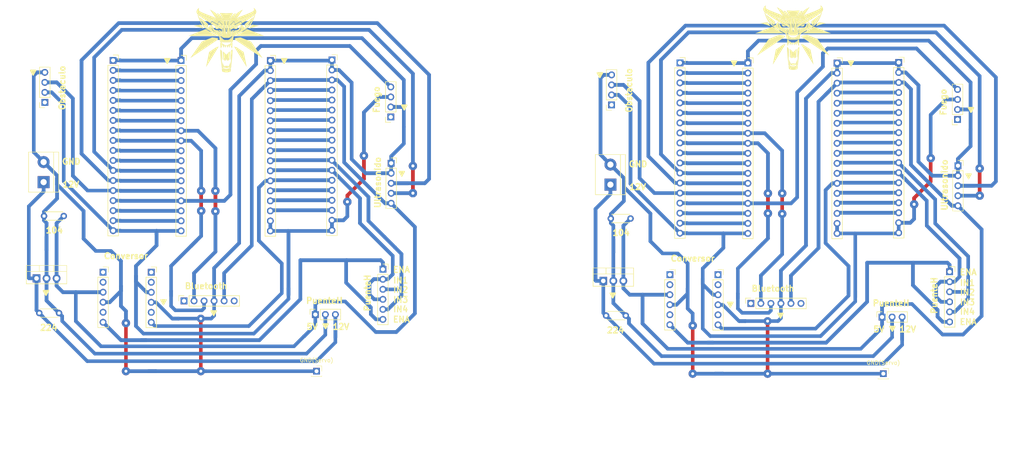
<source format=kicad_pcb>
(kicad_pcb (version 20171130) (host pcbnew "(5.0.0)")
  (title_block (title Autito) (company "Tecnicas II"))
  (layers (0 F.Cu signal) (31 B.Cu signal) (34 B.Paste user) (35 F.Paste user) (36 B.SilkS user) (37 F.SilkS user) (38 B.Mask user) (39 F.Mask user) (44 Edge.Cuts user))
  (net 0 "")
  (net 1 12V)
  (net 2 GND)
  (net 3 "Net-(Bluetooth1-Pad1)")
  (net 4 44)
  (net 5 1)
  (net 6 "5V(regulado)")
  (net 7 "Net-(Bluetooth1-Pad6)")
  (net 8 9)
  (net 9 "Vcc(u)")
  (net 10 "Net-(Fuego1-Pad1)")
  (net 11 32)
  (net 12 27)
  (net 13 26)
  (net 14 25)
  (net 15 24)
  (net 16 22)
  (net 17 21)
  (net 18 20)
  (net 19 19)
  (net 20 17)
  (net 21 16)
  (net 22 15)
  (net 23 14)
  (net 24 11)
  (net 25 10)
  (net 26 8)
  (net 27 5)
  (net 28 4)
  (net 29 3)
  (net 30 2)
  (net 31 41)
  (net 32 40)
  (net 33 39)
  (net 34 38)
  (net 35 36)
  (net 36 35)
  (net 37 "Net-(Obstaculo1-Pad1)")
  (net 38 "PWM(Regulador)")
  (net 39 "Net-(Regulador1-Pad5)")
  (net 40 "Net-(Regulador1-Pad2)")
  (net 41 "Net-(Regulador1-Pad1)")
  (net 42 "Net-(Regulador2-Pad1)")
  (net 43 "Net-(Regulador2-Pad2)")
  (net 44 "Net-(Regulador2-Pad5)")
  (module Logos:Witcher_masgrande_sfrontal (layer F.Cu) (at 222.25 40.64)
    (fp_text reference "" hide)
    (fp_text value "" hide)
  )
  (module Capacitor_THT:C_Disc_D4.3mm_W1.9mm_P5.00mm (layer F.Cu) (at 181.11 86.4 180)
    (fp_text reference "" (at 2.5 -2.2 180) (layer F.SilkS))
    (fp_text value 104)
    (pad 1 thru_hole circle (at 0 0 180) (size 1.6 1.6) (drill 0.8) (layers *.Cu *.Mask))
    (pad 2 thru_hole circle (at 5 0 180) (size 1.6 1.6) (drill 0.8) (layers *.Cu *.Mask))
  )
  (module Connector_PinSocket_2.54mm:PinSocket_1x18_P2.54mm_Vertical (layer F.Cu) (at 193.61 46.92)
    (fp_text reference "" (at 0 -2.77) (layer F.SilkS))
    (fp_text value Conn_01x18_Female)
    (pad 1 thru_hole rect (at 0 0) (size 1.7 1.7) (drill 1) (layers *.Cu *.Mask))
    (pad 2 thru_hole oval (at 0 2.54) (size 1.7 1.7) (drill 1) (layers *.Cu *.Mask))
    (pad 3 thru_hole oval (at 0 5.08) (size 1.7 1.7) (drill 1) (layers *.Cu *.Mask))
    (pad 4 thru_hole oval (at 0 7.62) (size 1.7 1.7) (drill 1) (layers *.Cu *.Mask))
    (pad 5 thru_hole oval (at 0 10.16) (size 1.7 1.7) (drill 1) (layers *.Cu *.Mask))
    (pad 6 thru_hole oval (at 0 12.7) (size 1.7 1.7) (drill 1) (layers *.Cu *.Mask))
    (pad 7 thru_hole oval (at 0 15.24) (size 1.7 1.7) (drill 1) (layers *.Cu *.Mask))
    (pad 8 thru_hole oval (at 0 17.78) (size 1.7 1.7) (drill 1) (layers *.Cu *.Mask))
    (pad 9 thru_hole oval (at 0 20.32) (size 1.7 1.7) (drill 1) (layers *.Cu *.Mask))
    (pad 10 thru_hole oval (at 0 22.86) (size 1.7 1.7) (drill 1) (layers *.Cu *.Mask))
    (pad 11 thru_hole oval (at 0 25.4) (size 1.7 1.7) (drill 1) (layers *.Cu *.Mask))
    (pad 12 thru_hole oval (at 0 27.94) (size 1.7 1.7) (drill 1) (layers *.Cu *.Mask))
    (pad 13 thru_hole oval (at 0 30.48) (size 1.7 1.7) (drill 1) (layers *.Cu *.Mask))
    (pad 14 thru_hole oval (at 0 33.02) (size 1.7 1.7) (drill 1) (layers *.Cu *.Mask))
    (pad 15 thru_hole oval (at 0 35.56) (size 1.7 1.7) (drill 1) (layers *.Cu *.Mask))
    (pad 16 thru_hole oval (at 0 38.1) (size 1.7 1.7) (drill 1) (layers *.Cu *.Mask))
    (pad 17 thru_hole oval (at 0 40.64) (size 1.7 1.7) (drill 1) (layers *.Cu *.Mask))
    (pad 18 thru_hole oval (at 0 43.18) (size 1.7 1.7) (drill 1) (layers *.Cu *.Mask))
  )
  (module TerminalBlock:TerminalBlock_bornier-2_P5.08mm (layer F.Cu) (at 176.01 77.8 90)
    (fp_text reference "" (at 2.54 -5.08 90) (layer F.SilkS))
    (fp_text value Screw_Terminal_01x02)
    (pad 1 thru_hole rect (at 0 0 90) (size 3 3) (drill 1.52) (layers *.Cu *.Mask))
    (pad 2 thru_hole circle (at 5.08 0 90) (size 3 3) (drill 1.52) (layers *.Cu *.Mask))
  )
  (module Connector_PinSocket_2.54mm:PinSocket_1x06_P2.54mm_Vertical (layer F.Cu) (at 211.56 107.915 90)
    (fp_text reference "" (at 0 -2.77 90) (layer F.SilkS))
    (fp_text value Conn_01x06_Female)
    (pad 1 thru_hole rect (at 0 0 90) (size 1.7 1.7) (drill 1) (layers *.Cu *.Mask))
    (pad 2 thru_hole oval (at 0 2.54 90) (size 1.7 1.7) (drill 1) (layers *.Cu *.Mask))
    (pad 3 thru_hole oval (at 0 5.08 90) (size 1.7 1.7) (drill 1) (layers *.Cu *.Mask))
    (pad 4 thru_hole oval (at 0 7.62 90) (size 1.7 1.7) (drill 1) (layers *.Cu *.Mask))
    (pad 5 thru_hole oval (at 0 10.16 90) (size 1.7 1.7) (drill 1) (layers *.Cu *.Mask))
    (pad 6 thru_hole oval (at 0 12.7 90) (size 1.7 1.7) (drill 1) (layers *.Cu *.Mask))
  )
  (module Connector_PinSocket_2.54mm:PinSocket_1x06_P2.54mm_Vertical (layer F.Cu) (at 211.56 107.915 90)
    (fp_text reference "" (at 0 -2.77 90) (layer F.SilkS))
    (fp_text value Conn_01x06_Female)
    (pad 6 thru_hole oval (at 0 12.7 90) (size 1.7 1.7) (drill 1) (layers *.Cu *.Mask))
    (pad 5 thru_hole oval (at 0 10.16 90) (size 1.7 1.7) (drill 1) (layers *.Cu *.Mask))
    (pad 4 thru_hole oval (at 0 7.62 90) (size 1.7 1.7) (drill 1) (layers *.Cu *.Mask))
    (pad 3 thru_hole oval (at 0 5.08 90) (size 1.7 1.7) (drill 1) (layers *.Cu *.Mask))
    (pad 2 thru_hole oval (at 0 2.54 90) (size 1.7 1.7) (drill 1) (layers *.Cu *.Mask))
    (pad 1 thru_hole rect (at 0 0 90) (size 1.7 1.7) (drill 1) (layers *.Cu *.Mask))
  )
  (module Connector_PinSocket_2.54mm:PinSocket_1x04_P2.54mm_Vertical (layer F.Cu) (at 263.91 61.3 180)
    (fp_text reference "" (at 0 -2.77 180) (layer F.SilkS))
    (fp_text value Conn_01x04_Female)
    (pad 4 thru_hole oval (at 0 7.62 180) (size 1.7 1.7) (drill 1) (layers *.Cu *.Mask))
    (pad 3 thru_hole oval (at 0 5.08 180) (size 1.7 1.7) (drill 1) (layers *.Cu *.Mask))
    (pad 2 thru_hole oval (at 0 2.54 180) (size 1.7 1.7) (drill 1) (layers *.Cu *.Mask))
    (pad 1 thru_hole rect (at 0 0 180) (size 1.7 1.7) (drill 1) (layers *.Cu *.Mask))
  )
  (module Capacitor_THT:C_Disc_D4.3mm_W1.9mm_P5.00mm (layer F.Cu) (at 174.91 111)
    (fp_text reference "" (at 2.5 -2.2) (layer F.SilkS))
    (fp_text value 224)
    (pad 1 thru_hole circle (at 0 0) (size 1.6 1.6) (drill 0.8) (layers *.Cu *.Mask))
    (pad 2 thru_hole circle (at 5 0) (size 1.6 1.6) (drill 0.8) (layers *.Cu *.Mask))
  )
  (module Connector_PinSocket_2.54mm:PinSocket_1x18_P2.54mm_Vertical (layer F.Cu) (at 210.82 46.99)
    (fp_text reference "" (at 0 -2.77) (layer F.SilkS))
    (fp_text value Conn_01x18_Female)
    (pad 18 thru_hole oval (at 0 43.18) (size 1.7 1.7) (drill 1) (layers *.Cu *.Mask))
    (pad 17 thru_hole oval (at 0 40.64) (size 1.7 1.7) (drill 1) (layers *.Cu *.Mask))
    (pad 16 thru_hole oval (at 0 38.1) (size 1.7 1.7) (drill 1) (layers *.Cu *.Mask))
    (pad 15 thru_hole oval (at 0 35.56) (size 1.7 1.7) (drill 1) (layers *.Cu *.Mask))
    (pad 14 thru_hole oval (at 0 33.02) (size 1.7 1.7) (drill 1) (layers *.Cu *.Mask))
    (pad 13 thru_hole oval (at 0 30.48) (size 1.7 1.7) (drill 1) (layers *.Cu *.Mask))
    (pad 12 thru_hole oval (at 0 27.94) (size 1.7 1.7) (drill 1) (layers *.Cu *.Mask))
    (pad 11 thru_hole oval (at 0 25.4) (size 1.7 1.7) (drill 1) (layers *.Cu *.Mask))
    (pad 10 thru_hole oval (at 0 22.86) (size 1.7 1.7) (drill 1) (layers *.Cu *.Mask))
    (pad 9 thru_hole oval (at 0 20.32) (size 1.7 1.7) (drill 1) (layers *.Cu *.Mask))
    (pad 8 thru_hole oval (at 0 17.78) (size 1.7 1.7) (drill 1) (layers *.Cu *.Mask))
    (pad 7 thru_hole oval (at 0 15.24) (size 1.7 1.7) (drill 1) (layers *.Cu *.Mask))
    (pad 6 thru_hole oval (at 0 12.7) (size 1.7 1.7) (drill 1) (layers *.Cu *.Mask))
    (pad 5 thru_hole oval (at 0 10.16) (size 1.7 1.7) (drill 1) (layers *.Cu *.Mask))
    (pad 4 thru_hole oval (at 0 7.62) (size 1.7 1.7) (drill 1) (layers *.Cu *.Mask))
    (pad 3 thru_hole oval (at 0 5.08) (size 1.7 1.7) (drill 1) (layers *.Cu *.Mask))
    (pad 2 thru_hole oval (at 0 2.54) (size 1.7 1.7) (drill 1) (layers *.Cu *.Mask))
    (pad 1 thru_hole rect (at 0 0) (size 1.7 1.7) (drill 1) (layers *.Cu *.Mask))
  )
  (module Capacitor_THT:C_Disc_D4.3mm_W1.9mm_P5.00mm (layer F.Cu) (at 181.11 86.4 180)
    (fp_text reference "" (at 2.5 -2.2 180) (layer F.SilkS))
    (fp_text value 104)
    (pad 2 thru_hole circle (at 5 0 180) (size 1.6 1.6) (drill 0.8) (layers *.Cu *.Mask))
    (pad 1 thru_hole circle (at 0 0 180) (size 1.6 1.6) (drill 0.8) (layers *.Cu *.Mask))
  )
  (module Connector_PinSocket_2.54mm:PinSocket_1x06_P2.54mm_Vertical (layer F.Cu) (at 191.06 100.63)
    (fp_text reference "" (at 0 -2.77) (layer F.SilkS))
    (fp_text value Conn_01x06_Female)
    (pad 1 thru_hole rect (at 0 0) (size 1.7 1.7) (drill 1) (layers *.Cu *.Mask))
    (pad 2 thru_hole oval (at 0 2.54) (size 1.7 1.7) (drill 1) (layers *.Cu *.Mask))
    (pad 3 thru_hole oval (at 0 5.08) (size 1.7 1.7) (drill 1) (layers *.Cu *.Mask))
    (pad 4 thru_hole oval (at 0 7.62) (size 1.7 1.7) (drill 1) (layers *.Cu *.Mask))
    (pad 5 thru_hole oval (at 0 10.16) (size 1.7 1.7) (drill 1) (layers *.Cu *.Mask))
    (pad 6 thru_hole oval (at 0 12.7) (size 1.7 1.7) (drill 1) (layers *.Cu *.Mask))
  )
  (module Connector_PinSocket_2.54mm:PinSocket_1x06_P2.54mm_Vertical (layer F.Cu) (at 203.26 100.65)
    (fp_text reference "" (at 0 -2.77) (layer F.SilkS))
    (fp_text value Conn_01x06_Female)
    (pad 6 thru_hole oval (at 0 12.7) (size 1.7 1.7) (drill 1) (layers *.Cu *.Mask))
    (pad 5 thru_hole oval (at 0 10.16) (size 1.7 1.7) (drill 1) (layers *.Cu *.Mask))
    (pad 4 thru_hole oval (at 0 7.62) (size 1.7 1.7) (drill 1) (layers *.Cu *.Mask))
    (pad 3 thru_hole oval (at 0 5.08) (size 1.7 1.7) (drill 1) (layers *.Cu *.Mask))
    (pad 2 thru_hole oval (at 0 2.54) (size 1.7 1.7) (drill 1) (layers *.Cu *.Mask))
    (pad 1 thru_hole rect (at 0 0) (size 1.7 1.7) (drill 1) (layers *.Cu *.Mask))
  )
  (module Connector_PinSocket_2.54mm:PinSocket_1x05_P2.54mm_Vertical (layer F.Cu) (at 264.01 73)
    (fp_text reference "" (at 0 -2.77) (layer F.SilkS))
    (fp_text value Conn_01x05_Female)
    (pad 1 thru_hole rect (at 0 0) (size 1.7 1.7) (drill 1) (layers *.Cu *.Mask))
    (pad 2 thru_hole oval (at 0 2.54) (size 1.7 1.7) (drill 1) (layers *.Cu *.Mask))
    (pad 3 thru_hole oval (at 0 5.08) (size 1.7 1.7) (drill 1) (layers *.Cu *.Mask))
    (pad 4 thru_hole oval (at 0 7.62) (size 1.7 1.7) (drill 1) (layers *.Cu *.Mask))
    (pad 5 thru_hole oval (at 0 10.16) (size 1.7 1.7) (drill 1) (layers *.Cu *.Mask))
  )
  (module MountingHole:MountingHole_3mm (layer F.Cu) (at 275.21 126.9)
    (fp_text reference "" (at 0 -4) (layer F.SilkS))
    (fp_text value MountingHole)
    (pad 1 np_thru_hole circle (at 0 0) (size 3 3) (drill 3) (layers *.Cu *.Mask))
  )
  (module Connector_PinSocket_2.54mm:PinSocket_1x06_P2.54mm_Vertical (layer F.Cu) (at 261.91 99.9)
    (fp_text reference "" (at 0 -2.77) (layer F.SilkS))
    (fp_text value Conn_01x06_Female)
    (pad 1 thru_hole rect (at 0 0) (size 1.7 1.7) (drill 1) (layers *.Cu *.Mask))
    (pad 2 thru_hole oval (at 0 2.54) (size 1.7 1.7) (drill 1) (layers *.Cu *.Mask))
    (pad 3 thru_hole oval (at 0 5.08) (size 1.7 1.7) (drill 1) (layers *.Cu *.Mask))
    (pad 4 thru_hole oval (at 0 7.62) (size 1.7 1.7) (drill 1) (layers *.Cu *.Mask))
    (pad 5 thru_hole oval (at 0 10.16) (size 1.7 1.7) (drill 1) (layers *.Cu *.Mask))
    (pad 6 thru_hole oval (at 0 12.7) (size 1.7 1.7) (drill 1) (layers *.Cu *.Mask))
  )
  (module TerminalBlock:TerminalBlock_bornier-2_P5.08mm (layer F.Cu) (at 176.01 77.8 90)
    (fp_text reference "" (at 2.54 -5.08 90) (layer F.SilkS))
    (fp_text value Screw_Terminal_01x02)
    (pad 2 thru_hole circle (at 5.08 0 90) (size 3 3) (drill 1.52) (layers *.Cu *.Mask))
    (pad 1 thru_hole rect (at 0 0 90) (size 3 3) (drill 1.52) (layers *.Cu *.Mask))
  )
  (module Connector_PinSocket_2.54mm:PinSocket_1x18_P2.54mm_Vertical (layer F.Cu) (at 233.41 47)
    (fp_text reference "" (at 0 -2.77) (layer F.SilkS))
    (fp_text value Conn_01x18_Female)
    (pad 1 thru_hole rect (at 0 0) (size 1.7 1.7) (drill 1) (layers *.Cu *.Mask))
    (pad 2 thru_hole oval (at 0 2.54) (size 1.7 1.7) (drill 1) (layers *.Cu *.Mask))
    (pad 3 thru_hole oval (at 0 5.08) (size 1.7 1.7) (drill 1) (layers *.Cu *.Mask))
    (pad 4 thru_hole oval (at 0 7.62) (size 1.7 1.7) (drill 1) (layers *.Cu *.Mask))
    (pad 5 thru_hole oval (at 0 10.16) (size 1.7 1.7) (drill 1) (layers *.Cu *.Mask))
    (pad 6 thru_hole oval (at 0 12.7) (size 1.7 1.7) (drill 1) (layers *.Cu *.Mask))
    (pad 7 thru_hole oval (at 0 15.24) (size 1.7 1.7) (drill 1) (layers *.Cu *.Mask))
    (pad 8 thru_hole oval (at 0 17.78) (size 1.7 1.7) (drill 1) (layers *.Cu *.Mask))
    (pad 9 thru_hole oval (at 0 20.32) (size 1.7 1.7) (drill 1) (layers *.Cu *.Mask))
    (pad 10 thru_hole oval (at 0 22.86) (size 1.7 1.7) (drill 1) (layers *.Cu *.Mask))
    (pad 11 thru_hole oval (at 0 25.4) (size 1.7 1.7) (drill 1) (layers *.Cu *.Mask))
    (pad 12 thru_hole oval (at 0 27.94) (size 1.7 1.7) (drill 1) (layers *.Cu *.Mask))
    (pad 13 thru_hole oval (at 0 30.48) (size 1.7 1.7) (drill 1) (layers *.Cu *.Mask))
    (pad 14 thru_hole oval (at 0 33.02) (size 1.7 1.7) (drill 1) (layers *.Cu *.Mask))
    (pad 15 thru_hole oval (at 0 35.56) (size 1.7 1.7) (drill 1) (layers *.Cu *.Mask))
    (pad 16 thru_hole oval (at 0 38.1) (size 1.7 1.7) (drill 1) (layers *.Cu *.Mask))
    (pad 17 thru_hole oval (at 0 40.64) (size 1.7 1.7) (drill 1) (layers *.Cu *.Mask))
    (pad 18 thru_hole oval (at 0 43.18) (size 1.7 1.7) (drill 1) (layers *.Cu *.Mask))
  )
  (module Capacitor_THT:C_Disc_D4.3mm_W1.9mm_P5.00mm (layer F.Cu) (at 174.91 111)
    (fp_text reference "" (at 2.5 -2.2) (layer F.SilkS))
    (fp_text value 224)
    (pad 2 thru_hole circle (at 5 0) (size 1.6 1.6) (drill 0.8) (layers *.Cu *.Mask))
    (pad 1 thru_hole circle (at 0 0) (size 1.6 1.6) (drill 0.8) (layers *.Cu *.Mask))
  )
  (module MountingHole:MountingHole_3mm (layer F.Cu) (at 170.11 126.6)
    (fp_text reference "" (at 0 -4) (layer F.SilkS))
    (fp_text value MountingHole)
    (pad 1 np_thru_hole circle (at 0 0) (size 3 3) (drill 3) (layers *.Cu *.Mask))
  )
  (module MountingHole:MountingHole_3mm (layer F.Cu) (at 170.21 36.4)
    (fp_text reference "" (at 0 -4) (layer F.SilkS))
    (fp_text value MountingHole)
    (pad 1 np_thru_hole circle (at 0 0) (size 3 3) (drill 3) (layers *.Cu *.Mask))
  )
  (module Connector_PinSocket_2.54mm:PinSocket_1x03_P2.54mm_Vertical (layer F.Cu) (at 244.8 111.36 90)
    (fp_text reference "" (at 0 -2.77 90) (layer F.SilkS))
    (fp_text value Conn_01x03_Female)
    (pad 3 thru_hole oval (at 0 5.08 90) (size 1.7 1.7) (drill 1) (layers *.Cu *.Mask))
    (pad 2 thru_hole oval (at 0 2.54 90) (size 1.7 1.7) (drill 1) (layers *.Cu *.Mask))
    (pad 1 thru_hole rect (at 0 0 90) (size 1.7 1.7) (drill 1) (layers *.Cu *.Mask))
  )
  (module Connector_PinSocket_2.54mm:PinSocket_1x04_P2.54mm_Vertical (layer F.Cu) (at 176.31 57.6 180)
    (fp_text reference "" (at 0 -2.77 180) (layer F.SilkS))
    (fp_text value Conn_01x04_Female)
    (pad 1 thru_hole rect (at 0 0 180) (size 1.7 1.7) (drill 1) (layers *.Cu *.Mask))
    (pad 2 thru_hole oval (at 0 2.54 180) (size 1.7 1.7) (drill 1) (layers *.Cu *.Mask))
    (pad 3 thru_hole oval (at 0 5.08 180) (size 1.7 1.7) (drill 1) (layers *.Cu *.Mask))
    (pad 4 thru_hole oval (at 0 7.62 180) (size 1.7 1.7) (drill 1) (layers *.Cu *.Mask))
  )
  (module MountingHole:MountingHole_3mm (layer F.Cu) (at 275.61 35.9)
    (fp_text reference "" (at 0 -4) (layer F.SilkS))
    (fp_text value MountingHole)
    (pad 1 np_thru_hole circle (at 0 0) (size 3 3) (drill 3) (layers *.Cu *.Mask))
  )
  (module Connector_PinSocket_2.54mm:PinSocket_1x18_P2.54mm_Vertical (layer F.Cu) (at 249.01 46.84)
    (fp_text reference "" (at 0 -2.77) (layer F.SilkS))
    (fp_text value Conn_01x18_Female)
    (pad 18 thru_hole oval (at 0 43.18) (size 1.7 1.7) (drill 1) (layers *.Cu *.Mask))
    (pad 17 thru_hole oval (at 0 40.64) (size 1.7 1.7) (drill 1) (layers *.Cu *.Mask))
    (pad 16 thru_hole oval (at 0 38.1) (size 1.7 1.7) (drill 1) (layers *.Cu *.Mask))
    (pad 15 thru_hole oval (at 0 35.56) (size 1.7 1.7) (drill 1) (layers *.Cu *.Mask))
    (pad 14 thru_hole oval (at 0 33.02) (size 1.7 1.7) (drill 1) (layers *.Cu *.Mask))
    (pad 13 thru_hole oval (at 0 30.48) (size 1.7 1.7) (drill 1) (layers *.Cu *.Mask))
    (pad 12 thru_hole oval (at 0 27.94) (size 1.7 1.7) (drill 1) (layers *.Cu *.Mask))
    (pad 11 thru_hole oval (at 0 25.4) (size 1.7 1.7) (drill 1) (layers *.Cu *.Mask))
    (pad 10 thru_hole oval (at 0 22.86) (size 1.7 1.7) (drill 1) (layers *.Cu *.Mask))
    (pad 9 thru_hole oval (at 0 20.32) (size 1.7 1.7) (drill 1) (layers *.Cu *.Mask))
    (pad 8 thru_hole oval (at 0 17.78) (size 1.7 1.7) (drill 1) (layers *.Cu *.Mask))
    (pad 7 thru_hole oval (at 0 15.24) (size 1.7 1.7) (drill 1) (layers *.Cu *.Mask))
    (pad 6 thru_hole oval (at 0 12.7) (size 1.7 1.7) (drill 1) (layers *.Cu *.Mask))
    (pad 5 thru_hole oval (at 0 10.16) (size 1.7 1.7) (drill 1) (layers *.Cu *.Mask))
    (pad 4 thru_hole oval (at 0 7.62) (size 1.7 1.7) (drill 1) (layers *.Cu *.Mask))
    (pad 3 thru_hole oval (at 0 5.08) (size 1.7 1.7) (drill 1) (layers *.Cu *.Mask))
    (pad 2 thru_hole oval (at 0 2.54) (size 1.7 1.7) (drill 1) (layers *.Cu *.Mask))
    (pad 1 thru_hole rect (at 0 0) (size 1.7 1.7) (drill 1) (layers *.Cu *.Mask))
  )
  (module Package_TO_SOT_THT:TO-220-3_Vertical (layer F.Cu) (at 174.21 102.2)
    (fp_text reference "" (at 2.54 -4.27) (layer F.SilkS))
    (fp_text value L7805)
    (pad 1 thru_hole rect (at 0 0) (size 1.905 2) (drill 1.1) (layers *.Cu *.Mask))
    (pad 2 thru_hole oval (at 2.54 0) (size 1.905 2) (drill 1.1) (layers *.Cu *.Mask))
    (pad 3 thru_hole oval (at 5.08 0) (size 1.905 2) (drill 1.1) (layers *.Cu *.Mask))
  )
  (module Connector_PinSocket_2.54mm:PinSocket_1x18_P2.54mm_Vertical (layer F.Cu) (at 249.01 46.84)
    (fp_text reference "" (at 0 -2.77) (layer F.SilkS))
    (fp_text value Conn_01x18_Female)
    (pad 1 thru_hole rect (at 0 0) (size 1.7 1.7) (drill 1) (layers *.Cu *.Mask))
    (pad 2 thru_hole oval (at 0 2.54) (size 1.7 1.7) (drill 1) (layers *.Cu *.Mask))
    (pad 3 thru_hole oval (at 0 5.08) (size 1.7 1.7) (drill 1) (layers *.Cu *.Mask))
    (pad 4 thru_hole oval (at 0 7.62) (size 1.7 1.7) (drill 1) (layers *.Cu *.Mask))
    (pad 5 thru_hole oval (at 0 10.16) (size 1.7 1.7) (drill 1) (layers *.Cu *.Mask))
    (pad 6 thru_hole oval (at 0 12.7) (size 1.7 1.7) (drill 1) (layers *.Cu *.Mask))
    (pad 7 thru_hole oval (at 0 15.24) (size 1.7 1.7) (drill 1) (layers *.Cu *.Mask))
    (pad 8 thru_hole oval (at 0 17.78) (size 1.7 1.7) (drill 1) (layers *.Cu *.Mask))
    (pad 9 thru_hole oval (at 0 20.32) (size 1.7 1.7) (drill 1) (layers *.Cu *.Mask))
    (pad 10 thru_hole oval (at 0 22.86) (size 1.7 1.7) (drill 1) (layers *.Cu *.Mask))
    (pad 11 thru_hole oval (at 0 25.4) (size 1.7 1.7) (drill 1) (layers *.Cu *.Mask))
    (pad 12 thru_hole oval (at 0 27.94) (size 1.7 1.7) (drill 1) (layers *.Cu *.Mask))
    (pad 13 thru_hole oval (at 0 30.48) (size 1.7 1.7) (drill 1) (layers *.Cu *.Mask))
    (pad 14 thru_hole oval (at 0 33.02) (size 1.7 1.7) (drill 1) (layers *.Cu *.Mask))
    (pad 15 thru_hole oval (at 0 35.56) (size 1.7 1.7) (drill 1) (layers *.Cu *.Mask))
    (pad 16 thru_hole oval (at 0 38.1) (size 1.7 1.7) (drill 1) (layers *.Cu *.Mask))
    (pad 17 thru_hole oval (at 0 40.64) (size 1.7 1.7) (drill 1) (layers *.Cu *.Mask))
    (pad 18 thru_hole oval (at 0 43.18) (size 1.7 1.7) (drill 1) (layers *.Cu *.Mask))
  )
  (module Connector_PinSocket_2.54mm:PinSocket_1x18_P2.54mm_Vertical (layer F.Cu) (at 233.41 47)
    (fp_text reference "" (at 0 -2.77) (layer F.SilkS))
    (fp_text value Conn_01x18_Female)
    (pad 18 thru_hole oval (at 0 43.18) (size 1.7 1.7) (drill 1) (layers *.Cu *.Mask))
    (pad 17 thru_hole oval (at 0 40.64) (size 1.7 1.7) (drill 1) (layers *.Cu *.Mask))
    (pad 16 thru_hole oval (at 0 38.1) (size 1.7 1.7) (drill 1) (layers *.Cu *.Mask))
    (pad 15 thru_hole oval (at 0 35.56) (size 1.7 1.7) (drill 1) (layers *.Cu *.Mask))
    (pad 14 thru_hole oval (at 0 33.02) (size 1.7 1.7) (drill 1) (layers *.Cu *.Mask))
    (pad 13 thru_hole oval (at 0 30.48) (size 1.7 1.7) (drill 1) (layers *.Cu *.Mask))
    (pad 12 thru_hole oval (at 0 27.94) (size 1.7 1.7) (drill 1) (layers *.Cu *.Mask))
    (pad 11 thru_hole oval (at 0 25.4) (size 1.7 1.7) (drill 1) (layers *.Cu *.Mask))
    (pad 10 thru_hole oval (at 0 22.86) (size 1.7 1.7) (drill 1) (layers *.Cu *.Mask))
    (pad 9 thru_hole oval (at 0 20.32) (size 1.7 1.7) (drill 1) (layers *.Cu *.Mask))
    (pad 8 thru_hole oval (at 0 17.78) (size 1.7 1.7) (drill 1) (layers *.Cu *.Mask))
    (pad 7 thru_hole oval (at 0 15.24) (size 1.7 1.7) (drill 1) (layers *.Cu *.Mask))
    (pad 6 thru_hole oval (at 0 12.7) (size 1.7 1.7) (drill 1) (layers *.Cu *.Mask))
    (pad 5 thru_hole oval (at 0 10.16) (size 1.7 1.7) (drill 1) (layers *.Cu *.Mask))
    (pad 4 thru_hole oval (at 0 7.62) (size 1.7 1.7) (drill 1) (layers *.Cu *.Mask))
    (pad 3 thru_hole oval (at 0 5.08) (size 1.7 1.7) (drill 1) (layers *.Cu *.Mask))
    (pad 2 thru_hole oval (at 0 2.54) (size 1.7 1.7) (drill 1) (layers *.Cu *.Mask))
    (pad 1 thru_hole rect (at 0 0) (size 1.7 1.7) (drill 1) (layers *.Cu *.Mask))
  )
  (module Connector_PinSocket_2.54mm:PinSocket_1x03_P2.54mm_Vertical (layer F.Cu) (at 244.8 111.36 90)
    (fp_text reference "" (at 0 -2.77 90) (layer F.SilkS))
    (fp_text value Conn_01x03_Female)
    (pad 1 thru_hole rect (at 0 0 90) (size 1.7 1.7) (drill 1) (layers *.Cu *.Mask))
    (pad 2 thru_hole oval (at 0 2.54 90) (size 1.7 1.7) (drill 1) (layers *.Cu *.Mask))
    (pad 3 thru_hole oval (at 0 5.08 90) (size 1.7 1.7) (drill 1) (layers *.Cu *.Mask))
  )
  (module Connector_PinSocket_2.54mm:PinSocket_1x06_P2.54mm_Vertical (layer F.Cu) (at 191.06 100.63)
    (fp_text reference "" (at 0 -2.77) (layer F.SilkS))
    (fp_text value Conn_01x06_Female)
    (pad 6 thru_hole oval (at 0 12.7) (size 1.7 1.7) (drill 1) (layers *.Cu *.Mask))
    (pad 5 thru_hole oval (at 0 10.16) (size 1.7 1.7) (drill 1) (layers *.Cu *.Mask))
    (pad 4 thru_hole oval (at 0 7.62) (size 1.7 1.7) (drill 1) (layers *.Cu *.Mask))
    (pad 3 thru_hole oval (at 0 5.08) (size 1.7 1.7) (drill 1) (layers *.Cu *.Mask))
    (pad 2 thru_hole oval (at 0 2.54) (size 1.7 1.7) (drill 1) (layers *.Cu *.Mask))
    (pad 1 thru_hole rect (at 0 0) (size 1.7 1.7) (drill 1) (layers *.Cu *.Mask))
  )
  (module Connector_PinSocket_2.54mm:PinSocket_1x18_P2.54mm_Vertical (layer F.Cu) (at 193.61 46.92)
    (fp_text reference "" (at 0 -2.77) (layer F.SilkS))
    (fp_text value Conn_01x18_Female)
    (pad 18 thru_hole oval (at 0 43.18) (size 1.7 1.7) (drill 1) (layers *.Cu *.Mask))
    (pad 17 thru_hole oval (at 0 40.64) (size 1.7 1.7) (drill 1) (layers *.Cu *.Mask))
    (pad 16 thru_hole oval (at 0 38.1) (size 1.7 1.7) (drill 1) (layers *.Cu *.Mask))
    (pad 15 thru_hole oval (at 0 35.56) (size 1.7 1.7) (drill 1) (layers *.Cu *.Mask))
    (pad 14 thru_hole oval (at 0 33.02) (size 1.7 1.7) (drill 1) (layers *.Cu *.Mask))
    (pad 13 thru_hole oval (at 0 30.48) (size 1.7 1.7) (drill 1) (layers *.Cu *.Mask))
    (pad 12 thru_hole oval (at 0 27.94) (size 1.7 1.7) (drill 1) (layers *.Cu *.Mask))
    (pad 11 thru_hole oval (at 0 25.4) (size 1.7 1.7) (drill 1) (layers *.Cu *.Mask))
    (pad 10 thru_hole oval (at 0 22.86) (size 1.7 1.7) (drill 1) (layers *.Cu *.Mask))
    (pad 9 thru_hole oval (at 0 20.32) (size 1.7 1.7) (drill 1) (layers *.Cu *.Mask))
    (pad 8 thru_hole oval (at 0 17.78) (size 1.7 1.7) (drill 1) (layers *.Cu *.Mask))
    (pad 7 thru_hole oval (at 0 15.24) (size 1.7 1.7) (drill 1) (layers *.Cu *.Mask))
    (pad 6 thru_hole oval (at 0 12.7) (size 1.7 1.7) (drill 1) (layers *.Cu *.Mask))
    (pad 5 thru_hole oval (at 0 10.16) (size 1.7 1.7) (drill 1) (layers *.Cu *.Mask))
    (pad 4 thru_hole oval (at 0 7.62) (size 1.7 1.7) (drill 1) (layers *.Cu *.Mask))
    (pad 3 thru_hole oval (at 0 5.08) (size 1.7 1.7) (drill 1) (layers *.Cu *.Mask))
    (pad 2 thru_hole oval (at 0 2.54) (size 1.7 1.7) (drill 1) (layers *.Cu *.Mask))
    (pad 1 thru_hole rect (at 0 0) (size 1.7 1.7) (drill 1) (layers *.Cu *.Mask))
  )
  (module Connector_PinSocket_2.54mm:PinSocket_1x18_P2.54mm_Vertical (layer F.Cu) (at 210.82 46.99)
    (fp_text reference "" (at 0 -2.77) (layer F.SilkS))
    (fp_text value Conn_01x18_Female)
    (pad 1 thru_hole rect (at 0 0) (size 1.7 1.7) (drill 1) (layers *.Cu *.Mask))
    (pad 2 thru_hole oval (at 0 2.54) (size 1.7 1.7) (drill 1) (layers *.Cu *.Mask))
    (pad 3 thru_hole oval (at 0 5.08) (size 1.7 1.7) (drill 1) (layers *.Cu *.Mask))
    (pad 4 thru_hole oval (at 0 7.62) (size 1.7 1.7) (drill 1) (layers *.Cu *.Mask))
    (pad 5 thru_hole oval (at 0 10.16) (size 1.7 1.7) (drill 1) (layers *.Cu *.Mask))
    (pad 6 thru_hole oval (at 0 12.7) (size 1.7 1.7) (drill 1) (layers *.Cu *.Mask))
    (pad 7 thru_hole oval (at 0 15.24) (size 1.7 1.7) (drill 1) (layers *.Cu *.Mask))
    (pad 8 thru_hole oval (at 0 17.78) (size 1.7 1.7) (drill 1) (layers *.Cu *.Mask))
    (pad 9 thru_hole oval (at 0 20.32) (size 1.7 1.7) (drill 1) (layers *.Cu *.Mask))
    (pad 10 thru_hole oval (at 0 22.86) (size 1.7 1.7) (drill 1) (layers *.Cu *.Mask))
    (pad 11 thru_hole oval (at 0 25.4) (size 1.7 1.7) (drill 1) (layers *.Cu *.Mask))
    (pad 12 thru_hole oval (at 0 27.94) (size 1.7 1.7) (drill 1) (layers *.Cu *.Mask))
    (pad 13 thru_hole oval (at 0 30.48) (size 1.7 1.7) (drill 1) (layers *.Cu *.Mask))
    (pad 14 thru_hole oval (at 0 33.02) (size 1.7 1.7) (drill 1) (layers *.Cu *.Mask))
    (pad 15 thru_hole oval (at 0 35.56) (size 1.7 1.7) (drill 1) (layers *.Cu *.Mask))
    (pad 16 thru_hole oval (at 0 38.1) (size 1.7 1.7) (drill 1) (layers *.Cu *.Mask))
    (pad 17 thru_hole oval (at 0 40.64) (size 1.7 1.7) (drill 1) (layers *.Cu *.Mask))
    (pad 18 thru_hole oval (at 0 43.18) (size 1.7 1.7) (drill 1) (layers *.Cu *.Mask))
  )
  (module MountingHole:MountingHole_3mm (layer F.Cu) (at 275.21 126.9)
    (fp_text reference "" (at 0 -4) (layer F.SilkS))
    (fp_text value MountingHole)
    (pad 1 np_thru_hole circle (at 0 0) (size 3 3) (drill 3) (layers *.Cu *.Mask))
  )
  (module MountingHole:MountingHole_3mm (layer F.Cu) (at 170.11 126.6)
    (fp_text reference "" (at 0 -4) (layer F.SilkS))
    (fp_text value MountingHole)
    (pad 1 np_thru_hole circle (at 0 0) (size 3 3) (drill 3) (layers *.Cu *.Mask))
  )
  (module MountingHole:MountingHole_3mm (layer F.Cu) (at 275.61 35.9)
    (fp_text reference "" (at 0 -4) (layer F.SilkS))
    (fp_text value MountingHole)
    (pad 1 np_thru_hole circle (at 0 0) (size 3 3) (drill 3) (layers *.Cu *.Mask))
  )
  (module Connector_PinSocket_2.54mm:PinSocket_1x05_P2.54mm_Vertical (layer F.Cu) (at 264.01 73)
    (fp_text reference "" (at 0 -2.77) (layer F.SilkS))
    (fp_text value Conn_01x05_Female)
    (pad 5 thru_hole oval (at 0 10.16) (size 1.7 1.7) (drill 1) (layers *.Cu *.Mask))
    (pad 4 thru_hole oval (at 0 7.62) (size 1.7 1.7) (drill 1) (layers *.Cu *.Mask))
    (pad 3 thru_hole oval (at 0 5.08) (size 1.7 1.7) (drill 1) (layers *.Cu *.Mask))
    (pad 2 thru_hole oval (at 0 2.54) (size 1.7 1.7) (drill 1) (layers *.Cu *.Mask))
    (pad 1 thru_hole rect (at 0 0) (size 1.7 1.7) (drill 1) (layers *.Cu *.Mask))
  )
  (module Package_TO_SOT_THT:TO-220-3_Vertical (layer F.Cu) (at 174.21 102.2)
    (fp_text reference "" (at 2.54 -4.27) (layer F.SilkS))
    (fp_text value L7805)
    (pad 3 thru_hole oval (at 5.08 0) (size 1.905 2) (drill 1.1) (layers *.Cu *.Mask))
    (pad 2 thru_hole oval (at 2.54 0) (size 1.905 2) (drill 1.1) (layers *.Cu *.Mask))
    (pad 1 thru_hole rect (at 0 0) (size 1.905 2) (drill 1.1) (layers *.Cu *.Mask))
  )
  (module Connector_PinSocket_2.54mm:PinSocket_1x04_P2.54mm_Vertical (layer F.Cu) (at 176.31 57.6 180)
    (fp_text reference "" (at 0 -2.77 180) (layer F.SilkS))
    (fp_text value Conn_01x04_Female)
    (pad 4 thru_hole oval (at 0 7.62 180) (size 1.7 1.7) (drill 1) (layers *.Cu *.Mask))
    (pad 3 thru_hole oval (at 0 5.08 180) (size 1.7 1.7) (drill 1) (layers *.Cu *.Mask))
    (pad 2 thru_hole oval (at 0 2.54 180) (size 1.7 1.7) (drill 1) (layers *.Cu *.Mask))
    (pad 1 thru_hole rect (at 0 0 180) (size 1.7 1.7) (drill 1) (layers *.Cu *.Mask))
  )
  (module Connector_PinSocket_2.54mm:PinSocket_1x04_P2.54mm_Vertical (layer F.Cu) (at 263.91 61.3 180)
    (fp_text reference "" (at 0 -2.77 180) (layer F.SilkS))
    (fp_text value Conn_01x04_Female)
    (pad 1 thru_hole rect (at 0 0 180) (size 1.7 1.7) (drill 1) (layers *.Cu *.Mask))
    (pad 2 thru_hole oval (at 0 2.54 180) (size 1.7 1.7) (drill 1) (layers *.Cu *.Mask))
    (pad 3 thru_hole oval (at 0 5.08 180) (size 1.7 1.7) (drill 1) (layers *.Cu *.Mask))
    (pad 4 thru_hole oval (at 0 7.62 180) (size 1.7 1.7) (drill 1) (layers *.Cu *.Mask))
  )
  (module Connector_PinSocket_2.54mm:PinSocket_1x01_P2.54mm_Vertical (layer F.Cu) (at 245.11 125.73)
    (fp_text reference "GND(Servo)" (at 0 -2.77) (layer F.SilkS))
    (fp_text value Conn_01x01_Female)
    (pad 1 thru_hole rect (at 0 0) (size 1.7 1.7) (drill 1) (layers *.Cu *.Mask))
  )
  (module MountingHole:MountingHole_3mm (layer F.Cu) (at 170.21 36.4)
    (fp_text reference "" (at 0 -4) (layer F.SilkS))
    (fp_text value MountingHole)
    (pad 1 np_thru_hole circle (at 0 0) (size 3 3) (drill 3) (layers *.Cu *.Mask))
  )
  (module Connector_PinSocket_2.54mm:PinSocket_1x06_P2.54mm_Vertical (layer F.Cu) (at 203.26 100.65)
    (fp_text reference "" (at 0 -2.77) (layer F.SilkS))
    (fp_text value Conn_01x06_Female)
    (pad 1 thru_hole rect (at 0 0) (size 1.7 1.7) (drill 1) (layers *.Cu *.Mask))
    (pad 2 thru_hole oval (at 0 2.54) (size 1.7 1.7) (drill 1) (layers *.Cu *.Mask))
    (pad 3 thru_hole oval (at 0 5.08) (size 1.7 1.7) (drill 1) (layers *.Cu *.Mask))
    (pad 4 thru_hole oval (at 0 7.62) (size 1.7 1.7) (drill 1) (layers *.Cu *.Mask))
    (pad 5 thru_hole oval (at 0 10.16) (size 1.7 1.7) (drill 1) (layers *.Cu *.Mask))
    (pad 6 thru_hole oval (at 0 12.7) (size 1.7 1.7) (drill 1) (layers *.Cu *.Mask))
  )
  (module Connector_PinSocket_2.54mm:PinSocket_1x06_P2.54mm_Vertical (layer F.Cu) (at 261.91 99.9)
    (fp_text reference "" (at 0 -2.77) (layer F.SilkS))
    (fp_text value Conn_01x06_Female)
    (pad 6 thru_hole oval (at 0 12.7) (size 1.7 1.7) (drill 1) (layers *.Cu *.Mask))
    (pad 5 thru_hole oval (at 0 10.16) (size 1.7 1.7) (drill 1) (layers *.Cu *.Mask))
    (pad 4 thru_hole oval (at 0 7.62) (size 1.7 1.7) (drill 1) (layers *.Cu *.Mask))
    (pad 3 thru_hole oval (at 0 5.08) (size 1.7 1.7) (drill 1) (layers *.Cu *.Mask))
    (pad 2 thru_hole oval (at 0 2.54) (size 1.7 1.7) (drill 1) (layers *.Cu *.Mask))
    (pad 1 thru_hole rect (at 0 0) (size 1.7 1.7) (drill 1) (layers *.Cu *.Mask))
  )
  (module MountingHole:MountingHole_3mm (layer F.Cu) (at 26.7 35.765)
    (fp_text reference "" (at 0 -4) (layer F.SilkS))
    (fp_text value MountingHole)
    (pad 1 np_thru_hole circle (at 0 0) (size 3 3) (drill 3) (layers *.Cu *.Mask))
  )
  (module Connector_PinSocket_2.54mm:PinSocket_1x04_P2.54mm_Vertical (layer F.Cu) (at 32.8 56.965 180)
    (fp_text reference "" (at 0 -2.77 180) (layer F.SilkS))
    (fp_text value Conn_01x04_Female)
    (pad 4 thru_hole oval (at 0 7.62 180) (size 1.7 1.7) (drill 1) (layers *.Cu *.Mask) (net 2 GND))
    (pad 3 thru_hole oval (at 0 5.08 180) (size 1.7 1.7) (drill 1) (layers *.Cu *.Mask) (net 26 8))
    (pad 2 thru_hole oval (at 0 2.54 180) (size 1.7 1.7) (drill 1) (layers *.Cu *.Mask) (net 9 "Vcc(u)"))
    (pad 1 thru_hole rect (at 0 0 180) (size 1.7 1.7) (drill 1) (layers *.Cu *.Mask) (net 37 "Net-(Obstaculo1-Pad1)"))
  )
  (module Package_TO_SOT_THT:TO-220-3_Vertical (layer F.Cu) (at 30.7 101.565)
    (fp_text reference "" (at 2.54 -4.27) (layer F.SilkS))
    (fp_text value L7805)
    (pad 3 thru_hole oval (at 5.08 0) (size 1.905 2) (drill 1.1) (layers *.Cu *.Mask) (net 6 "5V(regulado)"))
    (pad 2 thru_hole oval (at 2.54 0) (size 1.905 2) (drill 1.1) (layers *.Cu *.Mask) (net 2 GND))
    (pad 1 thru_hole rect (at 0 0) (size 1.905 2) (drill 1.1) (layers *.Cu *.Mask) (net 1 12V))
  )
  (module Connector_PinSocket_2.54mm:PinSocket_1x18_P2.54mm_Vertical (layer F.Cu) (at 105.5 46.205)
    (fp_text reference "" (at 0 -2.77) (layer F.SilkS))
    (fp_text value Conn_01x18_Female)
    (pad 1 thru_hole rect (at 0 0) (size 1.7 1.7) (drill 1) (layers *.Cu *.Mask) (net 2 GND))
    (pad 2 thru_hole oval (at 0 2.54) (size 1.7 1.7) (drill 1) (layers *.Cu *.Mask) (net 2 GND))
    (pad 3 thru_hole oval (at 0 5.08) (size 1.7 1.7) (drill 1) (layers *.Cu *.Mask) (net 6 "5V(regulado)"))
    (pad 4 thru_hole oval (at 0 7.62) (size 1.7 1.7) (drill 1) (layers *.Cu *.Mask) (net 11 32))
    (pad 5 thru_hole oval (at 0 10.16) (size 1.7 1.7) (drill 1) (layers *.Cu *.Mask) (net 12 27))
    (pad 6 thru_hole oval (at 0 12.7) (size 1.7 1.7) (drill 1) (layers *.Cu *.Mask) (net 13 26))
    (pad 7 thru_hole oval (at 0 15.24) (size 1.7 1.7) (drill 1) (layers *.Cu *.Mask) (net 14 25))
    (pad 8 thru_hole oval (at 0 17.78) (size 1.7 1.7) (drill 1) (layers *.Cu *.Mask) (net 15 24))
    (pad 9 thru_hole oval (at 0 20.32) (size 1.7 1.7) (drill 1) (layers *.Cu *.Mask) (net 16 22))
    (pad 10 thru_hole oval (at 0 22.86) (size 1.7 1.7) (drill 1) (layers *.Cu *.Mask) (net 17 21))
    (pad 11 thru_hole oval (at 0 25.4) (size 1.7 1.7) (drill 1) (layers *.Cu *.Mask) (net 18 20))
    (pad 12 thru_hole oval (at 0 27.94) (size 1.7 1.7) (drill 1) (layers *.Cu *.Mask) (net 19 19))
    (pad 13 thru_hole oval (at 0 30.48) (size 1.7 1.7) (drill 1) (layers *.Cu *.Mask) (net 20 17))
    (pad 14 thru_hole oval (at 0 33.02) (size 1.7 1.7) (drill 1) (layers *.Cu *.Mask) (net 21 16))
    (pad 15 thru_hole oval (at 0 35.56) (size 1.7 1.7) (drill 1) (layers *.Cu *.Mask) (net 22 15))
    (pad 16 thru_hole oval (at 0 38.1) (size 1.7 1.7) (drill 1) (layers *.Cu *.Mask) (net 23 14))
    (pad 17 thru_hole oval (at 0 40.64) (size 1.7 1.7) (drill 1) (layers *.Cu *.Mask) (net 9 "Vcc(u)"))
    (pad 18 thru_hole oval (at 0 43.18) (size 1.7 1.7) (drill 1) (layers *.Cu *.Mask) (net 9 "Vcc(u)"))
  )
  (module Connector_PinSocket_2.54mm:PinSocket_1x03_P2.54mm_Vertical (layer F.Cu) (at 101.29 110.725 90)
    (fp_text reference "" (at 0 -2.77 90) (layer F.SilkS))
    (fp_text value Conn_01x03_Female)
    (pad 1 thru_hole rect (at 0 0 90) (size 1.7 1.7) (drill 1) (layers *.Cu *.Mask) (net 6 "5V(regulado)"))
    (pad 2 thru_hole oval (at 0 2.54 90) (size 1.7 1.7) (drill 1) (layers *.Cu *.Mask) (net 2 GND))
    (pad 3 thru_hole oval (at 0 5.08 90) (size 1.7 1.7) (drill 1) (layers *.Cu *.Mask) (net 1 12V))
  )
  (module MountingHole:MountingHole_3mm (layer F.Cu) (at 132.1 35.265)
    (fp_text reference "" (at 0 -4) (layer F.SilkS))
    (fp_text value MountingHole)
    (pad 1 np_thru_hole circle (at 0 0) (size 3 3) (drill 3) (layers *.Cu *.Mask))
  )
  (module Connector_PinSocket_2.54mm:PinSocket_1x06_P2.54mm_Vertical (layer F.Cu) (at 47.55 99.995)
    (fp_text reference "" (at 0 -2.77) (layer F.SilkS))
    (fp_text value Conn_01x06_Female)
    (pad 6 thru_hole oval (at 0 12.7) (size 1.7 1.7) (drill 1) (layers *.Cu *.Mask) (net 38 "PWM(Regulador)"))
    (pad 5 thru_hole oval (at 0 10.16) (size 1.7 1.7) (drill 1) (layers *.Cu *.Mask) (net 44 "Net-(Regulador2-Pad5)"))
    (pad 4 thru_hole oval (at 0 7.62) (size 1.7 1.7) (drill 1) (layers *.Cu *.Mask) (net 2 GND))
    (pad 3 thru_hole oval (at 0 5.08) (size 1.7 1.7) (drill 1) (layers *.Cu *.Mask) (net 6 "5V(regulado)"))
    (pad 2 thru_hole oval (at 0 2.54) (size 1.7 1.7) (drill 1) (layers *.Cu *.Mask) (net 43 "Net-(Regulador2-Pad2)"))
    (pad 1 thru_hole rect (at 0 0) (size 1.7 1.7) (drill 1) (layers *.Cu *.Mask) (net 42 "Net-(Regulador2-Pad1)"))
  )
  (module Capacitor_THT:C_Disc_D4.3mm_W1.9mm_P5.00mm (layer F.Cu) (at 37.6 85.765 180)
    (fp_text reference "" (at 2.5 -2.2 180) (layer F.SilkS))
    (fp_text value 104)
    (pad 1 thru_hole circle (at 0 0 180) (size 1.6 1.6) (drill 0.8) (layers *.Cu *.Mask) (net 6 "5V(regulado)"))
    (pad 2 thru_hole circle (at 5 0 180) (size 1.6 1.6) (drill 0.8) (layers *.Cu *.Mask) (net 2 GND))
  )
  (module MountingHole:MountingHole_3mm (layer F.Cu) (at 26.6 125.965)
    (fp_text reference "" (at 0 -4) (layer F.SilkS))
    (fp_text value MountingHole)
    (pad 1 np_thru_hole circle (at 0 0) (size 3 3) (drill 3) (layers *.Cu *.Mask))
  )
  (module MountingHole:MountingHole_3mm (layer F.Cu) (at 131.7 126.265)
    (fp_text reference "" (at 0 -4) (layer F.SilkS))
    (fp_text value MountingHole)
    (pad 1 np_thru_hole circle (at 0 0) (size 3 3) (drill 3) (layers *.Cu *.Mask))
  )
  (module Connector_PinSocket_2.54mm:PinSocket_1x06_P2.54mm_Vertical (layer F.Cu) (at 59.75 100.015)
    (fp_text reference "" (at 0 -2.77) (layer F.SilkS))
    (fp_text value Conn_01x06_Female)
    (pad 1 thru_hole rect (at 0 0) (size 1.7 1.7) (drill 1) (layers *.Cu *.Mask) (net 41 "Net-(Regulador1-Pad1)"))
    (pad 2 thru_hole oval (at 0 2.54) (size 1.7 1.7) (drill 1) (layers *.Cu *.Mask) (net 40 "Net-(Regulador1-Pad2)"))
    (pad 3 thru_hole oval (at 0 5.08) (size 1.7 1.7) (drill 1) (layers *.Cu *.Mask) (net 9 "Vcc(u)"))
    (pad 4 thru_hole oval (at 0 7.62) (size 1.7 1.7) (drill 1) (layers *.Cu *.Mask) (net 2 GND))
    (pad 5 thru_hole oval (at 0 10.16) (size 1.7 1.7) (drill 1) (layers *.Cu *.Mask) (net 39 "Net-(Regulador1-Pad5)"))
    (pad 6 thru_hole oval (at 0 12.7) (size 1.7 1.7) (drill 1) (layers *.Cu *.Mask) (net 20 17))
  )
  (module Connector_PinSocket_2.54mm:PinSocket_1x18_P2.54mm_Vertical (layer F.Cu) (at 50.1 46.285)
    (fp_text reference "" (at 0 -2.77) (layer F.SilkS))
    (fp_text value Conn_01x18_Female)
    (pad 18 thru_hole oval (at 0 43.18) (size 1.7 1.7) (drill 1) (layers *.Cu *.Mask) (net 9 "Vcc(u)"))
    (pad 17 thru_hole oval (at 0 40.64) (size 1.7 1.7) (drill 1) (layers *.Cu *.Mask) (net 24 11))
    (pad 16 thru_hole oval (at 0 38.1) (size 1.7 1.7) (drill 1) (layers *.Cu *.Mask) (net 25 10))
    (pad 15 thru_hole oval (at 0 35.56) (size 1.7 1.7) (drill 1) (layers *.Cu *.Mask) (net 8 9))
    (pad 14 thru_hole oval (at 0 33.02) (size 1.7 1.7) (drill 1) (layers *.Cu *.Mask) (net 26 8))
    (pad 13 thru_hole oval (at 0 30.48) (size 1.7 1.7) (drill 1) (layers *.Cu *.Mask) (net 27 5))
    (pad 12 thru_hole oval (at 0 27.94) (size 1.7 1.7) (drill 1) (layers *.Cu *.Mask) (net 28 4))
    (pad 11 thru_hole oval (at 0 25.4) (size 1.7 1.7) (drill 1) (layers *.Cu *.Mask) (net 29 3))
    (pad 10 thru_hole oval (at 0 22.86) (size 1.7 1.7) (drill 1) (layers *.Cu *.Mask) (net 30 2))
    (pad 9 thru_hole oval (at 0 20.32) (size 1.7 1.7) (drill 1) (layers *.Cu *.Mask) (net 5 1))
    (pad 8 thru_hole oval (at 0 17.78) (size 1.7 1.7) (drill 1) (layers *.Cu *.Mask) (net 4 44))
    (pad 7 thru_hole oval (at 0 15.24) (size 1.7 1.7) (drill 1) (layers *.Cu *.Mask) (net 31 41))
    (pad 6 thru_hole oval (at 0 12.7) (size 1.7 1.7) (drill 1) (layers *.Cu *.Mask) (net 32 40))
    (pad 5 thru_hole oval (at 0 10.16) (size 1.7 1.7) (drill 1) (layers *.Cu *.Mask) (net 33 39))
    (pad 4 thru_hole oval (at 0 7.62) (size 1.7 1.7) (drill 1) (layers *.Cu *.Mask) (net 34 38))
    (pad 3 thru_hole oval (at 0 5.08) (size 1.7 1.7) (drill 1) (layers *.Cu *.Mask) (net 35 36))
    (pad 2 thru_hole oval (at 0 2.54) (size 1.7 1.7) (drill 1) (layers *.Cu *.Mask) (net 36 35))
    (pad 1 thru_hole rect (at 0 0) (size 1.7 1.7) (drill 1) (layers *.Cu *.Mask) (net 2 GND))
  )
  (module Connector_PinSocket_2.54mm:PinSocket_1x18_P2.54mm_Vertical (layer F.Cu) (at 67.31 46.355)
    (fp_text reference "" (at 0 -2.77) (layer F.SilkS))
    (fp_text value Conn_01x18_Female)
    (pad 1 thru_hole rect (at 0 0) (size 1.7 1.7) (drill 1) (layers *.Cu *.Mask) (net 2 GND))
    (pad 2 thru_hole oval (at 0 2.54) (size 1.7 1.7) (drill 1) (layers *.Cu *.Mask) (net 36 35))
    (pad 3 thru_hole oval (at 0 5.08) (size 1.7 1.7) (drill 1) (layers *.Cu *.Mask) (net 35 36))
    (pad 4 thru_hole oval (at 0 7.62) (size 1.7 1.7) (drill 1) (layers *.Cu *.Mask) (net 34 38))
    (pad 5 thru_hole oval (at 0 10.16) (size 1.7 1.7) (drill 1) (layers *.Cu *.Mask) (net 33 39))
    (pad 6 thru_hole oval (at 0 12.7) (size 1.7 1.7) (drill 1) (layers *.Cu *.Mask) (net 32 40))
    (pad 7 thru_hole oval (at 0 15.24) (size 1.7 1.7) (drill 1) (layers *.Cu *.Mask) (net 31 41))
    (pad 8 thru_hole oval (at 0 17.78) (size 1.7 1.7) (drill 1) (layers *.Cu *.Mask) (net 4 44))
    (pad 9 thru_hole oval (at 0 20.32) (size 1.7 1.7) (drill 1) (layers *.Cu *.Mask) (net 5 1))
    (pad 10 thru_hole oval (at 0 22.86) (size 1.7 1.7) (drill 1) (layers *.Cu *.Mask) (net 30 2))
    (pad 11 thru_hole oval (at 0 25.4) (size 1.7 1.7) (drill 1) (layers *.Cu *.Mask) (net 29 3))
    (pad 12 thru_hole oval (at 0 27.94) (size 1.7 1.7) (drill 1) (layers *.Cu *.Mask) (net 28 4))
    (pad 13 thru_hole oval (at 0 30.48) (size 1.7 1.7) (drill 1) (layers *.Cu *.Mask) (net 27 5))
    (pad 14 thru_hole oval (at 0 33.02) (size 1.7 1.7) (drill 1) (layers *.Cu *.Mask) (net 26 8))
    (pad 15 thru_hole oval (at 0 35.56) (size 1.7 1.7) (drill 1) (layers *.Cu *.Mask) (net 8 9))
    (pad 16 thru_hole oval (at 0 38.1) (size 1.7 1.7) (drill 1) (layers *.Cu *.Mask) (net 25 10))
    (pad 17 thru_hole oval (at 0 40.64) (size 1.7 1.7) (drill 1) (layers *.Cu *.Mask) (net 24 11))
    (pad 18 thru_hole oval (at 0 43.18) (size 1.7 1.7) (drill 1) (layers *.Cu *.Mask) (net 9 "Vcc(u)"))
  )
  (module Capacitor_THT:C_Disc_D4.3mm_W1.9mm_P5.00mm (layer F.Cu) (at 31.4 110.365)
    (fp_text reference "" (at 2.5 -2.2) (layer F.SilkS))
    (fp_text value 224)
    (pad 2 thru_hole circle (at 5 0) (size 1.6 1.6) (drill 0.8) (layers *.Cu *.Mask) (net 2 GND))
    (pad 1 thru_hole circle (at 0 0) (size 1.6 1.6) (drill 0.8) (layers *.Cu *.Mask) (net 1 12V))
  )
  (module Connector_PinSocket_2.54mm:PinSocket_1x06_P2.54mm_Vertical (layer F.Cu) (at 68.05 107.28 90)
    (fp_text reference "" (at 0 -2.77 90) (layer F.SilkS))
    (fp_text value Conn_01x06_Female)
    (pad 6 thru_hole oval (at 0 12.7 90) (size 1.7 1.7) (drill 1) (layers *.Cu *.Mask) (net 7 "Net-(Bluetooth1-Pad6)"))
    (pad 5 thru_hole oval (at 0 10.16 90) (size 1.7 1.7) (drill 1) (layers *.Cu *.Mask) (net 6 "5V(regulado)"))
    (pad 4 thru_hole oval (at 0 7.62 90) (size 1.7 1.7) (drill 1) (layers *.Cu *.Mask) (net 2 GND))
    (pad 3 thru_hole oval (at 0 5.08 90) (size 1.7 1.7) (drill 1) (layers *.Cu *.Mask) (net 5 1))
    (pad 2 thru_hole oval (at 0 2.54 90) (size 1.7 1.7) (drill 1) (layers *.Cu *.Mask) (net 4 44))
    (pad 1 thru_hole rect (at 0 0 90) (size 1.7 1.7) (drill 1) (layers *.Cu *.Mask) (net 3 "Net-(Bluetooth1-Pad1)"))
  )
  (module Connector_PinSocket_2.54mm:PinSocket_1x05_P2.54mm_Vertical (layer F.Cu) (at 120.5 72.365)
    (fp_text reference "" (at 0 -2.77) (layer F.SilkS))
    (fp_text value Conn_01x05_Female)
    (pad 5 thru_hole oval (at 0 10.16) (size 1.7 1.7) (drill 1) (layers *.Cu *.Mask) (net 6 "5V(regulado)"))
    (pad 4 thru_hole oval (at 0 7.62) (size 1.7 1.7) (drill 1) (layers *.Cu *.Mask) (net 28 4))
    (pad 3 thru_hole oval (at 0 5.08) (size 1.7 1.7) (drill 1) (layers *.Cu *.Mask) (net 27 5))
    (pad 2 thru_hole oval (at 0 2.54) (size 1.7 1.7) (drill 1) (layers *.Cu *.Mask) (net 2 GND))
    (pad 1 thru_hole rect (at 0 0) (size 1.7 1.7) (drill 1) (layers *.Cu *.Mask) (net 2 GND))
  )
  (module TerminalBlock:TerminalBlock_bornier-2_P5.08mm (layer F.Cu) (at 32.5 77.165 90)
    (fp_text reference "" (at 2.54 -5.08 90) (layer F.SilkS))
    (fp_text value Screw_Terminal_01x02)
    (pad 2 thru_hole circle (at 5.08 0 90) (size 3 3) (drill 1.52) (layers *.Cu *.Mask) (net 2 GND))
    (pad 1 thru_hole rect (at 0 0 90) (size 3 3) (drill 1.52) (layers *.Cu *.Mask) (net 1 12V))
  )
  (module Connector_PinSocket_2.54mm:PinSocket_1x06_P2.54mm_Vertical (layer F.Cu) (at 118.4 99.265)
    (fp_text reference "" (at 0 -2.77) (layer F.SilkS))
    (fp_text value Conn_01x06_Female)
    (pad 6 thru_hole oval (at 0 12.7) (size 1.7 1.7) (drill 1) (layers *.Cu *.Mask) (net 38 "PWM(Regulador)"))
    (pad 5 thru_hole oval (at 0 10.16) (size 1.7 1.7) (drill 1) (layers *.Cu *.Mask) (net 18 20))
    (pad 4 thru_hole oval (at 0 7.62) (size 1.7 1.7) (drill 1) (layers *.Cu *.Mask) (net 19 19))
    (pad 3 thru_hole oval (at 0 5.08) (size 1.7 1.7) (drill 1) (layers *.Cu *.Mask) (net 18 20))
    (pad 2 thru_hole oval (at 0 2.54) (size 1.7 1.7) (drill 1) (layers *.Cu *.Mask) (net 19 19))
    (pad 1 thru_hole rect (at 0 0) (size 1.7 1.7) (drill 1) (layers *.Cu *.Mask) (net 38 "PWM(Regulador)"))
  )
  (module Connector_PinSocket_2.54mm:PinSocket_1x18_P2.54mm_Vertical (layer F.Cu) (at 89.9 46.365)
    (fp_text reference "" (at 0 -2.77) (layer F.SilkS))
    (fp_text value Conn_01x18_Female)
    (pad 18 thru_hole oval (at 0 43.18) (size 1.7 1.7) (drill 1) (layers *.Cu *.Mask) (net 9 "Vcc(u)"))
    (pad 17 thru_hole oval (at 0 40.64) (size 1.7 1.7) (drill 1) (layers *.Cu *.Mask) (net 9 "Vcc(u)"))
    (pad 16 thru_hole oval (at 0 38.1) (size 1.7 1.7) (drill 1) (layers *.Cu *.Mask) (net 23 14))
    (pad 15 thru_hole oval (at 0 35.56) (size 1.7 1.7) (drill 1) (layers *.Cu *.Mask) (net 22 15))
    (pad 14 thru_hole oval (at 0 33.02) (size 1.7 1.7) (drill 1) (layers *.Cu *.Mask) (net 21 16))
    (pad 13 thru_hole oval (at 0 30.48) (size 1.7 1.7) (drill 1) (layers *.Cu *.Mask) (net 20 17))
    (pad 12 thru_hole oval (at 0 27.94) (size 1.7 1.7) (drill 1) (layers *.Cu *.Mask) (net 19 19))
    (pad 11 thru_hole oval (at 0 25.4) (size 1.7 1.7) (drill 1) (layers *.Cu *.Mask) (net 18 20))
    (pad 10 thru_hole oval (at 0 22.86) (size 1.7 1.7) (drill 1) (layers *.Cu *.Mask) (net 17 21))
    (pad 9 thru_hole oval (at 0 20.32) (size 1.7 1.7) (drill 1) (layers *.Cu *.Mask) (net 16 22))
    (pad 8 thru_hole oval (at 0 17.78) (size 1.7 1.7) (drill 1) (layers *.Cu *.Mask) (net 15 24))
    (pad 7 thru_hole oval (at 0 15.24) (size 1.7 1.7) (drill 1) (layers *.Cu *.Mask) (net 14 25))
    (pad 6 thru_hole oval (at 0 12.7) (size 1.7 1.7) (drill 1) (layers *.Cu *.Mask) (net 13 26))
    (pad 5 thru_hole oval (at 0 10.16) (size 1.7 1.7) (drill 1) (layers *.Cu *.Mask) (net 12 27))
    (pad 4 thru_hole oval (at 0 7.62) (size 1.7 1.7) (drill 1) (layers *.Cu *.Mask) (net 11 32))
    (pad 3 thru_hole oval (at 0 5.08) (size 1.7 1.7) (drill 1) (layers *.Cu *.Mask) (net 6 "5V(regulado)"))
    (pad 2 thru_hole oval (at 0 2.54) (size 1.7 1.7) (drill 1) (layers *.Cu *.Mask) (net 2 GND))
    (pad 1 thru_hole rect (at 0 0) (size 1.7 1.7) (drill 1) (layers *.Cu *.Mask) (net 2 GND))
  )
  (module Connector_PinSocket_2.54mm:PinSocket_1x04_P2.54mm_Vertical (layer F.Cu) (at 120.4 60.665 180)
    (fp_text reference "" (at 0 -2.77 180) (layer F.SilkS))
    (fp_text value Conn_01x04_Female)
    (pad 1 thru_hole rect (at 0 0 180) (size 1.7 1.7) (drill 1) (layers *.Cu *.Mask) (net 10 "Net-(Fuego1-Pad1)"))
    (pad 2 thru_hole oval (at 0 2.54 180) (size 1.7 1.7) (drill 1) (layers *.Cu *.Mask) (net 2 GND))
    (pad 3 thru_hole oval (at 0 5.08 180) (size 1.7 1.7) (drill 1) (layers *.Cu *.Mask) (net 9 "Vcc(u)"))
    (pad 4 thru_hole oval (at 0 7.62 180) (size 1.7 1.7) (drill 1) (layers *.Cu *.Mask) (net 8 9))
  )
  (module TerminalBlock:TerminalBlock_bornier-2_P5.08mm (layer F.Cu) (at 32.5 77.165 90)
    (fp_text reference "" (at 2.54 -5.08 90) (layer F.SilkS))
    (fp_text value Screw_Terminal_01x02)
    (pad 1 thru_hole rect (at 0 0 90) (size 3 3) (drill 1.52) (layers *.Cu *.Mask) (net 1 12V))
    (pad 2 thru_hole circle (at 5.08 0 90) (size 3 3) (drill 1.52) (layers *.Cu *.Mask) (net 2 GND))
  )
  (module Connector_PinSocket_2.54mm:PinSocket_1x06_P2.54mm_Vertical (layer F.Cu) (at 68.05 107.28 90)
    (fp_text reference "" (at 0 -2.77 90) (layer F.SilkS))
    (fp_text value Conn_01x06_Female)
    (pad 1 thru_hole rect (at 0 0 90) (size 1.7 1.7) (drill 1) (layers *.Cu *.Mask) (net 3 "Net-(Bluetooth1-Pad1)"))
    (pad 2 thru_hole oval (at 0 2.54 90) (size 1.7 1.7) (drill 1) (layers *.Cu *.Mask) (net 4 44))
    (pad 3 thru_hole oval (at 0 5.08 90) (size 1.7 1.7) (drill 1) (layers *.Cu *.Mask) (net 5 1))
    (pad 4 thru_hole oval (at 0 7.62 90) (size 1.7 1.7) (drill 1) (layers *.Cu *.Mask) (net 2 GND))
    (pad 5 thru_hole oval (at 0 10.16 90) (size 1.7 1.7) (drill 1) (layers *.Cu *.Mask) (net 6 "5V(regulado)"))
    (pad 6 thru_hole oval (at 0 12.7 90) (size 1.7 1.7) (drill 1) (layers *.Cu *.Mask) (net 7 "Net-(Bluetooth1-Pad6)"))
  )
  (module Capacitor_THT:C_Disc_D4.3mm_W1.9mm_P5.00mm (layer F.Cu) (at 31.4 110.365)
    (fp_text reference "" (at 2.5 -2.2) (layer F.SilkS))
    (fp_text value 224)
    (pad 1 thru_hole circle (at 0 0) (size 1.6 1.6) (drill 0.8) (layers *.Cu *.Mask) (net 1 12V))
    (pad 2 thru_hole circle (at 5 0) (size 1.6 1.6) (drill 0.8) (layers *.Cu *.Mask) (net 2 GND))
  )
  (module Capacitor_THT:C_Disc_D4.3mm_W1.9mm_P5.00mm (layer F.Cu) (at 37.6 85.765 180)
    (fp_text reference "" (at 2.5 -2.2 180) (layer F.SilkS))
    (fp_text value 104)
    (pad 2 thru_hole circle (at 5 0 180) (size 1.6 1.6) (drill 0.8) (layers *.Cu *.Mask) (net 2 GND))
    (pad 1 thru_hole circle (at 0 0 180) (size 1.6 1.6) (drill 0.8) (layers *.Cu *.Mask) (net 6 "5V(regulado)"))
  )
  (module Connector_PinSocket_2.54mm:PinSocket_1x04_P2.54mm_Vertical (layer F.Cu) (at 120.4 60.665 180)
    (fp_text reference "" (at 0 -2.77 180) (layer F.SilkS))
    (fp_text value Conn_01x04_Female)
    (pad 4 thru_hole oval (at 0 7.62 180) (size 1.7 1.7) (drill 1) (layers *.Cu *.Mask) (net 8 9))
    (pad 3 thru_hole oval (at 0 5.08 180) (size 1.7 1.7) (drill 1) (layers *.Cu *.Mask) (net 9 "Vcc(u)"))
    (pad 2 thru_hole oval (at 0 2.54 180) (size 1.7 1.7) (drill 1) (layers *.Cu *.Mask) (net 2 GND))
    (pad 1 thru_hole rect (at 0 0 180) (size 1.7 1.7) (drill 1) (layers *.Cu *.Mask) (net 10 "Net-(Fuego1-Pad1)"))
  )
  (module Connector_PinSocket_2.54mm:PinSocket_1x18_P2.54mm_Vertical (layer F.Cu) (at 89.9 46.365)
    (fp_text reference "" (at 0 -2.77) (layer F.SilkS))
    (fp_text value Conn_01x18_Female)
    (pad 1 thru_hole rect (at 0 0) (size 1.7 1.7) (drill 1) (layers *.Cu *.Mask) (net 2 GND))
    (pad 2 thru_hole oval (at 0 2.54) (size 1.7 1.7) (drill 1) (layers *.Cu *.Mask) (net 2 GND))
    (pad 3 thru_hole oval (at 0 5.08) (size 1.7 1.7) (drill 1) (layers *.Cu *.Mask) (net 6 "5V(regulado)"))
    (pad 4 thru_hole oval (at 0 7.62) (size 1.7 1.7) (drill 1) (layers *.Cu *.Mask) (net 11 32))
    (pad 5 thru_hole oval (at 0 10.16) (size 1.7 1.7) (drill 1) (layers *.Cu *.Mask) (net 12 27))
    (pad 6 thru_hole oval (at 0 12.7) (size 1.7 1.7) (drill 1) (layers *.Cu *.Mask) (net 13 26))
    (pad 7 thru_hole oval (at 0 15.24) (size 1.7 1.7) (drill 1) (layers *.Cu *.Mask) (net 14 25))
    (pad 8 thru_hole oval (at 0 17.78) (size 1.7 1.7) (drill 1) (layers *.Cu *.Mask) (net 15 24))
    (pad 9 thru_hole oval (at 0 20.32) (size 1.7 1.7) (drill 1) (layers *.Cu *.Mask) (net 16 22))
    (pad 10 thru_hole oval (at 0 22.86) (size 1.7 1.7) (drill 1) (layers *.Cu *.Mask) (net 17 21))
    (pad 11 thru_hole oval (at 0 25.4) (size 1.7 1.7) (drill 1) (layers *.Cu *.Mask) (net 18 20))
    (pad 12 thru_hole oval (at 0 27.94) (size 1.7 1.7) (drill 1) (layers *.Cu *.Mask) (net 19 19))
    (pad 13 thru_hole oval (at 0 30.48) (size 1.7 1.7) (drill 1) (layers *.Cu *.Mask) (net 20 17))
    (pad 14 thru_hole oval (at 0 33.02) (size 1.7 1.7) (drill 1) (layers *.Cu *.Mask) (net 21 16))
    (pad 15 thru_hole oval (at 0 35.56) (size 1.7 1.7) (drill 1) (layers *.Cu *.Mask) (net 22 15))
    (pad 16 thru_hole oval (at 0 38.1) (size 1.7 1.7) (drill 1) (layers *.Cu *.Mask) (net 23 14))
    (pad 17 thru_hole oval (at 0 40.64) (size 1.7 1.7) (drill 1) (layers *.Cu *.Mask) (net 9 "Vcc(u)"))
    (pad 18 thru_hole oval (at 0 43.18) (size 1.7 1.7) (drill 1) (layers *.Cu *.Mask) (net 9 "Vcc(u)"))
  )
  (module Connector_PinSocket_2.54mm:PinSocket_1x18_P2.54mm_Vertical (layer F.Cu) (at 67.31 46.355)
    (fp_text reference "" (at 0 -2.77) (layer F.SilkS))
    (fp_text value Conn_01x18_Female)
    (pad 18 thru_hole oval (at 0 43.18) (size 1.7 1.7) (drill 1) (layers *.Cu *.Mask) (net 9 "Vcc(u)"))
    (pad 17 thru_hole oval (at 0 40.64) (size 1.7 1.7) (drill 1) (layers *.Cu *.Mask) (net 24 11))
    (pad 16 thru_hole oval (at 0 38.1) (size 1.7 1.7) (drill 1) (layers *.Cu *.Mask) (net 25 10))
    (pad 15 thru_hole oval (at 0 35.56) (size 1.7 1.7) (drill 1) (layers *.Cu *.Mask) (net 8 9))
    (pad 14 thru_hole oval (at 0 33.02) (size 1.7 1.7) (drill 1) (layers *.Cu *.Mask) (net 26 8))
    (pad 13 thru_hole oval (at 0 30.48) (size 1.7 1.7) (drill 1) (layers *.Cu *.Mask) (net 27 5))
    (pad 12 thru_hole oval (at 0 27.94) (size 1.7 1.7) (drill 1) (layers *.Cu *.Mask) (net 28 4))
    (pad 11 thru_hole oval (at 0 25.4) (size 1.7 1.7) (drill 1) (layers *.Cu *.Mask) (net 29 3))
    (pad 10 thru_hole oval (at 0 22.86) (size 1.7 1.7) (drill 1) (layers *.Cu *.Mask) (net 30 2))
    (pad 9 thru_hole oval (at 0 20.32) (size 1.7 1.7) (drill 1) (layers *.Cu *.Mask) (net 5 1))
    (pad 8 thru_hole oval (at 0 17.78) (size 1.7 1.7) (drill 1) (layers *.Cu *.Mask) (net 4 44))
    (pad 7 thru_hole oval (at 0 15.24) (size 1.7 1.7) (drill 1) (layers *.Cu *.Mask) (net 31 41))
    (pad 6 thru_hole oval (at 0 12.7) (size 1.7 1.7) (drill 1) (layers *.Cu *.Mask) (net 32 40))
    (pad 5 thru_hole oval (at 0 10.16) (size 1.7 1.7) (drill 1) (layers *.Cu *.Mask) (net 33 39))
    (pad 4 thru_hole oval (at 0 7.62) (size 1.7 1.7) (drill 1) (layers *.Cu *.Mask) (net 34 38))
    (pad 3 thru_hole oval (at 0 5.08) (size 1.7 1.7) (drill 1) (layers *.Cu *.Mask) (net 35 36))
    (pad 2 thru_hole oval (at 0 2.54) (size 1.7 1.7) (drill 1) (layers *.Cu *.Mask) (net 36 35))
    (pad 1 thru_hole rect (at 0 0) (size 1.7 1.7) (drill 1) (layers *.Cu *.Mask) (net 2 GND))
  )
  (module Connector_PinSocket_2.54mm:PinSocket_1x18_P2.54mm_Vertical (layer F.Cu) (at 50.1 46.285)
    (fp_text reference "" (at 0 -2.77) (layer F.SilkS))
    (fp_text value Conn_01x18_Female)
    (pad 1 thru_hole rect (at 0 0) (size 1.7 1.7) (drill 1) (layers *.Cu *.Mask) (net 2 GND))
    (pad 2 thru_hole oval (at 0 2.54) (size 1.7 1.7) (drill 1) (layers *.Cu *.Mask) (net 36 35))
    (pad 3 thru_hole oval (at 0 5.08) (size 1.7 1.7) (drill 1) (layers *.Cu *.Mask) (net 35 36))
    (pad 4 thru_hole oval (at 0 7.62) (size 1.7 1.7) (drill 1) (layers *.Cu *.Mask) (net 34 38))
    (pad 5 thru_hole oval (at 0 10.16) (size 1.7 1.7) (drill 1) (layers *.Cu *.Mask) (net 33 39))
    (pad 6 thru_hole oval (at 0 12.7) (size 1.7 1.7) (drill 1) (layers *.Cu *.Mask) (net 32 40))
    (pad 7 thru_hole oval (at 0 15.24) (size 1.7 1.7) (drill 1) (layers *.Cu *.Mask) (net 31 41))
    (pad 8 thru_hole oval (at 0 17.78) (size 1.7 1.7) (drill 1) (layers *.Cu *.Mask) (net 4 44))
    (pad 9 thru_hole oval (at 0 20.32) (size 1.7 1.7) (drill 1) (layers *.Cu *.Mask) (net 5 1))
    (pad 10 thru_hole oval (at 0 22.86) (size 1.7 1.7) (drill 1) (layers *.Cu *.Mask) (net 30 2))
    (pad 11 thru_hole oval (at 0 25.4) (size 1.7 1.7) (drill 1) (layers *.Cu *.Mask) (net 29 3))
    (pad 12 thru_hole oval (at 0 27.94) (size 1.7 1.7) (drill 1) (layers *.Cu *.Mask) (net 28 4))
    (pad 13 thru_hole oval (at 0 30.48) (size 1.7 1.7) (drill 1) (layers *.Cu *.Mask) (net 27 5))
    (pad 14 thru_hole oval (at 0 33.02) (size 1.7 1.7) (drill 1) (layers *.Cu *.Mask) (net 26 8))
    (pad 15 thru_hole oval (at 0 35.56) (size 1.7 1.7) (drill 1) (layers *.Cu *.Mask) (net 8 9))
    (pad 16 thru_hole oval (at 0 38.1) (size 1.7 1.7) (drill 1) (layers *.Cu *.Mask) (net 25 10))
    (pad 17 thru_hole oval (at 0 40.64) (size 1.7 1.7) (drill 1) (layers *.Cu *.Mask) (net 24 11))
    (pad 18 thru_hole oval (at 0 43.18) (size 1.7 1.7) (drill 1) (layers *.Cu *.Mask) (net 9 "Vcc(u)"))
  )
  (module Connector_PinSocket_2.54mm:PinSocket_1x18_P2.54mm_Vertical (layer F.Cu) (at 105.5 46.205)
    (fp_text reference "" (at 0 -2.77) (layer F.SilkS))
    (fp_text value Conn_01x18_Female)
    (pad 18 thru_hole oval (at 0 43.18) (size 1.7 1.7) (drill 1) (layers *.Cu *.Mask) (net 9 "Vcc(u)"))
    (pad 17 thru_hole oval (at 0 40.64) (size 1.7 1.7) (drill 1) (layers *.Cu *.Mask) (net 9 "Vcc(u)"))
    (pad 16 thru_hole oval (at 0 38.1) (size 1.7 1.7) (drill 1) (layers *.Cu *.Mask) (net 23 14))
    (pad 15 thru_hole oval (at 0 35.56) (size 1.7 1.7) (drill 1) (layers *.Cu *.Mask) (net 22 15))
    (pad 14 thru_hole oval (at 0 33.02) (size 1.7 1.7) (drill 1) (layers *.Cu *.Mask) (net 21 16))
    (pad 13 thru_hole oval (at 0 30.48) (size 1.7 1.7) (drill 1) (layers *.Cu *.Mask) (net 20 17))
    (pad 12 thru_hole oval (at 0 27.94) (size 1.7 1.7) (drill 1) (layers *.Cu *.Mask) (net 19 19))
    (pad 11 thru_hole oval (at 0 25.4) (size 1.7 1.7) (drill 1) (layers *.Cu *.Mask) (net 18 20))
    (pad 10 thru_hole oval (at 0 22.86) (size 1.7 1.7) (drill 1) (layers *.Cu *.Mask) (net 17 21))
    (pad 9 thru_hole oval (at 0 20.32) (size 1.7 1.7) (drill 1) (layers *.Cu *.Mask) (net 16 22))
    (pad 8 thru_hole oval (at 0 17.78) (size 1.7 1.7) (drill 1) (layers *.Cu *.Mask) (net 15 24))
    (pad 7 thru_hole oval (at 0 15.24) (size 1.7 1.7) (drill 1) (layers *.Cu *.Mask) (net 14 25))
    (pad 6 thru_hole oval (at 0 12.7) (size 1.7 1.7) (drill 1) (layers *.Cu *.Mask) (net 13 26))
    (pad 5 thru_hole oval (at 0 10.16) (size 1.7 1.7) (drill 1) (layers *.Cu *.Mask) (net 12 27))
    (pad 4 thru_hole oval (at 0 7.62) (size 1.7 1.7) (drill 1) (layers *.Cu *.Mask) (net 11 32))
    (pad 3 thru_hole oval (at 0 5.08) (size 1.7 1.7) (drill 1) (layers *.Cu *.Mask) (net 6 "5V(regulado)"))
    (pad 2 thru_hole oval (at 0 2.54) (size 1.7 1.7) (drill 1) (layers *.Cu *.Mask) (net 2 GND))
    (pad 1 thru_hole rect (at 0 0) (size 1.7 1.7) (drill 1) (layers *.Cu *.Mask) (net 2 GND))
  )
  (module Package_TO_SOT_THT:TO-220-3_Vertical (layer F.Cu) (at 30.7 101.565)
    (fp_text reference "" (at 2.54 -4.27) (layer F.SilkS))
    (fp_text value L7805)
    (pad 1 thru_hole rect (at 0 0) (size 1.905 2) (drill 1.1) (layers *.Cu *.Mask) (net 1 12V))
    (pad 2 thru_hole oval (at 2.54 0) (size 1.905 2) (drill 1.1) (layers *.Cu *.Mask) (net 2 GND))
    (pad 3 thru_hole oval (at 5.08 0) (size 1.905 2) (drill 1.1) (layers *.Cu *.Mask) (net 6 "5V(regulado)"))
  )
  (module Connector_PinSocket_2.54mm:PinSocket_1x04_P2.54mm_Vertical (layer F.Cu) (at 32.8 56.965 180)
    (fp_text reference "" (at 0 -2.77 180) (layer F.SilkS))
    (fp_text value Conn_01x04_Female)
    (pad 1 thru_hole rect (at 0 0 180) (size 1.7 1.7) (drill 1) (layers *.Cu *.Mask) (net 37 "Net-(Obstaculo1-Pad1)"))
    (pad 2 thru_hole oval (at 0 2.54 180) (size 1.7 1.7) (drill 1) (layers *.Cu *.Mask) (net 9 "Vcc(u)"))
    (pad 3 thru_hole oval (at 0 5.08 180) (size 1.7 1.7) (drill 1) (layers *.Cu *.Mask) (net 26 8))
    (pad 4 thru_hole oval (at 0 7.62 180) (size 1.7 1.7) (drill 1) (layers *.Cu *.Mask) (net 2 GND))
  )
  (module Connector_PinSocket_2.54mm:PinSocket_1x03_P2.54mm_Vertical (layer F.Cu) (at 101.29 110.725 90)
    (fp_text reference "" (at 0 -2.77 90) (layer F.SilkS))
    (fp_text value Conn_01x03_Female)
    (pad 3 thru_hole oval (at 0 5.08 90) (size 1.7 1.7) (drill 1) (layers *.Cu *.Mask) (net 1 12V))
    (pad 2 thru_hole oval (at 0 2.54 90) (size 1.7 1.7) (drill 1) (layers *.Cu *.Mask) (net 2 GND))
    (pad 1 thru_hole rect (at 0 0 90) (size 1.7 1.7) (drill 1) (layers *.Cu *.Mask) (net 6 "5V(regulado)"))
  )
  (module Connector_PinSocket_2.54mm:PinSocket_1x06_P2.54mm_Vertical (layer F.Cu) (at 118.4 99.265)
    (fp_text reference "" (at 0 -2.77) (layer F.SilkS))
    (fp_text value Conn_01x06_Female)
    (pad 1 thru_hole rect (at 0 0) (size 1.7 1.7) (drill 1) (layers *.Cu *.Mask) (net 38 "PWM(Regulador)"))
    (pad 2 thru_hole oval (at 0 2.54) (size 1.7 1.7) (drill 1) (layers *.Cu *.Mask) (net 19 19))
    (pad 3 thru_hole oval (at 0 5.08) (size 1.7 1.7) (drill 1) (layers *.Cu *.Mask) (net 18 20))
    (pad 4 thru_hole oval (at 0 7.62) (size 1.7 1.7) (drill 1) (layers *.Cu *.Mask) (net 19 19))
    (pad 5 thru_hole oval (at 0 10.16) (size 1.7 1.7) (drill 1) (layers *.Cu *.Mask) (net 18 20))
    (pad 6 thru_hole oval (at 0 12.7) (size 1.7 1.7) (drill 1) (layers *.Cu *.Mask) (net 38 "PWM(Regulador)"))
  )
  (module Connector_PinSocket_2.54mm:PinSocket_1x06_P2.54mm_Vertical (layer F.Cu) (at 59.75 100.015)
    (fp_text reference "" (at 0 -2.77) (layer F.SilkS))
    (fp_text value Conn_01x06_Female)
    (pad 6 thru_hole oval (at 0 12.7) (size 1.7 1.7) (drill 1) (layers *.Cu *.Mask) (net 20 17))
    (pad 5 thru_hole oval (at 0 10.16) (size 1.7 1.7) (drill 1) (layers *.Cu *.Mask) (net 39 "Net-(Regulador1-Pad5)"))
    (pad 4 thru_hole oval (at 0 7.62) (size 1.7 1.7) (drill 1) (layers *.Cu *.Mask) (net 2 GND))
    (pad 3 thru_hole oval (at 0 5.08) (size 1.7 1.7) (drill 1) (layers *.Cu *.Mask) (net 9 "Vcc(u)"))
    (pad 2 thru_hole oval (at 0 2.54) (size 1.7 1.7) (drill 1) (layers *.Cu *.Mask) (net 40 "Net-(Regulador1-Pad2)"))
    (pad 1 thru_hole rect (at 0 0) (size 1.7 1.7) (drill 1) (layers *.Cu *.Mask) (net 41 "Net-(Regulador1-Pad1)"))
  )
  (module Connector_PinSocket_2.54mm:PinSocket_1x06_P2.54mm_Vertical (layer F.Cu) (at 47.55 99.995)
    (fp_text reference "" (at 0 -2.77) (layer F.SilkS))
    (fp_text value Conn_01x06_Female)
    (pad 1 thru_hole rect (at 0 0) (size 1.7 1.7) (drill 1) (layers *.Cu *.Mask) (net 42 "Net-(Regulador2-Pad1)"))
    (pad 2 thru_hole oval (at 0 2.54) (size 1.7 1.7) (drill 1) (layers *.Cu *.Mask) (net 43 "Net-(Regulador2-Pad2)"))
    (pad 3 thru_hole oval (at 0 5.08) (size 1.7 1.7) (drill 1) (layers *.Cu *.Mask) (net 6 "5V(regulado)"))
    (pad 4 thru_hole oval (at 0 7.62) (size 1.7 1.7) (drill 1) (layers *.Cu *.Mask) (net 2 GND))
    (pad 5 thru_hole oval (at 0 10.16) (size 1.7 1.7) (drill 1) (layers *.Cu *.Mask) (net 44 "Net-(Regulador2-Pad5)"))
    (pad 6 thru_hole oval (at 0 12.7) (size 1.7 1.7) (drill 1) (layers *.Cu *.Mask) (net 38 "PWM(Regulador)"))
  )
  (module Connector_PinSocket_2.54mm:PinSocket_1x05_P2.54mm_Vertical (layer F.Cu) (at 120.5 72.365)
    (fp_text reference "" (at 0 -2.77) (layer F.SilkS))
    (fp_text value Conn_01x05_Female)
    (pad 1 thru_hole rect (at 0 0) (size 1.7 1.7) (drill 1) (layers *.Cu *.Mask) (net 2 GND))
    (pad 2 thru_hole oval (at 0 2.54) (size 1.7 1.7) (drill 1) (layers *.Cu *.Mask) (net 2 GND))
    (pad 3 thru_hole oval (at 0 5.08) (size 1.7 1.7) (drill 1) (layers *.Cu *.Mask) (net 27 5))
    (pad 4 thru_hole oval (at 0 7.62) (size 1.7 1.7) (drill 1) (layers *.Cu *.Mask) (net 28 4))
    (pad 5 thru_hole oval (at 0 10.16) (size 1.7 1.7) (drill 1) (layers *.Cu *.Mask) (net 6 "5V(regulado)"))
  )
  (module MountingHole:MountingHole_3mm (layer F.Cu) (at 132.1 35.265)
    (fp_text reference "" (at 0 -4) (layer F.SilkS))
    (fp_text value MountingHole)
    (pad 1 np_thru_hole circle (at 0 0) (size 3 3) (drill 3) (layers *.Cu *.Mask))
  )
  (module MountingHole:MountingHole_3mm (layer F.Cu) (at 131.7 126.265)
    (fp_text reference "" (at 0 -4) (layer F.SilkS))
    (fp_text value MountingHole)
    (pad 1 np_thru_hole circle (at 0 0) (size 3 3) (drill 3) (layers *.Cu *.Mask))
  )
  (module MountingHole:MountingHole_3mm (layer F.Cu) (at 26.7 35.765)
    (fp_text reference "" (at 0 -4) (layer F.SilkS))
    (fp_text value MountingHole)
    (pad 1 np_thru_hole circle (at 0 0) (size 3 3) (drill 3) (layers *.Cu *.Mask))
  )
  (module MountingHole:MountingHole_3mm (layer F.Cu) (at 26.6 125.965)
    (fp_text reference "" (at 0 -4) (layer F.SilkS))
    (fp_text value MountingHole)
    (pad 1 np_thru_hole circle (at 0 0) (size 3 3) (drill 3) (layers *.Cu *.Mask))
  )
  (module Logos:Witcher_masgrande_sfrontal (layer F.Cu) (at 78.74 41.275)
    (fp_text reference "" hide)
    (fp_text value "" hide)
  )
  (module Connector_PinSocket_2.54mm:PinSocket_1x01_P2.54mm_Vertical (layer F.Cu) (at 101.6 125.095)
    (fp_text reference "GND(Servo)" (at 0 -2.77) (layer F.SilkS))
    (fp_text value Conn_01x01_Female)
    (pad 1 thru_hole rect (at 0 0) (size 1.7 1.7) (drill 1) (layers *.Cu *.Mask) (net 2 GND))
  )
  (gr_text ▲ (at 176.61 106 180) (layer F.SilkS) (effects (font (size 1.5 1.5) (thickness 0.3))))
  (gr_text 104 (at 178.71 90) (layer F.SilkS) (effects (font (size 1.5 1.5) (thickness 0.3))))
  (gr_text Fuego (at 260.31 56.9 90) (layer F.SilkS) (effects (font (size 1.5 1.5) (thickness 0.3))))
  (gr_text Ultrasonido (at 260.61 77.9 90) (layer F.SilkS) (effects (font (size 1.5 1.5) (thickness 0.3))))
  (gr_text 5V (at 244 114.46) (layer F.SilkS) (effects (font (size 1.5 1.5) (thickness 0.3))))
  (gr_text 104 (at 178.71 90) (layer F.SilkS) (effects (font (size 1.5 1.5) (thickness 0.3))))
  (gr_text ▲ (at 267.31 59 180) (layer F.SilkS) (effects (font (size 1.5 1.5) (thickness 0.3))))
  (gr_text Conversor (at 196.85 96.52) (layer F.SilkS) (effects (font (size 1.5 1.5) (thickness 0.3))))
  (gr_text ▲ (at 176.61 106 180) (layer F.SilkS) (effects (font (size 1.5 1.5) (thickness 0.3))))
  (gr_text IN4 (at 266.41 110) (layer F.SilkS) (effects (font (size 1.5 1.5) (thickness 0.3))))
  (gr_text 12V (at 251.3 114.46) (layer F.SilkS) (effects (font (size 1.5 1.5) (thickness 0.3))))
  (gr_text IN1 (at 266.41 102.7) (layer F.SilkS) (effects (font (size 1.5 1.5) (thickness 0.3))))
  (gr_text ENA (at 266.61 100) (layer F.SilkS) (effects (font (size 1.5 1.5) (thickness 0.3))))
  (gr_text Obstaculo (at 180.71 53.9 90) (layer F.SilkS) (effects (font (size 1.5 1.5) (thickness 0.3))))
  (gr_text IN2 (at 266.41 105.1) (layer F.SilkS) (effects (font (size 1.5 1.5) (thickness 0.3))))
  (gr_text GND (at 183.01 72.6) (layer F.SilkS) (effects (font (size 1.5 1.5) (thickness 0.3))))
  (gr_text ▲ (at 247.4 114.46 180) (layer F.SilkS) (effects (font (size 1.5 1.5) (thickness 0.3))))
  (gr_text ▲ (at 206.36 108.33 180) (layer F.SilkS) (effects (font (size 1.5 1.5) (thickness 0.3))))
  (gr_text 224 (at 177.31 114.7) (layer F.SilkS) (effects (font (size 1.5 1.5) (thickness 0.3))))
  (gr_text ▲ (at 236.91 47.2 180) (layer F.SilkS) (effects (font (size 1.5 1.5) (thickness 0.3))))
  (gr_text ▲ (at 173.355 50.165 180) (layer F.SilkS) (effects (font (size 1.5 1.5) (thickness 0.3))))
  (gr_text ▲ (at 266.7 75.8 180) (layer F.SilkS) (effects (font (size 1.5 1.5) (thickness 0.3))))
  (gr_text PuenteH (at 247.1 107.86) (layer F.SilkS) (effects (font (size 1.5 1.5) (thickness 0.3))))
  (gr_text PuenteH (at 258.01 105.9 90) (layer F.SilkS) (effects (font (size 1.5 1.5) (thickness 0.3))))
  (gr_text ENA (at 266.61 112.6) (layer F.SilkS) (effects (font (size 1.5 1.5) (thickness 0.3))))
  (gr_text "IN3\n" (at 266.41 107.6) (layer F.SilkS) (effects (font (size 1.5 1.5) (thickness 0.3))))
  (gr_text ▲ (at 207.31 47.2 180) (layer F.SilkS) (effects (font (size 1.5 1.5) (thickness 0.3))))
  (gr_text 12V (at 182.91 78.4) (layer F.SilkS) (effects (font (size 1.5 1.5) (thickness 0.3))))
  (gr_text Fuego (at 260.31 56.9 90) (layer F.SilkS) (effects (font (size 1.5 1.5) (thickness 0.3))))
  (gr_text GND (at 183.01 72.6) (layer F.SilkS) (effects (font (size 1.5 1.5) (thickness 0.3))))
  (gr_text 12V (at 251.3 114.46) (layer F.SilkS) (effects (font (size 1.5 1.5) (thickness 0.3))))
  (gr_text Obstaculo (at 180.71 53.9 90) (layer F.SilkS) (effects (font (size 1.5 1.5) (thickness 0.3))))
  (gr_text 12V (at 182.91 78.4) (layer F.SilkS) (effects (font (size 1.5 1.5) (thickness 0.3))))
  (gr_text ▲ (at 247.4 114.46 180) (layer F.SilkS) (effects (font (size 1.5 1.5) (thickness 0.3))))
  (gr_text Bluetooth (at 217.17 104.14) (layer F.SilkS) (effects (font (size 1.5 1.5) (thickness 0.3))))
  (gr_text ▲ (at 267.31 59 180) (layer F.SilkS) (effects (font (size 1.5 1.5) (thickness 0.3))))
  (gr_text Conversor (at 196.85 96.52) (layer F.SilkS) (effects (font (size 1.5 1.5) (thickness 0.3))))
  (gr_text ▲ (at 173.355 50.165 180) (layer F.SilkS) (effects (font (size 1.5 1.5) (thickness 0.3))))
  (gr_text ▲ (at 236.91 47.2 180) (layer F.SilkS) (effects (font (size 1.5 1.5) (thickness 0.3))))
  (gr_text Ultrasonido (at 260.61 77.9 90) (layer F.SilkS) (effects (font (size 1.5 1.5) (thickness 0.3))))
  (gr_text PuenteH (at 247.1 107.86) (layer F.SilkS) (effects (font (size 1.5 1.5) (thickness 0.3))))
  (gr_text 224 (at 177.31 114.7) (layer F.SilkS) (effects (font (size 1.5 1.5) (thickness 0.3))))
  (gr_text ▲ (at 219.075 111.125 180) (layer F.SilkS) (effects (font (size 1.5 1.5) (thickness 0.3))))
  (gr_text 5V (at 244 114.46) (layer F.SilkS) (effects (font (size 1.5 1.5) (thickness 0.3))))
  (gr_text ▲ (at 207.31 47.2 180) (layer F.SilkS) (effects (font (size 1.5 1.5) (thickness 0.3))))
  (gr_text PuenteH (at 258.01 105.9 90) (layer F.SilkS) (effects (font (size 1.5 1.5) (thickness 0.3))))
  (gr_text ▲ (at 206.36 108.33 180) (layer F.SilkS) (effects (font (size 1.5 1.5) (thickness 0.3))))
  (gr_text ▲ (at 75.565 110.49 180) (layer F.SilkS) (effects (font (size 1.5 1.5) (thickness 0.3))))
  (gr_text Bluetooth (at 73.66 103.505) (layer F.SilkS) (effects (font (size 1.5 1.5) (thickness 0.3))))
  (gr_text ▲ (at 103.89 113.825 180) (layer F.SilkS) (effects (font (size 1.5 1.5) (thickness 0.3))))
  (gr_text 5V (at 100.49 113.825) (layer F.SilkS) (effects (font (size 1.5 1.5) (thickness 0.3))))
  (gr_text Obstaculo (at 37.2 53.265 90) (layer F.SilkS) (effects (font (size 1.5 1.5) (thickness 0.3))))
  (gr_text 12V (at 107.79 113.825) (layer F.SilkS) (effects (font (size 1.5 1.5) (thickness 0.3))))
  (gr_text Fuego (at 116.8 56.265 90) (layer F.SilkS) (effects (font (size 1.5 1.5) (thickness 0.3))))
  (gr_text GND (at 39.5 71.965) (layer F.SilkS) (effects (font (size 1.5 1.5) (thickness 0.3))))
  (gr_text ▲ (at 62.85 107.695 180) (layer F.SilkS) (effects (font (size 1.5 1.5) (thickness 0.3))))
  (gr_text 12V (at 39.4 77.765) (layer F.SilkS) (effects (font (size 1.5 1.5) (thickness 0.3))))
  (gr_text Ultrasonido (at 117.1 77.265 90) (layer F.SilkS) (effects (font (size 1.5 1.5) (thickness 0.3))))
  (gr_text PuenteH (at 114.5 105.265 90) (layer F.SilkS) (effects (font (size 1.5 1.5) (thickness 0.3))))
  (gr_text ▲ (at 123.8 58.365 180) (layer F.SilkS) (effects (font (size 1.5 1.5) (thickness 0.3))))
  (gr_text ▲ (at 93.4 46.565 180) (layer F.SilkS) (effects (font (size 1.5 1.5) (thickness 0.3))))
  (gr_text Conversor (at 53.34 95.885) (layer F.SilkS) (effects (font (size 1.5 1.5) (thickness 0.3))))
  (gr_text ▲ (at 63.8 46.565 180) (layer F.SilkS) (effects (font (size 1.5 1.5) (thickness 0.3))))
  (gr_text 224 (at 33.8 114.065) (layer F.SilkS) (effects (font (size 1.5 1.5) (thickness 0.3))))
  (gr_text PuenteH (at 103.59 107.225) (layer F.SilkS) (effects (font (size 1.5 1.5) (thickness 0.3))))
  (gr_text ▲ (at 29.845 49.53 180) (layer F.SilkS) (effects (font (size 1.5 1.5) (thickness 0.3))))
  (gr_text 104 (at 35.2 89.365) (layer F.SilkS) (effects (font (size 1.5 1.5) (thickness 0.3))))
  (gr_text ▲ (at 33.1 105.365 180) (layer F.SilkS) (effects (font (size 1.5 1.5) (thickness 0.3))))
  (gr_text ▲ (at 29.845 49.53 180) (layer F.SilkS) (effects (font (size 1.5 1.5) (thickness 0.3))))
  (gr_text ▲ (at 93.4 46.565 180) (layer F.SilkS) (effects (font (size 1.5 1.5) (thickness 0.3))))
  (gr_text ▲ (at 63.8 46.565 180) (layer F.SilkS) (effects (font (size 1.5 1.5) (thickness 0.3))))
  (gr_text ENA (at 123.1 111.965) (layer F.SilkS) (effects (font (size 1.5 1.5) (thickness 0.3))))
  (gr_text IN4 (at 122.9 109.365) (layer F.SilkS) (effects (font (size 1.5 1.5) (thickness 0.3))))
  (gr_text IN2 (at 122.9 104.465) (layer F.SilkS) (effects (font (size 1.5 1.5) (thickness 0.3))))
  (gr_text "IN3\n" (at 122.9 106.965) (layer F.SilkS) (effects (font (size 1.5 1.5) (thickness 0.3))))
  (gr_text IN1 (at 122.9 102.065) (layer F.SilkS) (effects (font (size 1.5 1.5) (thickness 0.3))))
  (gr_text ENA (at 123.1 99.365) (layer F.SilkS) (effects (font (size 1.5 1.5) (thickness 0.3))))
  (gr_text PuenteH (at 103.59 107.225) (layer F.SilkS) (effects (font (size 1.5 1.5) (thickness 0.3))))
  (gr_text ▲ (at 33.1 105.365 180) (layer F.SilkS) (effects (font (size 1.5 1.5) (thickness 0.3))))
  (gr_text 104 (at 35.2 89.365) (layer F.SilkS) (effects (font (size 1.5 1.5) (thickness 0.3))))
  (gr_text 224 (at 33.8 114.065) (layer F.SilkS) (effects (font (size 1.5 1.5) (thickness 0.3))))
  (gr_text Conversor (at 53.34 95.885) (layer F.SilkS) (effects (font (size 1.5 1.5) (thickness 0.3))))
  (gr_text ▲ (at 62.85 107.695 180) (layer F.SilkS) (effects (font (size 1.5 1.5) (thickness 0.3))))
  (gr_text 5V (at 100.49 113.825) (layer F.SilkS) (effects (font (size 1.5 1.5) (thickness 0.3))))
  (gr_text 12V (at 107.79 113.825) (layer F.SilkS) (effects (font (size 1.5 1.5) (thickness 0.3))))
  (gr_text ▲ (at 103.89 113.825 180) (layer F.SilkS) (effects (font (size 1.5 1.5) (thickness 0.3))))
  (gr_text ▲ (at 123.19 75.165 180) (layer F.SilkS) (effects (font (size 1.5 1.5) (thickness 0.3))))
  (gr_text ▲ (at 123.8 58.365 180) (layer F.SilkS) (effects (font (size 1.5 1.5) (thickness 0.3))))
  (gr_text PuenteH (at 114.5 105.265 90) (layer F.SilkS) (effects (font (size 1.5 1.5) (thickness 0.3))))
  (gr_text Ultrasonido (at 117.1 77.265 90) (layer F.SilkS) (effects (font (size 1.5 1.5) (thickness 0.3))))
  (gr_text Fuego (at 116.8 56.265 90) (layer F.SilkS) (effects (font (size 1.5 1.5) (thickness 0.3))))
  (gr_text 12V (at 39.4 77.765) (layer F.SilkS) (effects (font (size 1.5 1.5) (thickness 0.3))))
  (gr_text GND (at 39.5 71.965) (layer F.SilkS) (effects (font (size 1.5 1.5) (thickness 0.3))))
  (gr_text Obstaculo (at 37.2 53.265 90) (layer F.SilkS) (effects (font (size 1.5 1.5) (thickness 0.3))))
  (segment (start 172.3575 102.2) (end 172.2494 102.0919) (width 0.9) (layer B.Cu) (net 0))
  (segment (start 174.21 102.2) (end 172.3575 102.2) (width 0.9) (layer B.Cu) (net 0))
  (segment (start 249.88 117.18) (end 249.88 111.36) (width 0.9) (layer B.Cu) (net 0))
  (segment (start 175.709999 111.799999) (end 175.709999 111.854999) (width 0.9) (layer B.Cu) (net 0))
  (segment (start 249.88 117.18) (end 249.88 115.57) (width 0.9) (layer B.Cu) (net 0))
  (segment (start 174.21 102.2) (end 174.21 110.3) (width 0.9) (layer B.Cu) (net 0))
  (segment (start 172.2494 83.9606) (end 176.01 80.2) (width 0.9) (layer B.Cu) (net 0))
  (segment (start 172.2494 102.0919) (end 172.2494 83.9606) (width 0.9) (layer B.Cu) (net 0))
  (segment (start 249.88 115.57) (end 249.88 111.36) (width 0.9) (layer B.Cu) (net 0))
  (segment (start 174.21 102.2) (end 174.21 110.3) (width 0.9) (layer B.Cu) (net 0))
  (segment (start 176.01 77.8) (end 176.01 80.2) (width 0.9) (layer B.Cu) (net 0))
  (segment (start 172.2494 83.9606) (end 176.01 80.2) (width 0.9) (layer B.Cu) (net 0))
  (segment (start 175.709999 111.854999) (end 187.045 123.19) (width 0.9) (layer B.Cu) (net 0))
  (segment (start 172.2494 102.0919) (end 172.2494 83.9606) (width 0.9) (layer B.Cu) (net 0))
  (segment (start 174.21 102.2) (end 172.3575 102.2) (width 0.9) (layer B.Cu) (net 0))
  (segment (start 245.11 123.19) (end 249.88 118.42) (width 0.9) (layer B.Cu) (net 0))
  (segment (start 174.21 110.3) (end 174.91 111) (width 0.9) (layer B.Cu) (net 0))
  (segment (start 172.3575 102.2) (end 172.2494 102.0919) (width 0.9) (layer B.Cu) (net 0))
  (segment (start 187.045 123.19) (end 245.11 123.19) (width 0.9) (layer B.Cu) (net 0))
  (segment (start 176.01 77.8) (end 176.01 80.2) (width 0.9) (layer B.Cu) (net 0))
  (segment (start 249.88 118.42) (end 249.88 115.57) (width 0.9) (layer B.Cu) (net 0))
  (segment (start 174.91 111) (end 175.709999 111.799999) (width 0.9) (layer B.Cu) (net 0))
  (segment (start 174.21 110.3) (end 174.91 111) (width 0.9) (layer B.Cu) (net 0))
  (via (at 215.81 112.395) (size 2) (drill 0.75) (layers F.Cu B.Cu) (net 0))
  (via (at 215.81 125.73) (size 2.1) (drill 0.75) (layers F.Cu B.Cu) (net 0))
  (via (at 196.85 113.53) (size 2.1) (drill 0.75) (layers F.Cu B.Cu) (net 0))
  (via (at 196.85 113.53) (size 2.1) (drill 0.75) (layers F.Cu B.Cu) (net 0))
  (via (at 196.85 125.73) (size 2.1) (drill 0.75) (layers F.Cu B.Cu) (net 0))
  (segment (start 195.36 46.92) (end 195.43 46.99) (width 0.9) (layer B.Cu) (net 0))
  (segment (start 233.41 47) (end 235.16 47) (width 0.9) (layer B.Cu) (net 0))
  (segment (start 232.167919 49.5) (end 232.01 49.5) (width 0.9) (layer B.Cu) (net 0))
  (segment (start 232.01 49.5) (end 225.53 55.98) (width 0.9) (layer B.Cu) (net 0))
  (segment (start 267.2104 58.86) (end 267.26 58.86) (width 0.9) (layer B.Cu) (net 0))
  (segment (start 210.82 46.1) (end 210.82 45.24) (width 0.9) (layer B.Cu) (net 0))
  (segment (start 264.81 58.76) (end 267.16 58.76) (width 0.9) (layer B.Cu) (net 0))
  (segment (start 173.51 50.8) (end 174.33 49.98) (width 0.9) (layer B.Cu) (net 0))
  (segment (start 256.61 41.3) (end 260.61 45.3) (width 0.9) (layer B.Cu) (net 0))
  (segment (start 176.75 107.84) (end 179.91 111) (width 0.9) (layer B.Cu) (net 0))
  (segment (start 174.33 49.98) (end 176.31 49.98) (width 0.9) (layer B.Cu) (net 0))
  (segment (start 213.51 41.3) (end 256.61 41.3) (width 0.9) (layer B.Cu) (net 0))
  (segment (start 176.01 72.72) (end 174.6056 71.3156) (width 0.9) (layer B.Cu) (net 0))
  (segment (start 260.61 45.3) (end 260.31 45) (width 0.9) (layer B.Cu) (net 0))
  (segment (start 267.2104 58.4) (end 267.2104 51.9004) (width 0.9) (layer B.Cu) (net 0))
  (segment (start 267.2104 68.0496) (end 267.2104 63.7996) (width 0.9) (layer B.Cu) (net 0))
  (segment (start 264.01 71.25) (end 267.2104 68.0496) (width 0.9) (layer B.Cu) (net 0))
  (segment (start 194.485 46.92) (end 193.61 46.92) (width 0.9) (layer B.Cu) (net 0))
  (segment (start 249.01 47) (end 249.01 49.38) (width 0.9) (layer B.Cu) (net 0))
  (segment (start 249.01 47) (end 235.16 47) (width 0.9) (layer B.Cu) (net 0))
  (segment (start 195.43 46.99) (end 210.82 46.99) (width 0.9) (layer B.Cu) (net 0))
  (segment (start 254.01 52.6) (end 254.01 72) (width 0.9) (layer B.Cu) (net 0))
  (segment (start 264.81 58.76) (end 263.91 58.76) (width 0.9) (layer B.Cu) (net 0))
  (segment (start 265.41 58.76) (end 264.81 58.76) (width 0.9) (layer B.Cu) (net 0))
  (segment (start 194.485 46.92) (end 195.36 46.92) (width 0.9) (layer B.Cu) (net 0))
  (segment (start 249.01 49.38) (end 250.79 49.38) (width 0.9) (layer B.Cu) (net 0))
  (segment (start 176.01 72.72) (end 178.39 75.1) (width 0.9) (layer B.Cu) (net 0))
  (segment (start 174.6056 71.3156) (end 174.6056 71.2956) (width 0.9) (layer B.Cu) (net 0))
  (segment (start 233.41 47) (end 233.41 49.54) (width 0.9) (layer B.Cu) (net 0))
  (segment (start 232.207919 49.54) (end 232.167919 49.5) (width 0.9) (layer B.Cu) (net 0))
  (segment (start 233.41 49.54) (end 232.207919 49.54) (width 0.9) (layer B.Cu) (net 0))
  (segment (start 250.79 49.38) (end 254.01 52.6) (width 0.9) (layer B.Cu) (net 0))
  (segment (start 267.16 58.76) (end 267.26 58.86) (width 0.9) (layer B.Cu) (net 0))
  (segment (start 210.82 46.1) (end 210.82 43.99) (width 0.9) (layer B.Cu) (net 0))
  (segment (start 173.51 70.2) (end 173.51 50.8) (width 0.9) (layer B.Cu) (net 0))
  (segment (start 249.01 46.84) (end 249.01 47) (width 0.9) (layer B.Cu) (net 0))
  (segment (start 267.2104 51.9004) (end 260.61 45.3) (width 0.9) (layer B.Cu) (net 0))
  (segment (start 174.6056 71.2956) (end 173.51 70.2) (width 0.9) (layer B.Cu) (net 0))
  (segment (start 210.82 46.99) (end 210.82 46.1) (width 0.9) (layer B.Cu) (net 0))
  (segment (start 210.82 43.99) (end 213.51 41.3) (width 0.9) (layer B.Cu) (net 0))
  (segment (start 267.2104 63.7996) (end 267.2104 58.4) (width 0.9) (layer B.Cu) (net 0))
  (segment (start 267.2104 58.86) (end 267.2104 58.4) (width 0.9) (layer B.Cu) (net 0))
  (segment (start 176.75 102.2) (end 176.75 107.84) (width 0.9) (layer B.Cu) (net 0))
  (segment (start 233.41 49.54) (end 232.207919 49.54) (width 0.9) (layer B.Cu) (net 0))
  (segment (start 213.51 41.3) (end 256.61 41.3) (width 0.9) (layer B.Cu) (net 0))
  (segment (start 267.2104 51.9004) (end 260.61 45.3) (width 0.9) (layer B.Cu) (net 0))
  (segment (start 194.485 46.92) (end 195.36 46.92) (width 0.9) (layer B.Cu) (net 0))
  (segment (start 174.33 49.98) (end 176.31 49.98) (width 0.9) (layer B.Cu) (net 0))
  (segment (start 249.01 46.84) (end 249.01 47) (width 0.9) (layer B.Cu) (net 0))
  (segment (start 191.06 108.25) (end 192.74 108.25) (width 0.9) (layer B.Cu) (net 0))
  (segment (start 196.85 110.49) (end 195.58 109.22) (width 0.9) (layer B.Cu) (net 0))
  (segment (start 192.74 108.25) (end 195.58 105.41) (width 0.9) (layer B.Cu) (net 0))
  (segment (start 176.75 88.17137) (end 176.75 95) (width 0.9) (layer B.Cu) (net 0))
  (segment (start 186.1346 92.1546) (end 186.1346 85.1246) (width 0.9) (layer B.Cu) (net 0))
  (segment (start 257.55 75.54) (end 256.41 74.4) (width 0.9) (layer B.Cu) (net 0))
  (segment (start 264.01 73) (end 264.01 75.54) (width 0.9) (layer B.Cu) (net 0))
  (segment (start 196.85 110.49) (end 196.85 113.53) (width 0.9) (layer B.Cu) (net 0))
  (segment (start 179.41 78.4) (end 179.41 76.9) (width 0.9) (layer B.Cu) (net 0))
  (segment (start 179.41 76.12) (end 176.01 72.72) (width 0.9) (layer B.Cu) (net 0))
  (segment (start 193.04 95.25) (end 189.23 95.25) (width 0.9) (layer B.Cu) (net 0))
  (segment (start 195.58 97.79) (end 193.04 95.25) (width 0.9) (layer B.Cu) (net 0))
  (segment (start 225.53 93.24) (end 225.53 55.98) (width 0.9) (layer B.Cu) (net 0))
  (segment (start 264.01 75.54) (end 257.55 75.54) (width 0.9) (layer B.Cu) (net 0))
  (segment (start 196.85 110.49) (end 195.58 109.22) (width 0.9) (layer B.Cu) (net 0))
  (segment (start 174.6056 71.3156) (end 174.6056 71.2956) (width 0.9) (layer B.Cu) (net 0))
  (segment (start 267.2104 58.86) (end 267.26 58.86) (width 0.9) (layer B.Cu) (net 0))
  (segment (start 233.41 47) (end 233.41 49.54) (width 0.9) (layer B.Cu) (net 0))
  (segment (start 176.75 95) (end 176.75 91.64) (width 0.9) (layer B.Cu) (net 0))
  (segment (start 260.61 45.3) (end 260.31 45) (width 0.9) (layer B.Cu) (net 0))
  (segment (start 249.01 47) (end 235.16 47) (width 0.9) (layer B.Cu) (net 0))
  (segment (start 176.75 102.2) (end 176.75 95) (width 0.9) (layer B.Cu) (net 0))
  (segment (start 186.1346 85.1246) (end 179.41 78.4) (width 0.9) (layer B.Cu) (net 0))
  (segment (start 176.11 85.26863) (end 179.41 81.96863) (width 0.9) (layer B.Cu) (net 0))
  (segment (start 210.82 43.99) (end 213.51 41.3) (width 0.9) (layer B.Cu) (net 0))
  (segment (start 173.51 50.8) (end 174.33 49.98) (width 0.9) (layer B.Cu) (net 0))
  (segment (start 256.41 74.4) (end 257.11 75.1) (width 0.9) (layer B.Cu) (net 0))
  (segment (start 179.41 81.96863) (end 179.41 76.9) (width 0.9) (layer B.Cu) (net 0))
  (segment (start 264.01 73) (end 264.01 71.25) (width 0.9) (layer B.Cu) (net 0))
  (segment (start 195.58 104.14) (end 195.58 97.79) (width 0.9) (layer B.Cu) (net 0))
  (segment (start 180.709999 111.799999) (end 180.709999 112.735799) (width 0.9) (layer B.Cu) (net 0))
  (segment (start 176.11 87.53137) (end 176.75 88.17137) (width 0.9) (layer B.Cu) (net 0))
  (segment (start 254.01 72) (end 256.41 74.4) (width 0.9) (layer B.Cu) (net 0))
  (segment (start 176.11 86.4) (end 176.11 87.53137) (width 0.9) (layer B.Cu) (net 0))
  (segment (start 189.23 95.25) (end 186.1346 92.1546) (width 0.9) (layer B.Cu) (net 0))
  (segment (start 195.58 109.22) (end 195.58 104.14) (width 0.9) (layer B.Cu) (net 0))
  (segment (start 195.58 105.41) (end 195.58 104.14) (width 0.9) (layer B.Cu) (net 0))
  (segment (start 195.58 104.14) (end 195.58 97.79) (width 0.9) (layer B.Cu) (net 0))
  (segment (start 176.11 86.4) (end 176.11 85.26863) (width 0.9) (layer B.Cu) (net 0))
  (segment (start 195.58 105.41) (end 195.58 104.14) (width 0.9) (layer B.Cu) (net 0))
  (segment (start 195.58 109.22) (end 195.58 104.14) (width 0.9) (layer B.Cu) (net 0))
  (segment (start 179.41 76.9) (end 179.41 76.12) (width 0.9) (layer B.Cu) (net 0))
  (segment (start 210.82 46.1) (end 210.82 45.24) (width 0.9) (layer B.Cu) (net 0))
  (segment (start 254.01 72) (end 256.41 74.4) (width 0.9) (layer B.Cu) (net 0))
  (segment (start 210.82 46.1) (end 210.82 43.99) (width 0.9) (layer B.Cu) (net 0))
  (segment (start 179.41 76.9) (end 179.41 76.12) (width 0.9) (layer B.Cu) (net 0))
  (segment (start 264.01 73) (end 264.01 75.54) (width 0.9) (layer B.Cu) (net 0))
  (segment (start 232.167919 49.5) (end 232.01 49.5) (width 0.9) (layer B.Cu) (net 0))
  (segment (start 174.6056 71.2956) (end 173.51 70.2) (width 0.9) (layer B.Cu) (net 0))
  (segment (start 264.01 73) (end 264.01 71.25) (width 0.9) (layer B.Cu) (net 0))
  (segment (start 250.79 49.38) (end 254.01 52.6) (width 0.9) (layer B.Cu) (net 0))
  (segment (start 176.11 85.26863) (end 179.41 81.96863) (width 0.9) (layer B.Cu) (net 0))
  (segment (start 176.11 86.4) (end 176.11 87.53137) (width 0.9) (layer B.Cu) (net 0))
  (segment (start 186.1346 85.1246) (end 179.41 78.4) (width 0.9) (layer B.Cu) (net 0))
  (segment (start 264.81 58.76) (end 267.16 58.76) (width 0.9) (layer B.Cu) (net 0))
  (segment (start 176.75 95) (end 176.75 91.64) (width 0.9) (layer B.Cu) (net 0))
  (segment (start 179.41 81.96863) (end 179.41 76.9) (width 0.9) (layer B.Cu) (net 0))
  (segment (start 225.53 93.24) (end 225.53 55.98) (width 0.9) (layer B.Cu) (net 0))
  (segment (start 196.85 110.49) (end 196.85 113.53) (width 0.9) (layer B.Cu) (net 0))
  (segment (start 219.18 104.74) (end 219.18 99.59) (width 0.9) (layer B.Cu) (net 0))
  (segment (start 219.18 99.59) (end 225.53 93.24) (width 0.9) (layer B.Cu) (net 0))
  (segment (start 176.11 87.53137) (end 176.75 88.17137) (width 0.9) (layer B.Cu) (net 0))
  (segment (start 196.85 113.53) (end 196.85 125.1) (width 0.9) (layer F.Cu) (net 0))
  (segment (start 249.01 47) (end 249.01 49.38) (width 0.9) (layer B.Cu) (net 0))
  (segment (start 267.2104 68.0496) (end 267.2104 63.7996) (width 0.9) (layer B.Cu) (net 0))
  (segment (start 257.55 75.54) (end 256.41 74.4) (width 0.9) (layer B.Cu) (net 0))
  (segment (start 195.43 46.99) (end 210.82 46.99) (width 0.9) (layer B.Cu) (net 0))
  (segment (start 264.81 58.76) (end 263.91 58.76) (width 0.9) (layer B.Cu) (net 0))
  (segment (start 267.16 58.76) (end 267.26 58.86) (width 0.9) (layer B.Cu) (net 0))
  (segment (start 189.23 95.25) (end 186.1346 92.1546) (width 0.9) (layer B.Cu) (net 0))
  (segment (start 256.41 74.4) (end 257.11 75.1) (width 0.9) (layer B.Cu) (net 0))
  (segment (start 219.18 104.74) (end 219.18 99.59) (width 0.9) (layer B.Cu) (net 0))
  (segment (start 219.18 99.59) (end 225.53 93.24) (width 0.9) (layer B.Cu) (net 0))
  (segment (start 219.18 104.74) (end 219.18 107.915) (width 0.9) (layer B.Cu) (net 0))
  (segment (start 247.34 114.92) (end 247.34 111.36) (width 0.9) (layer B.Cu) (net 0))
  (segment (start 179.91 111) (end 180.709999 111.799999) (width 0.9) (layer B.Cu) (net 0))
  (segment (start 191.06 108.25) (end 192.74 108.25) (width 0.9) (layer B.Cu) (net 0))
  (segment (start 193.04 95.25) (end 189.23 95.25) (width 0.9) (layer B.Cu) (net 0))
  (segment (start 267.2104 58.4) (end 267.2104 51.9004) (width 0.9) (layer B.Cu) (net 0))
  (segment (start 195.58 97.79) (end 193.04 95.25) (width 0.9) (layer B.Cu) (net 0))
  (segment (start 176.75 107.84) (end 179.91 111) (width 0.9) (layer B.Cu) (net 0))
  (segment (start 195.36 46.92) (end 195.43 46.99) (width 0.9) (layer B.Cu) (net 0))
  (segment (start 256.61 41.3) (end 260.61 45.3) (width 0.9) (layer B.Cu) (net 0))
  (segment (start 267.2104 58.86) (end 267.2104 58.4) (width 0.9) (layer B.Cu) (net 0))
  (segment (start 176.75 102.2) (end 176.75 95) (width 0.9) (layer B.Cu) (net 0))
  (segment (start 176.01 72.72) (end 178.39 75.1) (width 0.9) (layer B.Cu) (net 0))
  (segment (start 179.41 78.4) (end 179.41 76.9) (width 0.9) (layer B.Cu) (net 0))
  (segment (start 210.82 46.99) (end 210.82 46.1) (width 0.9) (layer B.Cu) (net 0))
  (segment (start 186.1346 92.1546) (end 186.1346 85.1246) (width 0.9) (layer B.Cu) (net 0))
  (segment (start 264.01 75.54) (end 257.55 75.54) (width 0.9) (layer B.Cu) (net 0))
  (segment (start 192.74 108.25) (end 195.58 105.41) (width 0.9) (layer B.Cu) (net 0))
  (segment (start 173.51 70.2) (end 173.51 50.8) (width 0.9) (layer B.Cu) (net 0))
  (segment (start 176.75 88.17137) (end 176.75 95) (width 0.9) (layer B.Cu) (net 0))
  (segment (start 232.207919 49.54) (end 232.167919 49.5) (width 0.9) (layer B.Cu) (net 0))
  (segment (start 249.01 49.38) (end 250.79 49.38) (width 0.9) (layer B.Cu) (net 0))
  (segment (start 265.41 58.76) (end 264.81 58.76) (width 0.9) (layer B.Cu) (net 0))
  (segment (start 254.01 52.6) (end 254.01 72) (width 0.9) (layer B.Cu) (net 0))
  (segment (start 264.01 71.25) (end 267.2104 68.0496) (width 0.9) (layer B.Cu) (net 0))
  (segment (start 176.75 102.2) (end 176.75 107.84) (width 0.9) (layer B.Cu) (net 0))
  (segment (start 179.41 76.12) (end 176.01 72.72) (width 0.9) (layer B.Cu) (net 0))
  (segment (start 215.81 112.2) (end 215.81 125) (width 0.9) (layer F.Cu) (net 0))
  (segment (start 232.01 49.5) (end 225.53 55.98) (width 0.9) (layer B.Cu) (net 0))
  (segment (start 233.41 47) (end 235.16 47) (width 0.9) (layer B.Cu) (net 0))
  (segment (start 176.11 86.4) (end 176.11 85.26863) (width 0.9) (layer B.Cu) (net 0))
  (segment (start 194.485 46.92) (end 193.61 46.92) (width 0.9) (layer B.Cu) (net 0))
  (segment (start 267.2104 63.7996) (end 267.2104 58.4) (width 0.9) (layer B.Cu) (net 0))
  (segment (start 176.01 72.72) (end 174.6056 71.3156) (width 0.9) (layer B.Cu) (net 0))
  (segment (start 204.462081 108.27) (end 208.587081 112.395) (width 0.9) (layer B.Cu) (net 0))
  (segment (start 196.85 125.735) (end 204.47 125.735) (width 0.9) (layer B.Cu) (net 0))
  (segment (start 247.34 114.92) (end 247.34 113.665) (width 0.9) (layer B.Cu) (net 0))
  (segment (start 188.9742 121.285) (end 242.57 121.285) (width 0.9) (layer B.Cu) (net 0))
  (segment (start 203.26 108.27) (end 204.462081 108.27) (width 0.9) (layer B.Cu) (net 0))
  (segment (start 180.709999 111.799999) (end 180.709999 113.020799) (width 0.9) (layer B.Cu) (net 0))
  (segment (start 180.709999 113.020799) (end 188.9742 121.285) (width 0.9) (layer B.Cu) (net 0))
  (segment (start 218.44 112.395) (end 219.18 111.655) (width 0.9) (layer B.Cu) (net 0))
  (segment (start 204.47 125.735) (end 215.71 125.735) (width 0.9) (layer B.Cu) (net 0))
  (segment (start 210.185 112.395) (end 218.44 112.395) (width 0.9) (layer B.Cu) (net 0))
  (segment (start 247.34 116.515) (end 247.34 113.665) (width 0.9) (layer B.Cu) (net 0))
  (segment (start 217.08 125.73) (end 215.81 125.73) (width 0.9) (layer B.Cu) (net 0))
  (segment (start 202.51 125.735) (end 204.47 125.735) (width 0.9) (layer B.Cu) (net 0))
  (segment (start 196.85 125.735) (end 204.47 125.735) (width 0.9) (layer B.Cu) (net 0))
  (segment (start 204.47 125.735) (end 215.71 125.735) (width 0.9) (layer B.Cu) (net 0))
  (segment (start 247.34 113.665) (end 247.34 111.36) (width 0.9) (layer B.Cu) (net 0))
  (segment (start 202.51 125.735) (end 204.47 125.735) (width 0.9) (layer B.Cu) (net 0))
  (segment (start 208.587081 112.395) (end 210.185 112.395) (width 0.9) (layer B.Cu) (net 0))
  (segment (start 215.71 125.735) (end 215.81 125.635) (width 0.9) (layer B.Cu) (net 0))
  (segment (start 210.185 112.395) (end 208.72 112.395) (width 0.9) (layer B.Cu) (net 0))
  (segment (start 242.57 121.285) (end 247.34 116.515) (width 0.9) (layer B.Cu) (net 0))
  (segment (start 219.18 111.655) (end 219.18 107.915) (width 0.9) (layer B.Cu) (net 0))
  (segment (start 179.91 111) (end 180.709999 111.799999) (width 0.9) (layer B.Cu) (net 0))
  (segment (start 217.08 125.73) (end 245.11 125.73) (width 0.9) (layer B.Cu) (net 0))
  (segment (start 215.71 125.735) (end 215.81 125.635) (width 0.9) (layer B.Cu) (net 0))
  (via (at 219.51 80.01) (size 2.1) (drill 0.75) (layers F.Cu B.Cu) (net 0))
  (via (at 219.51 85.2) (size 2.1) (drill 0.75) (layers F.Cu B.Cu) (net 0))
  (via (at 219.51 85.2) (size 2.1) (drill 0.75) (layers F.Cu B.Cu) (net 0))
  (via (at 219.51 80.01) (size 2.1) (drill 0.75) (layers F.Cu B.Cu) (net 0))
  (segment (start 219.51 69.2) (end 219.51 79.8) (width 0.9) (layer B.Cu) (net 0))
  (segment (start 214.1 104.74) (end 214.1 100.86) (width 0.9) (layer B.Cu) (net 0))
  (segment (start 214.1 104.74) (end 214.1 107.915) (width 0.9) (layer B.Cu) (net 0))
  (segment (start 193.61 64.7) (end 195.36 64.7) (width 0.9) (layer B.Cu) (net 0))
  (segment (start 195.43 64.77) (end 210.82 64.77) (width 0.9) (layer B.Cu) (net 0))
  (segment (start 219.51 69.2) (end 219.51 79.8) (width 0.9) (layer B.Cu) (net 0))
  (segment (start 219.51 95.45) (end 219.51 85.2) (width 0.9) (layer B.Cu) (net 0))
  (segment (start 210.82 64.77) (end 215.08 64.77) (width 0.9) (layer B.Cu) (net 0))
  (segment (start 193.61 64.7) (end 195.36 64.7) (width 0.9) (layer B.Cu) (net 0))
  (segment (start 219.51 79.8) (end 219.51 85.2) (width 0.9) (layer F.Cu) (net 0))
  (segment (start 215.08 64.77) (end 219.51 69.2) (width 0.9) (layer B.Cu) (net 0))
  (segment (start 219.51 95.45) (end 219.51 85.2) (width 0.9) (layer B.Cu) (net 0))
  (segment (start 214.1 100.86) (end 219.51 95.45) (width 0.9) (layer B.Cu) (net 0))
  (segment (start 215.08 64.77) (end 219.51 69.2) (width 0.9) (layer B.Cu) (net 0))
  (segment (start 195.36 64.7) (end 195.43 64.77) (width 0.9) (layer B.Cu) (net 0))
  (segment (start 214.1 100.86) (end 219.51 95.45) (width 0.9) (layer B.Cu) (net 0))
  (segment (start 214.1 104.74) (end 214.1 100.86) (width 0.9) (layer B.Cu) (net 0))
  (segment (start 195.43 64.77) (end 210.82 64.77) (width 0.9) (layer B.Cu) (net 0))
  (segment (start 210.82 64.77) (end 215.08 64.77) (width 0.9) (layer B.Cu) (net 0))
  (segment (start 195.36 64.7) (end 195.43 64.77) (width 0.9) (layer B.Cu) (net 0))
  (segment (start 219.51 79.8) (end 219.51 85.2) (width 0.9) (layer F.Cu) (net 0))
  (via (at 215.9 80.01) (size 2.1) (drill 0.75) (layers F.Cu B.Cu) (net 0))
  (via (at 215.9 85.09) (size 2.1) (drill 0.75) (layers F.Cu B.Cu) (net 0))
  (via (at 215.9 80.01) (size 2.1) (drill 0.75) (layers F.Cu B.Cu) (net 0))
  (via (at 215.9 85.09) (size 2.1) (drill 0.75) (layers F.Cu B.Cu) (net 0))
  (segment (start 195.43 67.31) (end 210.82 67.31) (width 0.9) (layer B.Cu) (net 0))
  (segment (start 193.61 67.24) (end 195.36 67.24) (width 0.9) (layer B.Cu) (net 0))
  (segment (start 208.28 106.68) (end 208.28 105.41) (width 0.9) (layer B.Cu) (net 0))
  (segment (start 213.36 93.98) (end 214.63 92.71) (width 0.9) (layer B.Cu) (net 0))
  (segment (start 213.36 93.98) (end 214.63 92.71) (width 0.9) (layer B.Cu) (net 0))
  (segment (start 208.28 99.06) (end 213.36 93.98) (width 0.9) (layer B.Cu) (net 0))
  (segment (start 215.9 80.01) (end 215.9 85.09) (width 0.9) (layer F.Cu) (net 0))
  (segment (start 215.9 85.09) (end 215.9 91.44) (width 0.9) (layer B.Cu) (net 0))
  (segment (start 210.82 67.31) (end 213.36 67.31) (width 0.9) (layer B.Cu) (net 0))
  (segment (start 210.82 67.31) (end 213.36 67.31) (width 0.9) (layer B.Cu) (net 0))
  (segment (start 215.9 91.44) (end 213.36 93.98) (width 0.9) (layer B.Cu) (net 0))
  (segment (start 215.9 85.09) (end 215.9 91.44) (width 0.9) (layer B.Cu) (net 0))
  (segment (start 216.64 107.915) (end 216.64 109.75) (width 0.9) (layer B.Cu) (net 0))
  (segment (start 215.9 91.44) (end 213.36 93.98) (width 0.9) (layer B.Cu) (net 0))
  (segment (start 213.36 67.31) (end 215.9 69.85) (width 0.9) (layer B.Cu) (net 0))
  (segment (start 209.359999 110.299999) (end 208.28 109.22) (width 0.9) (layer B.Cu) (net 0))
  (segment (start 195.36 67.24) (end 195.43 67.31) (width 0.9) (layer B.Cu) (net 0))
  (segment (start 215.9 69.85) (end 215.9 80.01) (width 0.9) (layer B.Cu) (net 0))
  (segment (start 215.9 69.85) (end 215.9 80.01) (width 0.9) (layer B.Cu) (net 0))
  (segment (start 208.28 105.41) (end 208.28 99.06) (width 0.9) (layer B.Cu) (net 0))
  (segment (start 213.36 93.98) (end 208.28 99.06) (width 0.9) (layer B.Cu) (net 0))
  (segment (start 213.36 67.31) (end 215.9 69.85) (width 0.9) (layer B.Cu) (net 0))
  (segment (start 215.9 80.01) (end 215.9 85.09) (width 0.9) (layer F.Cu) (net 0))
  (segment (start 208.28 109.22) (end 208.28 105.41) (width 0.9) (layer B.Cu) (net 0))
  (segment (start 216.64 109.75) (end 216.090001 110.299999) (width 0.9) (layer B.Cu) (net 0))
  (segment (start 216.090001 110.299999) (end 209.359999 110.299999) (width 0.9) (layer B.Cu) (net 0))
  (segment (start 195.36 67.24) (end 195.43 67.31) (width 0.9) (layer B.Cu) (net 0))
  (segment (start 195.43 67.31) (end 210.82 67.31) (width 0.9) (layer B.Cu) (net 0))
  (segment (start 193.61 67.24) (end 195.36 67.24) (width 0.9) (layer B.Cu) (net 0))
  (segment (start 250.41 51.9) (end 252.11 53.6) (width 0.9) (layer B.Cu) (net 0))
  (segment (start 252.11 53.6) (end 252.11 72.8) (width 0.9) (layer B.Cu) (net 0))
  (segment (start 252.11 72.8) (end 260.47 81.16) (width 0.9) (layer B.Cu) (net 0))
  (segment (start 262.47 83.16) (end 260.47 81.16) (width 0.9) (layer B.Cu) (net 0))
  (segment (start 189.857919 105.71) (end 191.06 105.71) (width 0.9) (layer B.Cu) (net 0))
  (segment (start 264.01 83.16) (end 262.47 83.16) (width 0.9) (layer B.Cu) (net 0))
  (segment (start 244.8 108.76) (end 245.5 108.06) (width 0.9) (layer B.Cu) (net 0))
  (segment (start 231.09 54.4) (end 230.3925 55.0975) (width 0.9) (layer B.Cu) (net 0))
  (segment (start 233.41 52.08) (end 231.09 54.4) (width 0.9) (layer B.Cu) (net 0))
  (segment (start 249.01 51.92) (end 250.212081 51.92) (width 0.9) (layer B.Cu) (net 0))
  (segment (start 249.01 51.9878) (end 249.01 51.92) (width 0.9) (layer B.Cu) (net 0))
  (segment (start 265.31 115.8) (end 270.01 111.1) (width 0.9) (layer B.Cu) (net 0))
  (segment (start 231.09 54.4) (end 230.3925 55.0975) (width 0.9) (layer B.Cu) (net 0))
  (segment (start 179.29 88.22) (end 181.11 86.4) (width 0.9) (layer B.Cu) (net 0))
  (segment (start 250.212081 51.92) (end 250.232081 51.9) (width 0.9) (layer B.Cu) (net 0))
  (segment (start 233.9375 52.08) (end 233.41 52.08) (width 0.9) (layer B.Cu) (net 0))
  (segment (start 252.11 72.8) (end 260.47 81.16) (width 0.9) (layer B.Cu) (net 0))
  (segment (start 233.57 51.92) (end 233.41 52.08) (width 0.9) (layer B.Cu) (net 0))
  (segment (start 179.29 104.1) (end 180.9 105.71) (width 0.9) (layer B.Cu) (net 0))
  (segment (start 249.01 51.92) (end 233.57 51.92) (width 0.9) (layer B.Cu) (net 0))
  (segment (start 179.29 102.2) (end 179.29 104.1) (width 0.9) (layer B.Cu) (net 0))
  (segment (start 252.11 53.6) (end 252.11 72.8) (width 0.9) (layer B.Cu) (net 0))
  (segment (start 184.15 113.03) (end 184.15 105.71) (width 0.9) (layer B.Cu) (net 0))
  (segment (start 233.41 52.08) (end 231.09 54.4) (width 0.9) (layer B.Cu) (net 0))
  (segment (start 249.01 51.92) (end 250.212081 51.92) (width 0.9) (layer B.Cu) (net 0))
  (segment (start 249.01 51.9878) (end 249.01 51.92) (width 0.9) (layer B.Cu) (net 0))
  (segment (start 180.9 105.71) (end 184.15 105.71) (width 0.9) (layer B.Cu) (net 0))
  (segment (start 262.47 83.16) (end 260.47 81.16) (width 0.9) (layer B.Cu) (net 0))
  (segment (start 190.5468 119.4268) (end 184.15 113.03) (width 0.9) (layer B.Cu) (net 0))
  (segment (start 184.15 105.71) (end 189.857919 105.71) (width 0.9) (layer B.Cu) (net 0))
  (segment (start 233.9375 52.08) (end 233.41 52.08) (width 0.9) (layer B.Cu) (net 0))
  (segment (start 250.212081 51.92) (end 250.232081 51.9) (width 0.9) (layer B.Cu) (net 0))
  (segment (start 250.232081 51.9) (end 250.41 51.9) (width 0.9) (layer B.Cu) (net 0))
  (segment (start 250.41 51.9) (end 252.11 53.6) (width 0.9) (layer B.Cu) (net 0))
  (segment (start 179.29 102.2) (end 179.29 88.22) (width 0.9) (layer B.Cu) (net 0))
  (segment (start 264.01 83.16) (end 262.47 83.16) (width 0.9) (layer B.Cu) (net 0))
  (segment (start 228.71 56.78) (end 231.09 54.4) (width 0.9) (layer B.Cu) (net 0))
  (segment (start 250.232081 51.9) (end 250.41 51.9) (width 0.9) (layer B.Cu) (net 0))
  (segment (start 244.8 111.36) (end 244.8 108.76) (width 0.9) (layer B.Cu) (net 0))
  (segment (start 228.71 56.78) (end 231.09 54.4) (width 0.9) (layer B.Cu) (net 0))
  (segment (start 228.71 93.87) (end 221.72 100.86) (width 0.9) (layer B.Cu) (net 0))
  (segment (start 260.11 115.8) (end 265.31 115.8) (width 0.9) (layer B.Cu) (net 0))
  (segment (start 244.8 108.76) (end 245.5 108.06) (width 0.9) (layer B.Cu) (net 0))
  (segment (start 244.8 111.36) (end 244.8 114.06) (width 0.9) (layer B.Cu) (net 0))
  (segment (start 244.8 111.36) (end 244.8 108.76) (width 0.9) (layer B.Cu) (net 0))
  (segment (start 260.11 115.8) (end 265.31 115.8) (width 0.9) (layer B.Cu) (net 0))
  (segment (start 221.72 100.86) (end 221.72 104.74) (width 0.9) (layer B.Cu) (net 0))
  (segment (start 228.71 56.78) (end 228.71 93.87) (width 0.9) (layer B.Cu) (net 0))
  (segment (start 189.857919 105.71) (end 191.06 105.71) (width 0.9) (layer B.Cu) (net 0))
  (segment (start 179.29 102.2) (end 179.29 88.22) (width 0.9) (layer B.Cu) (net 0))
  (segment (start 270.01 89.16) (end 264.859999 84.009999) (width 0.9) (layer B.Cu) (net 0))
  (segment (start 270.01 89.16) (end 264.859999 84.009999) (width 0.9) (layer B.Cu) (net 0))
  (segment (start 270.01 111.1) (end 270.01 89.16) (width 0.9) (layer B.Cu) (net 0))
  (segment (start 245.5 108.06) (end 252.37 108.06) (width 0.9) (layer B.Cu) (net 0))
  (segment (start 221.72 100.86) (end 221.72 104.74) (width 0.9) (layer B.Cu) (net 0))
  (segment (start 245.5 108.06) (end 251.1 108.06) (width 0.9) (layer B.Cu) (net 0))
  (segment (start 265.31 115.8) (end 270.01 111.1) (width 0.9) (layer B.Cu) (net 0))
  (segment (start 221.72 104.74) (end 221.72 107.915) (width 0.9) (layer B.Cu) (net 0))
  (segment (start 252.37 108.06) (end 260.11 115.8) (width 0.9) (layer B.Cu) (net 0))
  (segment (start 244.8 114.06) (end 241.9732 116.8868) (width 0.9) (layer B.Cu) (net 0))
  (segment (start 264.859999 84.009999) (end 264.01 83.16) (width 0.9) (layer B.Cu) (net 0))
  (segment (start 228.71 93.87) (end 221.72 100.86) (width 0.9) (layer B.Cu) (net 0))
  (segment (start 264.859999 84.009999) (end 264.01 83.16) (width 0.9) (layer B.Cu) (net 0))
  (segment (start 228.71 56.78) (end 228.71 93.87) (width 0.9) (layer B.Cu) (net 0))
  (segment (start 190.5468 119.4268) (end 184.15 113.03) (width 0.9) (layer B.Cu) (net 0))
  (segment (start 249.01 51.92) (end 233.57 51.92) (width 0.9) (layer B.Cu) (net 0))
  (segment (start 233.57 51.92) (end 233.41 52.08) (width 0.9) (layer B.Cu) (net 0))
  (segment (start 244.8 114.06) (end 241.9732 116.8868) (width 0.9) (layer B.Cu) (net 0))
  (segment (start 184.15 113.03) (end 184.15 105.71) (width 0.9) (layer B.Cu) (net 0))
  (segment (start 180.9 105.71) (end 184.15 105.71) (width 0.9) (layer B.Cu) (net 0))
  (segment (start 179.29 88.22) (end 181.11 86.4) (width 0.9) (layer B.Cu) (net 0))
  (segment (start 241.935 116.8868) (end 239.395 119.4268) (width 0.9) (layer B.Cu) (net 0))
  (segment (start 179.29 102.2) (end 179.29 104.1) (width 0.9) (layer B.Cu) (net 0))
  (segment (start 184.15 105.71) (end 189.857919 105.71) (width 0.9) (layer B.Cu) (net 0))
  (segment (start 179.29 104.1) (end 180.9 105.71) (width 0.9) (layer B.Cu) (net 0))
  (segment (start 239.395 119.4268) (end 190.5468 119.4268) (width 0.9) (layer B.Cu) (net 0))
  (segment (start 241.9732 116.8868) (end 241.935 116.8868) (width 0.9) (layer B.Cu) (net 0))
  (segment (start 270.01 111.1) (end 270.01 89.16) (width 0.9) (layer B.Cu) (net 0))
  (segment (start 244.8 111.36) (end 244.8 114.06) (width 0.9) (layer B.Cu) (net 0))
  (segment (start 193.61 82.48) (end 195.36 82.48) (width 0.9) (layer B.Cu) (net 0))
  (segment (start 253.53 43.3) (end 263.91 53.68) (width 0.9) (layer B.Cu) (net 0))
  (segment (start 195.43 82.55) (end 210.82 82.55) (width 0.9) (layer B.Cu) (net 0))
  (segment (start 221.76 82.55) (end 223.31 81) (width 0.9) (layer B.Cu) (net 0))
  (segment (start 210.82 82.55) (end 221.76 82.55) (width 0.9) (layer B.Cu) (net 0))
  (segment (start 195.36 82.48) (end 195.43 82.55) (width 0.9) (layer B.Cu) (net 0))
  (segment (start 231.01 43.3) (end 253.53 43.3) (width 0.9) (layer B.Cu) (net 0))
  (segment (start 223.31 81) (end 223.31 54.4) (width 0.9) (layer B.Cu) (net 0))
  (segment (start 229.81 44.5) (end 231.01 43.3) (width 0.9) (layer B.Cu) (net 0))
  (segment (start 195.36 82.48) (end 195.43 82.55) (width 0.9) (layer B.Cu) (net 0))
  (segment (start 193.61 82.48) (end 195.36 82.48) (width 0.9) (layer B.Cu) (net 0))
  (segment (start 223.31 54.4) (end 229.81 47.9) (width 0.9) (layer B.Cu) (net 0))
  (segment (start 229.81 47.9) (end 229.81 44.5) (width 0.9) (layer B.Cu) (net 0))
  (segment (start 195.43 82.55) (end 210.82 82.55) (width 0.9) (layer B.Cu) (net 0))
  (segment (start 229.81 47.9) (end 229.81 44.5) (width 0.9) (layer B.Cu) (net 0))
  (segment (start 210.82 82.55) (end 221.76 82.55) (width 0.9) (layer B.Cu) (net 0))
  (segment (start 229.81 44.5) (end 231.01 43.3) (width 0.9) (layer B.Cu) (net 0))
  (segment (start 223.31 54.4) (end 229.81 47.9) (width 0.9) (layer B.Cu) (net 0))
  (segment (start 223.31 81) (end 223.31 54.4) (width 0.9) (layer B.Cu) (net 0))
  (segment (start 221.76 82.55) (end 223.31 81) (width 0.9) (layer B.Cu) (net 0))
  (segment (start 231.01 43.3) (end 253.53 43.3) (width 0.9) (layer B.Cu) (net 0))
  (segment (start 253.53 43.3) (end 263.91 53.68) (width 0.9) (layer B.Cu) (net 0))
  (via (at 257.11 71.1) (size 2.1) (drill 0.75) (layers F.Cu B.Cu) (net 0))
  (via (at 252.91 82.8) (size 2.1) (drill 0.75) (layers F.Cu B.Cu) (net 0))
  (via (at 252.91 82.8) (size 2.1) (drill 0.75) (layers F.Cu B.Cu) (net 0))
  (via (at 257.11 71.1) (size 2.1) (drill 0.75) (layers F.Cu B.Cu) (net 0))
  (segment (start 204.61 91.045) (end 204.61 90.17) (width 0.9) (layer B.Cu) (net 0))
  (segment (start 204.61 90.17) (end 210.82 90.17) (width 0.9) (layer B.Cu) (net 0))
  (segment (start 204.61 93.84) (end 204.61 90.17) (width 0.9) (layer B.Cu) (net 0))
  (segment (start 252.91 86.5) (end 252.91 82.8) (width 0.9) (layer B.Cu) (net 0))
  (segment (start 251.93 87.48) (end 249.01 87.48) (width 0.9) (layer B.Cu) (net 0))
  (segment (start 195.36 90.1) (end 195.43 90.17) (width 0.9) (layer B.Cu) (net 0))
  (segment (start 199.39 101.6) (end 199.39 99.06) (width 0.9) (layer B.Cu) (net 0))
  (segment (start 233.41 87.64) (end 233.41 89.39) (width 0.9) (layer B.Cu) (net 0))
  (segment (start 249.01 87.48) (end 249.01 90.02) (width 0.9) (layer B.Cu) (net 0))
  (segment (start 193.61 90.1) (end 181.099 77.589) (width 0.9) (layer B.Cu) (net 0))
  (segment (start 203.26 105.73) (end 202.057919 105.73) (width 0.9) (layer B.Cu) (net 0))
  (segment (start 176.31 55.06) (end 178.06 55.06) (width 0.9) (layer B.Cu) (net 0))
  (segment (start 237.91 90.18) (end 248.85 90.18) (width 0.9) (layer B.Cu) (net 0))
  (segment (start 233.41 87.64) (end 233.41 89.39) (width 0.9) (layer B.Cu) (net 0))
  (segment (start 176.31 55.06) (end 178.06 55.06) (width 0.9) (layer B.Cu) (net 0))
  (segment (start 181.099 77.589) (end 181.099 58.099) (width 0.9) (layer B.Cu) (net 0))
  (segment (start 263.91 56.22) (end 260.99 56.22) (width 0.9) (layer B.Cu) (net 0))
  (segment (start 233.41 90.18) (end 237.91 90.18) (width 0.9) (layer B.Cu) (net 0))
  (segment (start 195.43 90.17) (end 204.61 90.17) (width 0.9) (layer B.Cu) (net 0))
  (segment (start 237.91 90.18) (end 238.01 90.28) (width 0.9) (layer B.Cu) (net 0))
  (segment (start 204.61 90.17) (end 210.82 90.17) (width 0.9) (layer B.Cu) (net 0))
  (segment (start 193.61 90.1) (end 181.099 77.589) (width 0.9) (layer B.Cu) (net 0))
  (segment (start 195.43 90.17) (end 204.61 90.17) (width 0.9) (layer B.Cu) (net 0))
  (segment (start 181.099 58.099) (end 178.06 55.06) (width 0.9) (layer B.Cu) (net 0))
  (segment (start 263.91 56.22) (end 260.99 56.22) (width 0.9) (layer B.Cu) (net 0))
  (segment (start 252.91 81.2) (end 252.91 82.8) (width 0.9) (layer F.Cu) (net 0))
  (segment (start 257.11 71.1) (end 257.11 77) (width 0.9) (layer F.Cu) (net 0))
  (segment (start 257.11 77) (end 252.91 81.2) (width 0.9) (layer F.Cu) (net 0))
  (segment (start 252.91 86.5) (end 251.93 87.48) (width 0.9) (layer B.Cu) (net 0))
  (segment (start 260.99 56.22) (end 257.11 60.1) (width 0.9) (layer B.Cu) (net 0))
  (segment (start 202.057919 105.73) (end 199.39 103.062081) (width 0.9) (layer B.Cu) (net 0))
  (segment (start 193.61 90.1) (end 195.36 90.1) (width 0.9) (layer B.Cu) (net 0))
  (segment (start 204.61 91.045) (end 204.61 90.17) (width 0.9) (layer B.Cu) (net 0))
  (segment (start 248.85 90.18) (end 249.01 90.02) (width 0.9) (layer B.Cu) (net 0))
  (segment (start 257.11 60.1) (end 257.11 71.1) (width 0.9) (layer B.Cu) (net 0))
  (segment (start 260.99 56.22) (end 257.11 60.1) (width 0.9) (layer B.Cu) (net 0))
  (segment (start 181.099 58.099) (end 178.06 55.06) (width 0.9) (layer B.Cu) (net 0))
  (segment (start 249.01 87.48) (end 249.01 90.02) (width 0.9) (layer B.Cu) (net 0))
  (segment (start 238.01 90.28) (end 238.01 106.4) (width 0.9) (layer B.Cu) (net 0))
  (segment (start 193.61 90.1) (end 195.36 90.1) (width 0.9) (layer B.Cu) (net 0))
  (segment (start 237.91 90.18) (end 238.01 90.28) (width 0.9) (layer B.Cu) (net 0))
  (segment (start 257.11 60.1) (end 257.11 71.1) (width 0.9) (layer B.Cu) (net 0))
  (segment (start 252.91 86.5) (end 251.93 87.48) (width 0.9) (layer B.Cu) (net 0))
  (segment (start 257.11 71.1) (end 257.11 77) (width 0.9) (layer F.Cu) (net 0))
  (segment (start 257.11 77) (end 252.91 81.2) (width 0.9) (layer F.Cu) (net 0))
  (segment (start 199.39 99.06) (end 204.61 93.84) (width 0.9) (layer B.Cu) (net 0))
  (segment (start 199.39 103.062081) (end 199.39 101.6) (width 0.9) (layer B.Cu) (net 0))
  (segment (start 237.91 90.18) (end 248.85 90.18) (width 0.9) (layer B.Cu) (net 0))
  (segment (start 248.85 90.18) (end 249.01 90.02) (width 0.9) (layer B.Cu) (net 0))
  (segment (start 233.41 90.18) (end 237.91 90.18) (width 0.9) (layer B.Cu) (net 0))
  (segment (start 181.099 77.589) (end 181.099 58.099) (width 0.9) (layer B.Cu) (net 0))
  (segment (start 199.39 101.6) (end 199.39 99.06) (width 0.9) (layer B.Cu) (net 0))
  (segment (start 252.91 81.2) (end 252.91 82.8) (width 0.9) (layer F.Cu) (net 0))
  (segment (start 203.26 105.73) (end 202.057919 105.73) (width 0.9) (layer B.Cu) (net 0))
  (segment (start 204.61 93.84) (end 204.61 90.17) (width 0.9) (layer B.Cu) (net 0))
  (segment (start 195.36 90.1) (end 195.43 90.17) (width 0.9) (layer B.Cu) (net 0))
  (segment (start 229.235 116.205) (end 201.295 116.205) (width 0.9) (layer B.Cu) (net 0))
  (segment (start 251.93 87.48) (end 249.01 87.48) (width 0.9) (layer B.Cu) (net 0))
  (segment (start 238.01 104.775) (end 238.01 107.43) (width 0.9) (layer B.Cu) (net 0))
  (segment (start 199.39 114.3) (end 199.39 101.6) (width 0.9) (layer B.Cu) (net 0))
  (segment (start 199.39 103.062081) (end 199.39 101.6) (width 0.9) (layer B.Cu) (net 0))
  (segment (start 199.39 114.3) (end 199.39 101.6) (width 0.9) (layer B.Cu) (net 0))
  (segment (start 252.91 86.5) (end 252.91 82.8) (width 0.9) (layer B.Cu) (net 0))
  (segment (start 199.39 99.06) (end 204.61 93.84) (width 0.9) (layer B.Cu) (net 0))
  (segment (start 201.295 116.205) (end 199.39 114.3) (width 0.9) (layer B.Cu) (net 0))
  (segment (start 238.01 104.775) (end 238.01 106.4) (width 0.9) (layer B.Cu) (net 0))
  (segment (start 238.01 107.43) (end 229.235 116.205) (width 0.9) (layer B.Cu) (net 0))
  (segment (start 238.01 90.28) (end 238.01 104.775) (width 0.9) (layer B.Cu) (net 0))
  (segment (start 202.057919 105.73) (end 199.39 103.062081) (width 0.9) (layer B.Cu) (net 0))
  (segment (start 233.57 54.46) (end 233.41 54.62) (width 0.9) (layer B.Cu) (net 0))
  (segment (start 249.01 54.46) (end 233.57 54.46) (width 0.9) (layer B.Cu) (net 0))
  (segment (start 249.01 54.46) (end 233.57 54.46) (width 0.9) (layer B.Cu) (net 0))
  (segment (start 233.57 54.46) (end 233.41 54.62) (width 0.9) (layer B.Cu) (net 0))
  (segment (start 249.01 57) (end 233.57 57) (width 0.9) (layer B.Cu) (net 0))
  (segment (start 233.57 57) (end 233.41 57.16) (width 0.9) (layer B.Cu) (net 0))
  (segment (start 249.01 57) (end 233.57 57) (width 0.9) (layer B.Cu) (net 0))
  (segment (start 233.57 57) (end 233.41 57.16) (width 0.9) (layer B.Cu) (net 0))
  (segment (start 233.57 59.54) (end 233.41 59.7) (width 0.9) (layer B.Cu) (net 0))
  (segment (start 249.01 59.54) (end 233.57 59.54) (width 0.9) (layer B.Cu) (net 0))
  (segment (start 249.01 59.54) (end 233.57 59.54) (width 0.9) (layer B.Cu) (net 0))
  (segment (start 233.57 59.54) (end 233.41 59.7) (width 0.9) (layer B.Cu) (net 0))
  (segment (start 233.57 62.08) (end 233.41 62.24) (width 0.9) (layer B.Cu) (net 0))
  (segment (start 249.01 62.08) (end 233.57 62.08) (width 0.9) (layer B.Cu) (net 0))
  (segment (start 249.01 62.08) (end 233.57 62.08) (width 0.9) (layer B.Cu) (net 0))
  (segment (start 233.57 62.08) (end 233.41 62.24) (width 0.9) (layer B.Cu) (net 0))
  (segment (start 233.57 64.62) (end 233.41 64.78) (width 0.9) (layer B.Cu) (net 0))
  (segment (start 249.01 64.62) (end 233.57 64.62) (width 0.9) (layer B.Cu) (net 0))
  (segment (start 233.57 64.62) (end 233.41 64.78) (width 0.9) (layer B.Cu) (net 0))
  (segment (start 249.01 64.62) (end 233.57 64.62) (width 0.9) (layer B.Cu) (net 0))
  (segment (start 233.57 67.16) (end 233.41 67.32) (width 0.9) (layer B.Cu) (net 0))
  (segment (start 249.01 67.16) (end 233.57 67.16) (width 0.9) (layer B.Cu) (net 0))
  (segment (start 249.01 67.16) (end 233.57 67.16) (width 0.9) (layer B.Cu) (net 0))
  (segment (start 233.57 67.16) (end 233.41 67.32) (width 0.9) (layer B.Cu) (net 0))
  (segment (start 233.57 69.7) (end 233.41 69.86) (width 0.9) (layer B.Cu) (net 0))
  (segment (start 249.01 69.7) (end 233.57 69.7) (width 0.9) (layer B.Cu) (net 0))
  (segment (start 233.57 69.7) (end 233.41 69.86) (width 0.9) (layer B.Cu) (net 0))
  (segment (start 249.01 69.7) (end 233.57 69.7) (width 0.9) (layer B.Cu) (net 0))
  (segment (start 266.61 106.642081) (end 264.01 109.242081) (width 0.9) (layer B.Cu) (net 0))
  (segment (start 261.91 110.06) (end 263.112081 110.06) (width 0.9) (layer B.Cu) (net 0))
  (segment (start 263.152081 110.1) (end 264.01 109.242081) (width 0.9) (layer B.Cu) (net 0))
  (segment (start 264.01 109.242081) (end 264.51 108.742081) (width 0.9) (layer B.Cu) (net 0))
  (segment (start 263.132081 105) (end 266.61 105) (width 0.9) (layer B.Cu) (net 0))
  (segment (start 263.112081 104.98) (end 263.132081 105) (width 0.9) (layer B.Cu) (net 0))
  (segment (start 261.91 104.98) (end 263.112081 104.98) (width 0.9) (layer B.Cu) (net 0))
  (segment (start 266.61 96) (end 266.61 105) (width 0.9) (layer B.Cu) (net 0))
  (segment (start 249.01 72.3078) (end 249.01 72.24) (width 0.9) (layer B.Cu) (net 0))
  (segment (start 258.2561 81.5539) (end 249.01 72.3078) (width 0.9) (layer B.Cu) (net 0))
  (segment (start 258.2561 87.6339) (end 258.2561 81.5539) (width 0.9) (layer B.Cu) (net 0))
  (segment (start 262.3222 91.700409) (end 264.9791 94.357309) (width 0.9) (layer B.Cu) (net 0))
  (segment (start 262.3222 91.7) (end 262.3222 91.700409) (width 0.9) (layer B.Cu) (net 0))
  (segment (start 264.9791 94.357309) (end 264.9791 94.3691) (width 0.9) (layer B.Cu) (net 0))
  (segment (start 263.112081 110.06) (end 263.152081 110.1) (width 0.9) (layer B.Cu) (net 0))
  (segment (start 262.3222 91.7) (end 258.2561 87.6339) (width 0.9) (layer B.Cu) (net 0))
  (segment (start 264.9791 94.3691) (end 266.61 96) (width 0.9) (layer B.Cu) (net 0))
  (segment (start 266.61 106.642081) (end 264.01 109.242081) (width 0.9) (layer B.Cu) (net 0))
  (segment (start 233.57 72.24) (end 233.41 72.4) (width 0.9) (layer B.Cu) (net 0))
  (segment (start 261.91 110.06) (end 263.112081 110.06) (width 0.9) (layer B.Cu) (net 0))
  (segment (start 263.112081 110.06) (end 263.152081 110.1) (width 0.9) (layer B.Cu) (net 0))
  (segment (start 258.2561 87.6339) (end 258.2561 81.5539) (width 0.9) (layer B.Cu) (net 0))
  (segment (start 233.57 72.24) (end 233.41 72.4) (width 0.9) (layer B.Cu) (net 0))
  (segment (start 264.9791 94.357309) (end 264.9791 94.3691) (width 0.9) (layer B.Cu) (net 0))
  (segment (start 266.61 96) (end 266.61 105) (width 0.9) (layer B.Cu) (net 0))
  (segment (start 258.2561 81.5539) (end 249.01 72.3078) (width 0.9) (layer B.Cu) (net 0))
  (segment (start 263.132081 105) (end 266.61 105) (width 0.9) (layer B.Cu) (net 0))
  (segment (start 264.01 109.242081) (end 264.51 108.742081) (width 0.9) (layer B.Cu) (net 0))
  (segment (start 249.01 72.24) (end 233.57 72.24) (width 0.9) (layer B.Cu) (net 0))
  (segment (start 249.01 72.3078) (end 249.01 72.24) (width 0.9) (layer B.Cu) (net 0))
  (segment (start 249.01 72.24) (end 233.57 72.24) (width 0.9) (layer B.Cu) (net 0))
  (segment (start 266.61 105) (end 266.61 106.642081) (width 0.9) (layer B.Cu) (net 0))
  (segment (start 262.3222 91.700409) (end 264.9791 94.357309) (width 0.9) (layer B.Cu) (net 0))
  (segment (start 262.3222 91.7) (end 258.2561 87.6339) (width 0.9) (layer B.Cu) (net 0))
  (segment (start 262.3222 91.7) (end 262.3222 91.700409) (width 0.9) (layer B.Cu) (net 0))
  (segment (start 263.112081 104.98) (end 263.132081 105) (width 0.9) (layer B.Cu) (net 0))
  (segment (start 264.9791 94.3691) (end 266.61 96) (width 0.9) (layer B.Cu) (net 0))
  (segment (start 261.91 104.98) (end 263.112081 104.98) (width 0.9) (layer B.Cu) (net 0))
  (segment (start 263.152081 110.1) (end 264.01 109.242081) (width 0.9) (layer B.Cu) (net 0))
  (segment (start 266.61 105) (end 266.61 106.642081) (width 0.9) (layer B.Cu) (net 0))
  (segment (start 249.01 74.78) (end 233.57 74.78) (width 0.9) (layer B.Cu) (net 0))
  (segment (start 260.707919 102.44) (end 260.667919 102.4) (width 0.9) (layer B.Cu) (net 0))
  (segment (start 260.667919 102.4) (end 259.61 102.4) (width 0.9) (layer B.Cu) (net 0))
  (segment (start 258.51 103.5) (end 258.51 106.3) (width 0.9) (layer B.Cu) (net 0))
  (segment (start 256.11 88.2) (end 256.11 81.9) (width 0.9) (layer B.Cu) (net 0))
  (segment (start 261.91 102.44) (end 260.707919 102.44) (width 0.9) (layer B.Cu) (net 0))
  (segment (start 233.57 74.78) (end 233.41 74.94) (width 0.9) (layer B.Cu) (net 0))
  (segment (start 249.01 74.78) (end 233.57 74.78) (width 0.9) (layer B.Cu) (net 0))
  (segment (start 261.91 102.44) (end 263.112081 102.44) (width 0.9) (layer B.Cu) (net 0))
  (segment (start 261.91 102.44) (end 263.112081 102.44) (width 0.9) (layer B.Cu) (net 0))
  (segment (start 264.41 101.142081) (end 264.41 96.5) (width 0.9) (layer B.Cu) (net 0))
  (segment (start 259.73 107.52) (end 261.91 107.52) (width 0.9) (layer B.Cu) (net 0))
  (segment (start 249.01 74.8478) (end 249.01 74.78) (width 0.9) (layer B.Cu) (net 0))
  (segment (start 258.51 106.3) (end 259.73 107.52) (width 0.9) (layer B.Cu) (net 0))
  (segment (start 263.112081 102.44) (end 264.41 101.142081) (width 0.9) (layer B.Cu) (net 0))
  (segment (start 250.710001 76.480001) (end 250.710001 76.500001) (width 0.9) (layer B.Cu) (net 0))
  (segment (start 233.57 74.78) (end 233.41 74.94) (width 0.9) (layer B.Cu) (net 0))
  (segment (start 264.41 96.5) (end 256.11 88.2) (width 0.9) (layer B.Cu) (net 0))
  (segment (start 263.112081 102.44) (end 264.41 101.142081) (width 0.9) (layer B.Cu) (net 0))
  (segment (start 264.41 101.142081) (end 264.41 96.5) (width 0.9) (layer B.Cu) (net 0))
  (segment (start 264.41 96.5) (end 256.11 88.2) (width 0.9) (layer B.Cu) (net 0))
  (segment (start 249.01 74.78) (end 250.710001 76.480001) (width 0.9) (layer B.Cu) (net 0))
  (segment (start 259.61 102.4) (end 258.51 103.5) (width 0.9) (layer B.Cu) (net 0))
  (segment (start 256.11 88.2) (end 256.11 81.9) (width 0.9) (layer B.Cu) (net 0))
  (segment (start 250.710001 76.500001) (end 256.11 81.9) (width 0.9) (layer B.Cu) (net 0))
  (segment (start 260.707919 102.44) (end 260.667919 102.4) (width 0.9) (layer B.Cu) (net 0))
  (segment (start 260.667919 102.4) (end 259.61 102.4) (width 0.9) (layer B.Cu) (net 0))
  (segment (start 259.61 102.4) (end 258.51 103.5) (width 0.9) (layer B.Cu) (net 0))
  (segment (start 250.710001 76.500001) (end 256.11 81.9) (width 0.9) (layer B.Cu) (net 0))
  (segment (start 261.91 102.44) (end 260.707919 102.44) (width 0.9) (layer B.Cu) (net 0))
  (segment (start 258.51 103.5) (end 258.51 106.3) (width 0.9) (layer B.Cu) (net 0))
  (segment (start 259.73 107.52) (end 261.91 107.52) (width 0.9) (layer B.Cu) (net 0))
  (segment (start 249.01 74.8478) (end 249.01 74.78) (width 0.9) (layer B.Cu) (net 0))
  (segment (start 249.01 74.78) (end 250.710001 76.480001) (width 0.9) (layer B.Cu) (net 0))
  (segment (start 258.51 106.3) (end 259.73 107.52) (width 0.9) (layer B.Cu) (net 0))
  (segment (start 250.710001 76.480001) (end 250.710001 76.500001) (width 0.9) (layer B.Cu) (net 0))
  (segment (start 249.01 77.32) (end 233.57 77.32) (width 0.9) (layer B.Cu) (net 0))
  (segment (start 232.207919 77.48) (end 230.51 79.177919) (width 0.9) (layer B.Cu) (net 0))
  (segment (start 233.41 77.48) (end 232.207919 77.48) (width 0.9) (layer B.Cu) (net 0))
  (segment (start 203.26 113.35) (end 204.21 114.3) (width 0.9) (layer B.Cu) (net 0))
  (segment (start 233.57 77.32) (end 233.41 77.48) (width 0.9) (layer B.Cu) (net 0))
  (segment (start 233.57 77.32) (end 233.41 77.48) (width 0.9) (layer B.Cu) (net 0))
  (segment (start 249.01 77.32) (end 233.57 77.32) (width 0.9) (layer B.Cu) (net 0))
  (segment (start 230.51 79.177919) (end 230.51 92.6438) (width 0.9) (layer B.Cu) (net 0))
  (segment (start 233.41 77.48) (end 232.207919 77.48) (width 0.9) (layer B.Cu) (net 0))
  (segment (start 236.31 104.775) (end 236.31 98.4438) (width 0.9) (layer B.Cu) (net 0))
  (segment (start 227.965 114.3) (end 236.31 105.955) (width 0.9) (layer B.Cu) (net 0))
  (segment (start 230.51 92.6438) (end 236.31 98.4438) (width 0.9) (layer B.Cu) (net 0))
  (segment (start 204.21 114.3) (end 227.965 114.3) (width 0.9) (layer B.Cu) (net 0))
  (segment (start 232.207919 77.48) (end 230.51 79.177919) (width 0.9) (layer B.Cu) (net 0))
  (segment (start 236.31 98.4438) (end 236.31 105.5) (width 0.9) (layer B.Cu) (net 0))
  (segment (start 236.31 105.955) (end 236.31 104.775) (width 0.9) (layer B.Cu) (net 0))
  (segment (start 230.51 92.6438) (end 236.31 98.4438) (width 0.9) (layer B.Cu) (net 0))
  (segment (start 230.51 79.177919) (end 230.51 92.6438) (width 0.9) (layer B.Cu) (net 0))
  (segment (start 233.57 79.86) (end 233.41 80.02) (width 0.9) (layer B.Cu) (net 0))
  (segment (start 233.57 79.86) (end 233.41 80.02) (width 0.9) (layer B.Cu) (net 0))
  (segment (start 249.01 79.86) (end 233.57 79.86) (width 0.9) (layer B.Cu) (net 0))
  (segment (start 249.01 79.86) (end 233.57 79.86) (width 0.9) (layer B.Cu) (net 0))
  (segment (start 233.57 82.4) (end 233.41 82.56) (width 0.9) (layer B.Cu) (net 0))
  (segment (start 233.57 82.4) (end 233.41 82.56) (width 0.9) (layer B.Cu) (net 0))
  (segment (start 249.01 82.4) (end 233.57 82.4) (width 0.9) (layer B.Cu) (net 0))
  (segment (start 249.01 82.4) (end 233.57 82.4) (width 0.9) (layer B.Cu) (net 0))
  (segment (start 249.01 84.94) (end 233.57 84.94) (width 0.9) (layer B.Cu) (net 0))
  (segment (start 233.57 84.94) (end 233.41 85.1) (width 0.9) (layer B.Cu) (net 0))
  (segment (start 233.57 84.94) (end 233.41 85.1) (width 0.9) (layer B.Cu) (net 0))
  (segment (start 249.01 84.94) (end 233.57 84.94) (width 0.9) (layer B.Cu) (net 0))
  (segment (start 195.43 87.63) (end 195.36 87.56) (width 0.9) (layer B.Cu) (net 0))
  (segment (start 195.43 87.63) (end 195.36 87.56) (width 0.9) (layer B.Cu) (net 0))
  (segment (start 210.82 87.63) (end 195.43 87.63) (width 0.9) (layer B.Cu) (net 0))
  (segment (start 193.61 87.56) (end 195.36 87.56) (width 0.9) (layer B.Cu) (net 0))
  (segment (start 210.82 87.63) (end 195.43 87.63) (width 0.9) (layer B.Cu) (net 0))
  (segment (start 193.61 87.56) (end 195.36 87.56) (width 0.9) (layer B.Cu) (net 0))
  (segment (start 193.61 85.02) (end 195.36 85.02) (width 0.9) (layer B.Cu) (net 0))
  (segment (start 210.82 85.09) (end 195.43 85.09) (width 0.9) (layer B.Cu) (net 0))
  (segment (start 195.43 85.09) (end 195.36 85.02) (width 0.9) (layer B.Cu) (net 0))
  (segment (start 195.43 85.09) (end 195.36 85.02) (width 0.9) (layer B.Cu) (net 0))
  (segment (start 193.61 85.02) (end 195.36 85.02) (width 0.9) (layer B.Cu) (net 0))
  (segment (start 210.82 85.09) (end 195.43 85.09) (width 0.9) (layer B.Cu) (net 0))
  (segment (start 176.31 52.52) (end 179.33 52.52) (width 0.9) (layer B.Cu) (net 0))
  (segment (start 195.43 80.01) (end 195.36 79.94) (width 0.9) (layer B.Cu) (net 0))
  (segment (start 187.15 79.94) (end 183.41 76.2) (width 0.9) (layer B.Cu) (net 0))
  (segment (start 183.41 56.6) (end 179.33 52.52) (width 0.9) (layer B.Cu) (net 0))
  (segment (start 193.61 79.94) (end 187.15 79.94) (width 0.9) (layer B.Cu) (net 0))
  (segment (start 210.82 80.01) (end 195.43 80.01) (width 0.9) (layer B.Cu) (net 0))
  (segment (start 193.61 79.94) (end 187.15 79.94) (width 0.9) (layer B.Cu) (net 0))
  (segment (start 210.82 80.01) (end 195.43 80.01) (width 0.9) (layer B.Cu) (net 0))
  (segment (start 187.15 79.94) (end 183.41 76.2) (width 0.9) (layer B.Cu) (net 0))
  (segment (start 183.41 56.6) (end 179.33 52.52) (width 0.9) (layer B.Cu) (net 0))
  (segment (start 183.41 76.2) (end 183.41 56.6) (width 0.9) (layer B.Cu) (net 0))
  (segment (start 176.31 52.52) (end 179.33 52.52) (width 0.9) (layer B.Cu) (net 0))
  (segment (start 195.43 80.01) (end 195.36 79.94) (width 0.9) (layer B.Cu) (net 0))
  (segment (start 193.61 79.94) (end 195.36 79.94) (width 0.9) (layer B.Cu) (net 0))
  (segment (start 183.41 76.2) (end 183.41 56.6) (width 0.9) (layer B.Cu) (net 0))
  (segment (start 193.61 79.94) (end 195.36 79.94) (width 0.9) (layer B.Cu) (net 0))
  (segment (start 195.01 37.5) (end 260.51 37.5) (width 0.9) (layer B.Cu) (net 0))
  (segment (start 185.61 46.9) (end 195.01 37.5) (width 0.9) (layer B.Cu) (net 0))
  (segment (start 273.61 50.6) (end 273.61 77) (width 0.9) (layer B.Cu) (net 0))
  (segment (start 260.51 37.5) (end 273.61 50.6) (width 0.9) (layer B.Cu) (net 0))
  (segment (start 185.61 46.9) (end 195.01 37.5) (width 0.9) (layer B.Cu) (net 0))
  (segment (start 272.53 78.08) (end 264.01 78.08) (width 0.9) (layer B.Cu) (net 0))
  (segment (start 195.01 37.5) (end 260.51 37.5) (width 0.9) (layer B.Cu) (net 0))
  (segment (start 273.61 77) (end 272.53 78.08) (width 0.9) (layer B.Cu) (net 0))
  (segment (start 268.23 78.08) (end 264.01 78.08) (width 0.9) (layer B.Cu) (net 0))
  (segment (start 273.61 50.6) (end 273.61 77) (width 0.9) (layer B.Cu) (net 0))
  (segment (start 193.61 77.4) (end 192.407919 77.4) (width 0.9) (layer B.Cu) (net 0))
  (segment (start 195.36 77.4) (end 195.43 77.47) (width 0.9) (layer B.Cu) (net 0))
  (segment (start 273.61 77) (end 272.53 78.08) (width 0.9) (layer B.Cu) (net 0))
  (segment (start 185.61 70.602081) (end 185.61 46.9) (width 0.9) (layer B.Cu) (net 0))
  (segment (start 268.23 78.08) (end 264.01 78.08) (width 0.9) (layer B.Cu) (net 0))
  (segment (start 195.43 77.47) (end 210.82 77.47) (width 0.9) (layer B.Cu) (net 0))
  (segment (start 195.43 77.47) (end 210.82 77.47) (width 0.9) (layer B.Cu) (net 0))
  (segment (start 193.61 77.4) (end 192.407919 77.4) (width 0.9) (layer B.Cu) (net 0))
  (segment (start 272.53 78.08) (end 264.01 78.08) (width 0.9) (layer B.Cu) (net 0))
  (segment (start 192.407919 77.4) (end 185.61 70.602081) (width 0.9) (layer B.Cu) (net 0))
  (segment (start 194.1375 77.4) (end 195.36 77.4) (width 0.9) (layer B.Cu) (net 0))
  (segment (start 260.51 37.5) (end 273.61 50.6) (width 0.9) (layer B.Cu) (net 0))
  (segment (start 194.1375 77.4) (end 193.61 77.4) (width 0.9) (layer B.Cu) (net 0))
  (segment (start 192.407919 77.4) (end 185.61 70.602081) (width 0.9) (layer B.Cu) (net 0))
  (segment (start 194.1375 77.4) (end 193.61 77.4) (width 0.9) (layer B.Cu) (net 0))
  (segment (start 194.1375 77.4) (end 195.36 77.4) (width 0.9) (layer B.Cu) (net 0))
  (segment (start 185.61 70.602081) (end 185.61 46.9) (width 0.9) (layer B.Cu) (net 0))
  (segment (start 195.36 77.4) (end 195.43 77.47) (width 0.9) (layer B.Cu) (net 0))
  (via (at 269.51 80.6) (size 2.1) (drill 0.75) (layers F.Cu B.Cu) (net 0))
  (via (at 269.51 80.6) (size 2.1) (drill 0.75) (layers F.Cu B.Cu) (net 0))
  (via (at 269.51 73.7) (size 2.1) (drill 0.75) (layers F.Cu B.Cu) (net 0))
  (via (at 269.51 73.7) (size 2.1) (drill 0.75) (layers F.Cu B.Cu) (net 0))
  (segment (start 193.61 74.86) (end 191.9096 73.1596) (width 0.9) (layer B.Cu) (net 0))
  (segment (start 191.8696 73.1596) (end 188.81 70.1) (width 0.9) (layer B.Cu) (net 0))
  (segment (start 188.81 46.2) (end 195.81 39.2) (width 0.9) (layer B.Cu) (net 0))
  (segment (start 191.9096 73.1596) (end 191.8696 73.1596) (width 0.9) (layer B.Cu) (net 0))
  (segment (start 269.51 50.3) (end 269.51 73.7) (width 0.9) (layer B.Cu) (net 0))
  (segment (start 194.1375 74.86) (end 193.61 74.86) (width 0.9) (layer B.Cu) (net 0))
  (segment (start 195.36 74.86) (end 195.43 74.93) (width 0.9) (layer B.Cu) (net 0))
  (segment (start 188.81 70.1) (end 188.81 46.2) (width 0.9) (layer B.Cu) (net 0))
  (segment (start 258.41 39.2) (end 269.51 50.3) (width 0.9) (layer B.Cu) (net 0))
  (segment (start 195.43 74.93) (end 210.82 74.93) (width 0.9) (layer B.Cu) (net 0))
  (segment (start 195.81 39.2) (end 258.31 39.2) (width 0.9) (layer B.Cu) (net 0))
  (segment (start 269.51 73.7) (end 269.51 80.6) (width 0.9) (layer F.Cu) (net 0))
  (segment (start 194.1375 74.86) (end 195.36 74.86) (width 0.9) (layer B.Cu) (net 0))
  (segment (start 264.03 80.6) (end 264.01 80.62) (width 0.9) (layer B.Cu) (net 0))
  (segment (start 269.51 80.6) (end 264.03 80.6) (width 0.9) (layer B.Cu) (net 0))
  (segment (start 258.31 39.2) (end 258.41 39.2) (width 0.9) (layer B.Cu) (net 0))
  (segment (start 194.1375 74.86) (end 193.61 74.86) (width 0.9) (layer B.Cu) (net 0))
  (segment (start 195.81 39.2) (end 258.31 39.2) (width 0.9) (layer B.Cu) (net 0))
  (segment (start 258.41 39.2) (end 269.51 50.3) (width 0.9) (layer B.Cu) (net 0))
  (segment (start 193.61 74.86) (end 191.9096 73.1596) (width 0.9) (layer B.Cu) (net 0))
  (segment (start 264.03 80.6) (end 264.01 80.62) (width 0.9) (layer B.Cu) (net 0))
  (segment (start 191.9096 73.1596) (end 191.8696 73.1596) (width 0.9) (layer B.Cu) (net 0))
  (segment (start 188.81 70.1) (end 188.81 46.2) (width 0.9) (layer B.Cu) (net 0))
  (segment (start 194.1375 74.86) (end 195.36 74.86) (width 0.9) (layer B.Cu) (net 0))
  (segment (start 269.51 73.7) (end 269.51 80.6) (width 0.9) (layer F.Cu) (net 0))
  (segment (start 258.31 39.2) (end 258.41 39.2) (width 0.9) (layer B.Cu) (net 0))
  (segment (start 191.8696 73.1596) (end 188.81 70.1) (width 0.9) (layer B.Cu) (net 0))
  (segment (start 195.36 74.86) (end 195.43 74.93) (width 0.9) (layer B.Cu) (net 0))
  (segment (start 269.51 80.6) (end 264.03 80.6) (width 0.9) (layer B.Cu) (net 0))
  (segment (start 269.51 50.3) (end 269.51 73.7) (width 0.9) (layer B.Cu) (net 0))
  (segment (start 195.43 74.93) (end 210.82 74.93) (width 0.9) (layer B.Cu) (net 0))
  (segment (start 188.81 46.2) (end 195.81 39.2) (width 0.9) (layer B.Cu) (net 0))
  (segment (start 193.61 72.32) (end 195.36 72.32) (width 0.9) (layer B.Cu) (net 0))
  (segment (start 195.43 72.39) (end 195.36 72.32) (width 0.9) (layer B.Cu) (net 0))
  (segment (start 195.43 72.39) (end 195.36 72.32) (width 0.9) (layer B.Cu) (net 0))
  (segment (start 210.82 72.39) (end 195.43 72.39) (width 0.9) (layer B.Cu) (net 0))
  (segment (start 210.82 72.39) (end 195.43 72.39) (width 0.9) (layer B.Cu) (net 0))
  (segment (start 193.61 72.32) (end 195.36 72.32) (width 0.9) (layer B.Cu) (net 0))
  (segment (start 210.82 69.85) (end 195.43 69.85) (width 0.9) (layer B.Cu) (net 0))
  (segment (start 195.43 69.85) (end 195.36 69.78) (width 0.9) (layer B.Cu) (net 0))
  (segment (start 195.43 69.85) (end 195.36 69.78) (width 0.9) (layer B.Cu) (net 0))
  (segment (start 193.61 69.78) (end 195.36 69.78) (width 0.9) (layer B.Cu) (net 0))
  (segment (start 210.82 69.85) (end 195.43 69.85) (width 0.9) (layer B.Cu) (net 0))
  (segment (start 193.61 69.78) (end 195.36 69.78) (width 0.9) (layer B.Cu) (net 0))
  (segment (start 210.82 62.23) (end 195.43 62.23) (width 0.9) (layer B.Cu) (net 0))
  (segment (start 193.61 62.16) (end 195.36 62.16) (width 0.9) (layer B.Cu) (net 0))
  (segment (start 195.43 62.23) (end 195.36 62.16) (width 0.9) (layer B.Cu) (net 0))
  (segment (start 210.82 62.23) (end 195.43 62.23) (width 0.9) (layer B.Cu) (net 0))
  (segment (start 193.61 62.16) (end 195.36 62.16) (width 0.9) (layer B.Cu) (net 0))
  (segment (start 195.43 62.23) (end 195.36 62.16) (width 0.9) (layer B.Cu) (net 0))
  (segment (start 193.61 59.62) (end 195.36 59.62) (width 0.9) (layer B.Cu) (net 0))
  (segment (start 195.43 59.69) (end 195.36 59.62) (width 0.9) (layer B.Cu) (net 0))
  (segment (start 193.61 59.62) (end 195.36 59.62) (width 0.9) (layer B.Cu) (net 0))
  (segment (start 210.82 59.69) (end 195.43 59.69) (width 0.9) (layer B.Cu) (net 0))
  (segment (start 210.82 59.69) (end 195.43 59.69) (width 0.9) (layer B.Cu) (net 0))
  (segment (start 195.43 59.69) (end 195.36 59.62) (width 0.9) (layer B.Cu) (net 0))
  (segment (start 193.61 57.08) (end 195.36 57.08) (width 0.9) (layer B.Cu) (net 0))
  (segment (start 193.61 57.08) (end 195.36 57.08) (width 0.9) (layer B.Cu) (net 0))
  (segment (start 195.43 57.15) (end 195.36 57.08) (width 0.9) (layer B.Cu) (net 0))
  (segment (start 210.82 57.15) (end 195.43 57.15) (width 0.9) (layer B.Cu) (net 0))
  (segment (start 210.82 57.15) (end 195.43 57.15) (width 0.9) (layer B.Cu) (net 0))
  (segment (start 195.43 57.15) (end 195.36 57.08) (width 0.9) (layer B.Cu) (net 0))
  (segment (start 210.82 54.61) (end 195.43 54.61) (width 0.9) (layer B.Cu) (net 0))
  (segment (start 195.43 54.61) (end 195.36 54.54) (width 0.9) (layer B.Cu) (net 0))
  (segment (start 193.61 54.54) (end 195.36 54.54) (width 0.9) (layer B.Cu) (net 0))
  (segment (start 195.43 54.61) (end 195.36 54.54) (width 0.9) (layer B.Cu) (net 0))
  (segment (start 210.82 54.61) (end 195.43 54.61) (width 0.9) (layer B.Cu) (net 0))
  (segment (start 193.61 54.54) (end 195.36 54.54) (width 0.9) (layer B.Cu) (net 0))
  (segment (start 193.61 52) (end 195.36 52) (width 0.9) (layer B.Cu) (net 0))
  (segment (start 195.43 52.07) (end 195.36 52) (width 0.9) (layer B.Cu) (net 0))
  (segment (start 193.61 52) (end 195.36 52) (width 0.9) (layer B.Cu) (net 0))
  (segment (start 195.43 52.07) (end 195.36 52) (width 0.9) (layer B.Cu) (net 0))
  (segment (start 210.82 52.07) (end 195.43 52.07) (width 0.9) (layer B.Cu) (net 0))
  (segment (start 210.82 52.07) (end 195.43 52.07) (width 0.9) (layer B.Cu) (net 0))
  (segment (start 193.61 49.46) (end 195.36 49.46) (width 0.9) (layer B.Cu) (net 0))
  (segment (start 210.82 49.53) (end 195.43 49.53) (width 0.9) (layer B.Cu) (net 0))
  (segment (start 195.43 49.53) (end 195.36 49.46) (width 0.9) (layer B.Cu) (net 0))
  (segment (start 210.82 49.53) (end 195.43 49.53) (width 0.9) (layer B.Cu) (net 0))
  (segment (start 193.61 49.46) (end 195.36 49.46) (width 0.9) (layer B.Cu) (net 0))
  (segment (start 195.43 49.53) (end 195.36 49.46) (width 0.9) (layer B.Cu) (net 0))
  (segment (start 258.8526 111.2926) (end 260.16 112.6) (width 0.9) (layer B.Cu) (net 0))
  (segment (start 200.6751 117.8651) (end 201.93 117.8651) (width 0.9) (layer B.Cu) (net 0))
  (segment (start 241.01 97.6) (end 252.71 97.6) (width 0.9) (layer B.Cu) (net 0))
  (segment (start 241.01 97.6) (end 252.71 97.6) (width 0.9) (layer B.Cu) (net 0))
  (segment (start 252.71 97.6) (end 261.36 97.6) (width 0.9) (layer B.Cu) (net 0))
  (segment (start 201.93 117.8651) (end 230.6449 117.8651) (width 0.9) (layer B.Cu) (net 0))
  (segment (start 261.91 98.15) (end 261.91 99.9) (width 0.9) (layer B.Cu) (net 0))
  (segment (start 252.61 103.3) (end 252.61 97.7) (width 0.9) (layer B.Cu) (net 0))
  (segment (start 261.36 97.6) (end 261.91 98.15) (width 0.9) (layer B.Cu) (net 0))
  (segment (start 195.5951 117.8651) (end 201.93 117.8651) (width 0.9) (layer B.Cu) (net 0))
  (segment (start 261.91 98.15) (end 261.91 99.9) (width 0.9) (layer B.Cu) (net 0))
  (segment (start 258.8526 111.2926) (end 258.8526 109.5426) (width 0.9) (layer B.Cu) (net 0))
  (segment (start 241.01 107.5) (end 241.01 97.6) (width 0.9) (layer B.Cu) (net 0))
  (segment (start 258.8526 109.5426) (end 252.61 103.3) (width 0.9) (layer B.Cu) (net 0))
  (segment (start 191.06 113.33) (end 195.5951 117.8651) (width 0.9) (layer B.Cu) (net 0))
  (segment (start 252.71 97.6) (end 261.36 97.6) (width 0.9) (layer B.Cu) (net 0))
  (segment (start 258.8526 111.2926) (end 260.16 112.6) (width 0.9) (layer B.Cu) (net 0))
  (segment (start 258.8526 109.5426) (end 252.61 103.3) (width 0.9) (layer B.Cu) (net 0))
  (segment (start 241.01 107.5) (end 241.01 97.6) (width 0.9) (layer B.Cu) (net 0))
  (segment (start 191.06 113.33) (end 195.5951 117.8651) (width 0.9) (layer B.Cu) (net 0))
  (segment (start 201.93 117.8651) (end 230.6449 117.8651) (width 0.9) (layer B.Cu) (net 0))
  (segment (start 252.61 97.7) (end 252.71 97.6) (width 0.9) (layer B.Cu) (net 0))
  (segment (start 261.91 112.6) (end 260.16 112.6) (width 0.9) (layer B.Cu) (net 0))
  (segment (start 261.36 97.6) (end 261.91 98.15) (width 0.9) (layer B.Cu) (net 0))
  (segment (start 200.6751 117.8651) (end 201.93 117.8651) (width 0.9) (layer B.Cu) (net 0))
  (segment (start 258.8526 111.2926) (end 258.8526 109.5426) (width 0.9) (layer B.Cu) (net 0))
  (segment (start 230.6449 117.8651) (end 241.01 107.5) (width 0.9) (layer B.Cu) (net 0))
  (segment (start 230.6449 117.8651) (end 241.01 107.5) (width 0.9) (layer B.Cu) (net 0))
  (segment (start 261.91 112.6) (end 260.16 112.6) (width 0.9) (layer B.Cu) (net 0))
  (segment (start 252.61 97.7) (end 252.71 97.6) (width 0.9) (layer B.Cu) (net 0))
  (segment (start 252.61 103.3) (end 252.61 97.7) (width 0.9) (layer B.Cu) (net 0))
  (segment (start 195.5951 117.8651) (end 201.93 117.8651) (width 0.9) (layer B.Cu) (net 0))
  (segment (start 30.7 101.565) (end 28.8475 101.565) (width 0.9) (layer B.Cu) (net 1))
  (segment (start 28.8475 101.565) (end 28.7394 101.4569) (width 0.9) (layer B.Cu) (net 1))
  (segment (start 28.7394 101.4569) (end 28.7394 83.3256) (width 0.9) (layer B.Cu) (net 1))
  (segment (start 28.7394 83.3256) (end 32.5 79.565) (width 0.9) (layer B.Cu) (net 1))
  (segment (start 30.7 101.565) (end 30.7 109.665) (width 0.9) (layer B.Cu) (net 1))
  (segment (start 30.7 109.665) (end 31.4 110.365) (width 0.9) (layer B.Cu) (net 1))
  (segment (start 32.5 77.165) (end 32.5 79.565) (width 0.9) (layer B.Cu) (net 1))
  (segment (start 28.8475 101.565) (end 28.7394 101.4569) (width 0.9) (layer B.Cu) (net 1))
  (segment (start 28.7394 101.4569) (end 28.7394 83.3256) (width 0.9) (layer B.Cu) (net 1))
  (segment (start 28.7394 83.3256) (end 32.5 79.565) (width 0.9) (layer B.Cu) (net 1))
  (segment (start 30.7 101.565) (end 28.8475 101.565) (width 0.9) (layer B.Cu) (net 1))
  (segment (start 30.7 101.565) (end 30.7 109.665) (width 0.9) (layer B.Cu) (net 1))
  (segment (start 30.7 109.665) (end 31.4 110.365) (width 0.9) (layer B.Cu) (net 1))
  (segment (start 106.37 116.545) (end 106.37 110.725) (width 0.9) (layer B.Cu) (net 1))
  (segment (start 32.5 77.165) (end 32.5 79.565) (width 0.9) (layer B.Cu) (net 1))
  (segment (start 106.37 117.785) (end 106.37 114.935) (width 0.9) (layer B.Cu) (net 1))
  (segment (start 101.6 122.555) (end 106.37 117.785) (width 0.9) (layer B.Cu) (net 1))
  (segment (start 106.37 116.545) (end 106.37 114.935) (width 0.9) (layer B.Cu) (net 1))
  (segment (start 31.4 110.365) (end 32.199999 111.164999) (width 0.9) (layer B.Cu) (net 1))
  (segment (start 32.199999 111.164999) (end 32.199999 111.219999) (width 0.9) (layer B.Cu) (net 1))
  (segment (start 106.37 114.935) (end 106.37 110.725) (width 0.9) (layer B.Cu) (net 1))
  (segment (start 32.199999 111.219999) (end 43.535 122.555) (width 0.9) (layer B.Cu) (net 1))
  (segment (start 43.535 122.555) (end 101.6 122.555) (width 0.9) (layer B.Cu) (net 1))
  (segment (start 50.975 46.285) (end 50.1 46.285) (width 0.9) (layer B.Cu) (net 2))
  (segment (start 50.975 46.285) (end 51.85 46.285) (width 0.9) (layer B.Cu) (net 2))
  (segment (start 89.9 46.365) (end 89.9 48.905) (width 0.9) (layer B.Cu) (net 2))
  (segment (start 51.85 46.285) (end 51.92 46.355) (width 0.9) (layer B.Cu) (net 2))
  (segment (start 51.92 46.355) (end 67.31 46.355) (width 0.9) (layer B.Cu) (net 2))
  (segment (start 123.7004 58.225) (end 123.75 58.225) (width 0.9) (layer B.Cu) (net 2))
  (segment (start 32.5 72.085) (end 34.88 74.465) (width 0.9) (layer B.Cu) (net 2))
  (segment (start 33.24 101.565) (end 33.24 107.205) (width 0.9) (layer B.Cu) (net 2))
  (segment (start 33.24 107.205) (end 36.4 110.365) (width 0.9) (layer B.Cu) (net 2))
  (segment (start 105.5 46.365) (end 105.5 48.745) (width 0.9) (layer B.Cu) (net 2))
  (segment (start 105.5 46.205) (end 105.5 46.365) (width 0.9) (layer B.Cu) (net 2))
  (segment (start 105.5 46.365) (end 91.65 46.365) (width 0.9) (layer B.Cu) (net 2))
  (segment (start 89.9 46.365) (end 91.65 46.365) (width 0.9) (layer B.Cu) (net 2))
  (segment (start 88.697919 48.905) (end 88.657919 48.865) (width 0.9) (layer B.Cu) (net 2))
  (segment (start 89.9 48.905) (end 88.697919 48.905) (width 0.9) (layer B.Cu) (net 2))
  (segment (start 88.657919 48.865) (end 88.5 48.865) (width 0.9) (layer B.Cu) (net 2))
  (segment (start 88.5 48.865) (end 82.02 55.345) (width 0.9) (layer B.Cu) (net 2))
  (segment (start 67.31 46.355) (end 67.31 45.465) (width 0.9) (layer B.Cu) (net 2))
  (segment (start 67.31 45.465) (end 67.31 44.605) (width 0.9) (layer B.Cu) (net 2))
  (segment (start 105.5 48.745) (end 107.28 48.745) (width 0.9) (layer B.Cu) (net 2))
  (segment (start 107.28 48.745) (end 110.5 51.965) (width 0.9) (layer B.Cu) (net 2))
  (segment (start 110.5 51.965) (end 110.5 71.365) (width 0.9) (layer B.Cu) (net 2))
  (segment (start 123.65 58.125) (end 123.75 58.225) (width 0.9) (layer B.Cu) (net 2))
  (segment (start 121.3 58.125) (end 123.65 58.125) (width 0.9) (layer B.Cu) (net 2))
  (segment (start 121.3 58.125) (end 120.4 58.125) (width 0.9) (layer B.Cu) (net 2))
  (segment (start 121.9 58.125) (end 121.3 58.125) (width 0.9) (layer B.Cu) (net 2))
  (segment (start 30.82 49.345) (end 32.8 49.345) (width 0.9) (layer B.Cu) (net 2))
  (segment (start 30 50.165) (end 30.82 49.345) (width 0.9) (layer B.Cu) (net 2))
  (segment (start 30 69.565) (end 30 50.165) (width 0.9) (layer B.Cu) (net 2))
  (segment (start 31.0956 70.6606) (end 30 69.565) (width 0.9) (layer B.Cu) (net 2))
  (segment (start 32.5 72.085) (end 31.0956 70.6806) (width 0.9) (layer B.Cu) (net 2))
  (segment (start 31.0956 70.6806) (end 31.0956 70.6606) (width 0.9) (layer B.Cu) (net 2))
  (segment (start 113.1 40.665) (end 117.1 44.665) (width 0.9) (layer B.Cu) (net 2))
  (segment (start 70 40.665) (end 113.1 40.665) (width 0.9) (layer B.Cu) (net 2))
  (segment (start 67.31 43.355) (end 70 40.665) (width 0.9) (layer B.Cu) (net 2))
  (segment (start 67.31 45.465) (end 67.31 43.355) (width 0.9) (layer B.Cu) (net 2))
  (segment (start 123.7004 51.2654) (end 117.1 44.665) (width 0.9) (layer B.Cu) (net 2))
  (segment (start 117.1 44.665) (end 116.8 44.365) (width 0.9) (layer B.Cu) (net 2))
  (segment (start 123.7004 63.1646) (end 123.7004 57.765) (width 0.9) (layer B.Cu) (net 2))
  (segment (start 123.7004 58.225) (end 123.7004 57.765) (width 0.9) (layer B.Cu) (net 2))
  (segment (start 123.7004 57.765) (end 123.7004 51.2654) (width 0.9) (layer B.Cu) (net 2))
  (segment (start 123.7004 67.4146) (end 123.7004 63.1646) (width 0.9) (layer B.Cu) (net 2))
  (segment (start 120.5 70.615) (end 123.7004 67.4146) (width 0.9) (layer B.Cu) (net 2))
  (segment (start 120.5 72.365) (end 120.5 70.615) (width 0.9) (layer B.Cu) (net 2))
  (segment (start 114.04 74.905) (end 112.9 73.765) (width 0.9) (layer B.Cu) (net 2))
  (segment (start 120.5 74.905) (end 114.04 74.905) (width 0.9) (layer B.Cu) (net 2))
  (segment (start 110.5 71.365) (end 112.9 73.765) (width 0.9) (layer B.Cu) (net 2))
  (segment (start 112.9 73.765) (end 113.6 74.465) (width 0.9) (layer B.Cu) (net 2))
  (segment (start 120.5 72.365) (end 120.5 74.905) (width 0.9) (layer B.Cu) (net 2))
  (segment (start 35.9 75.485) (end 32.5 72.085) (width 0.9) (layer B.Cu) (net 2))
  (segment (start 33.24 87.53637) (end 33.24 94.365) (width 0.9) (layer B.Cu) (net 2))
  (segment (start 32.6 86.89637) (end 33.24 87.53637) (width 0.9) (layer B.Cu) (net 2))
  (segment (start 32.6 85.765) (end 32.6 86.89637) (width 0.9) (layer B.Cu) (net 2))
  (segment (start 33.24 101.565) (end 33.24 94.365) (width 0.9) (layer B.Cu) (net 2))
  (segment (start 33.24 94.365) (end 33.24 91.005) (width 0.9) (layer B.Cu) (net 2))
  (segment (start 35.9 81.33363) (end 35.9 76.265) (width 0.9) (layer B.Cu) (net 2))
  (segment (start 32.6 84.63363) (end 35.9 81.33363) (width 0.9) (layer B.Cu) (net 2))
  (segment (start 32.6 85.765) (end 32.6 84.63363) (width 0.9) (layer B.Cu) (net 2))
  (segment (start 35.9 76.265) (end 35.9 75.485) (width 0.9) (layer B.Cu) (net 2))
  (via (at 53.34 112.895) (size 2.1) (drill 0.75) (layers F.Cu B.Cu) (net 2))
  (segment (start 35.9 77.765) (end 35.9 76.265) (width 0.9) (layer B.Cu) (net 2))
  (segment (start 42.6246 84.4896) (end 35.9 77.765) (width 0.9) (layer B.Cu) (net 2))
  (segment (start 42.6246 91.5196) (end 42.6246 84.4896) (width 0.9) (layer B.Cu) (net 2))
  (segment (start 49.23 107.615) (end 52.07 104.775) (width 0.9) (layer B.Cu) (net 2))
  (segment (start 47.55 107.615) (end 49.23 107.615) (width 0.9) (layer B.Cu) (net 2))
  (segment (start 52.07 97.155) (end 49.53 94.615) (width 0.9) (layer B.Cu) (net 2))
  (segment (start 49.53 94.615) (end 45.72 94.615) (width 0.9) (layer B.Cu) (net 2))
  (segment (start 45.72 94.615) (end 42.6246 91.5196) (width 0.9) (layer B.Cu) (net 2))
  (segment (start 53.34 109.855) (end 53.34 112.895) (width 0.9) (layer B.Cu) (net 2))
  (segment (start 82.02 92.605) (end 82.02 55.345) (width 0.9) (layer B.Cu) (net 2))
  (segment (start 53.34 109.855) (end 52.07 108.585) (width 0.9) (layer B.Cu) (net 2))
  (segment (start 52.07 108.585) (end 52.07 103.505) (width 0.9) (layer B.Cu) (net 2))
  (segment (start 52.07 104.775) (end 52.07 103.505) (width 0.9) (layer B.Cu) (net 2))
  (segment (start 52.07 103.505) (end 52.07 97.155) (width 0.9) (layer B.Cu) (net 2))
  (segment (start 52.07 108.585) (end 52.07 103.505) (width 0.9) (layer B.Cu) (net 2))
  (segment (start 52.07 103.505) (end 52.07 97.155) (width 0.9) (layer B.Cu) (net 2))
  (segment (start 53.34 109.855) (end 52.07 108.585) (width 0.9) (layer B.Cu) (net 2))
  (segment (start 52.07 104.775) (end 52.07 103.505) (width 0.9) (layer B.Cu) (net 2))
  (via (at 53.34 125.095) (size 2.1) (drill 0.75) (layers F.Cu B.Cu) (net 2))
  (via (at 53.34 112.895) (size 2.1) (drill 0.75) (layers F.Cu B.Cu) (net 2))
  (via (at 72.3 111.76) (size 2) (drill 0.75) (layers F.Cu B.Cu) (net 2))
  (segment (start 67.31 45.465) (end 67.31 44.605) (width 0.9) (layer B.Cu) (net 2))
  (segment (start 30 50.165) (end 30.82 49.345) (width 0.9) (layer B.Cu) (net 2))
  (segment (start 123.7004 58.225) (end 123.75 58.225) (width 0.9) (layer B.Cu) (net 2))
  (segment (start 31.0956 70.6806) (end 31.0956 70.6606) (width 0.9) (layer B.Cu) (net 2))
  (segment (start 37.199999 111.164999) (end 37.199999 112.100799) (width 0.9) (layer B.Cu) (net 2))
  (segment (start 89.9 48.905) (end 88.697919 48.905) (width 0.9) (layer B.Cu) (net 2))
  (segment (start 70 40.665) (end 113.1 40.665) (width 0.9) (layer B.Cu) (net 2))
  (segment (start 30.82 49.345) (end 32.8 49.345) (width 0.9) (layer B.Cu) (net 2))
  (segment (start 67.31 43.355) (end 70 40.665) (width 0.9) (layer B.Cu) (net 2))
  (segment (start 89.9 46.365) (end 89.9 48.905) (width 0.9) (layer B.Cu) (net 2))
  (segment (start 123.7004 51.2654) (end 117.1 44.665) (width 0.9) (layer B.Cu) (net 2))
  (segment (start 117.1 44.665) (end 116.8 44.365) (width 0.9) (layer B.Cu) (net 2))
  (segment (start 50.975 46.285) (end 51.85 46.285) (width 0.9) (layer B.Cu) (net 2))
  (segment (start 105.5 46.205) (end 105.5 46.365) (width 0.9) (layer B.Cu) (net 2))
  (segment (start 105.5 46.365) (end 91.65 46.365) (width 0.9) (layer B.Cu) (net 2))
  (segment (start 50.975 46.285) (end 50.1 46.285) (width 0.9) (layer B.Cu) (net 2))
  (segment (start 31.0956 70.6606) (end 30 69.565) (width 0.9) (layer B.Cu) (net 2))
  (segment (start 123.7004 63.1646) (end 123.7004 57.765) (width 0.9) (layer B.Cu) (net 2))
  (segment (start 89.9 46.365) (end 91.65 46.365) (width 0.9) (layer B.Cu) (net 2))
  (segment (start 67.31 46.355) (end 67.31 45.465) (width 0.9) (layer B.Cu) (net 2))
  (segment (start 123.7004 57.765) (end 123.7004 51.2654) (width 0.9) (layer B.Cu) (net 2))
  (segment (start 105.5 48.745) (end 107.28 48.745) (width 0.9) (layer B.Cu) (net 2))
  (segment (start 123.7004 67.4146) (end 123.7004 63.1646) (width 0.9) (layer B.Cu) (net 2))
  (segment (start 120.5 70.615) (end 123.7004 67.4146) (width 0.9) (layer B.Cu) (net 2))
  (segment (start 121.3 58.125) (end 120.4 58.125) (width 0.9) (layer B.Cu) (net 2))
  (segment (start 113.1 40.665) (end 117.1 44.665) (width 0.9) (layer B.Cu) (net 2))
  (segment (start 114.04 74.905) (end 112.9 73.765) (width 0.9) (layer B.Cu) (net 2))
  (segment (start 123.7004 58.225) (end 123.7004 57.765) (width 0.9) (layer B.Cu) (net 2))
  (segment (start 103.83 114.285) (end 103.83 110.725) (width 0.9) (layer B.Cu) (net 2))
  (segment (start 32.5 72.085) (end 34.88 74.465) (width 0.9) (layer B.Cu) (net 2))
  (segment (start 32.5 72.085) (end 31.0956 70.6806) (width 0.9) (layer B.Cu) (net 2))
  (segment (start 36.4 110.365) (end 37.199999 111.164999) (width 0.9) (layer B.Cu) (net 2))
  (segment (start 120.5 74.905) (end 114.04 74.905) (width 0.9) (layer B.Cu) (net 2))
  (segment (start 33.24 107.205) (end 36.4 110.365) (width 0.9) (layer B.Cu) (net 2))
  (segment (start 120.5 72.365) (end 120.5 70.615) (width 0.9) (layer B.Cu) (net 2))
  (segment (start 110.5 71.365) (end 112.9 73.765) (width 0.9) (layer B.Cu) (net 2))
  (segment (start 88.657919 48.865) (end 88.5 48.865) (width 0.9) (layer B.Cu) (net 2))
  (segment (start 107.28 48.745) (end 110.5 51.965) (width 0.9) (layer B.Cu) (net 2))
  (segment (start 88.697919 48.905) (end 88.657919 48.865) (width 0.9) (layer B.Cu) (net 2))
  (segment (start 51.92 46.355) (end 67.31 46.355) (width 0.9) (layer B.Cu) (net 2))
  (segment (start 123.65 58.125) (end 123.75 58.225) (width 0.9) (layer B.Cu) (net 2))
  (segment (start 121.3 58.125) (end 123.65 58.125) (width 0.9) (layer B.Cu) (net 2))
  (segment (start 121.9 58.125) (end 121.3 58.125) (width 0.9) (layer B.Cu) (net 2))
  (segment (start 30 69.565) (end 30 50.165) (width 0.9) (layer B.Cu) (net 2))
  (segment (start 110.5 51.965) (end 110.5 71.365) (width 0.9) (layer B.Cu) (net 2))
  (segment (start 67.31 45.465) (end 67.31 43.355) (width 0.9) (layer B.Cu) (net 2))
  (segment (start 105.5 46.365) (end 105.5 48.745) (width 0.9) (layer B.Cu) (net 2))
  (segment (start 33.24 101.565) (end 33.24 107.205) (width 0.9) (layer B.Cu) (net 2))
  (segment (start 51.85 46.285) (end 51.92 46.355) (width 0.9) (layer B.Cu) (net 2))
  (segment (start 88.5 48.865) (end 82.02 55.345) (width 0.9) (layer B.Cu) (net 2))
  (segment (start 49.23 107.615) (end 52.07 104.775) (width 0.9) (layer B.Cu) (net 2))
  (segment (start 35.9 75.485) (end 32.5 72.085) (width 0.9) (layer B.Cu) (net 2))
  (segment (start 32.6 84.63363) (end 35.9 81.33363) (width 0.9) (layer B.Cu) (net 2))
  (segment (start 72.3 111.565) (end 72.3 124.365) (width 0.9) (layer F.Cu) (net 2))
  (segment (start 112.9 73.765) (end 113.6 74.465) (width 0.9) (layer B.Cu) (net 2))
  (segment (start 33.24 87.53637) (end 33.24 94.365) (width 0.9) (layer B.Cu) (net 2))
  (segment (start 32.6 86.89637) (end 33.24 87.53637) (width 0.9) (layer B.Cu) (net 2))
  (segment (start 32.6 85.765) (end 32.6 86.89637) (width 0.9) (layer B.Cu) (net 2))
  (segment (start 35.9 76.265) (end 35.9 75.485) (width 0.9) (layer B.Cu) (net 2))
  (segment (start 33.24 101.565) (end 33.24 94.365) (width 0.9) (layer B.Cu) (net 2))
  (segment (start 32.6 85.765) (end 32.6 84.63363) (width 0.9) (layer B.Cu) (net 2))
  (segment (start 120.5 72.365) (end 120.5 74.905) (width 0.9) (layer B.Cu) (net 2))
  (segment (start 42.6246 84.4896) (end 35.9 77.765) (width 0.9) (layer B.Cu) (net 2))
  (segment (start 47.55 107.615) (end 49.23 107.615) (width 0.9) (layer B.Cu) (net 2))
  (segment (start 33.24 94.365) (end 33.24 91.005) (width 0.9) (layer B.Cu) (net 2))
  (segment (start 35.9 77.765) (end 35.9 76.265) (width 0.9) (layer B.Cu) (net 2))
  (segment (start 42.6246 91.5196) (end 42.6246 84.4896) (width 0.9) (layer B.Cu) (net 2))
  (segment (start 35.9 81.33363) (end 35.9 76.265) (width 0.9) (layer B.Cu) (net 2))
  (segment (start 82.02 92.605) (end 82.02 55.345) (width 0.9) (layer B.Cu) (net 2))
  (segment (start 53.34 109.855) (end 53.34 112.895) (width 0.9) (layer B.Cu) (net 2))
  (segment (start 52.07 97.155) (end 49.53 94.615) (width 0.9) (layer B.Cu) (net 2))
  (segment (start 45.72 94.615) (end 42.6246 91.5196) (width 0.9) (layer B.Cu) (net 2))
  (segment (start 53.34 112.895) (end 53.34 124.465) (width 0.9) (layer F.Cu) (net 2))
  (segment (start 49.53 94.615) (end 45.72 94.615) (width 0.9) (layer B.Cu) (net 2))
  (segment (start 75.67 104.105) (end 75.67 98.955) (width 0.9) (layer B.Cu) (net 2))
  (segment (start 75.67 104.105) (end 75.67 98.955) (width 0.9) (layer B.Cu) (net 2))
  (segment (start 75.67 98.955) (end 82.02 92.605) (width 0.9) (layer B.Cu) (net 2))
  (segment (start 75.67 98.955) (end 82.02 92.605) (width 0.9) (layer B.Cu) (net 2))
  (segment (start 75.67 104.105) (end 75.67 107.28) (width 0.9) (layer B.Cu) (net 2))
  (segment (start 36.4 110.365) (end 37.199999 111.164999) (width 0.9) (layer B.Cu) (net 2))
  (segment (start 103.83 115.88) (end 103.83 113.03) (width 0.9) (layer B.Cu) (net 2))
  (segment (start 103.83 113.03) (end 103.83 110.725) (width 0.9) (layer B.Cu) (net 2))
  (segment (start 103.83 114.285) (end 103.83 113.03) (width 0.9) (layer B.Cu) (net 2))
  (segment (start 37.199999 111.164999) (end 37.199999 112.385799) (width 0.9) (layer B.Cu) (net 2))
  (segment (start 37.199999 112.385799) (end 45.4642 120.65) (width 0.9) (layer B.Cu) (net 2))
  (segment (start 45.4642 120.65) (end 99.06 120.65) (width 0.9) (layer B.Cu) (net 2))
  (segment (start 99.06 120.65) (end 103.83 115.88) (width 0.9) (layer B.Cu) (net 2))
  (segment (start 53.34 125.1) (end 60.96 125.1) (width 0.9) (layer B.Cu) (net 2))
  (segment (start 53.34 125.1) (end 60.96 125.1) (width 0.9) (layer B.Cu) (net 2))
  (segment (start 59 125.1) (end 60.96 125.1) (width 0.9) (layer B.Cu) (net 2))
  (segment (start 59 125.1) (end 60.96 125.1) (width 0.9) (layer B.Cu) (net 2))
  (segment (start 60.96 125.1) (end 72.2 125.1) (width 0.9) (layer B.Cu) (net 2))
  (segment (start 60.96 125.1) (end 72.2 125.1) (width 0.9) (layer B.Cu) (net 2))
  (segment (start 72.2 125.1) (end 72.3 125) (width 0.9) (layer B.Cu) (net 2))
  (segment (start 72.2 125.1) (end 72.3 125) (width 0.9) (layer B.Cu) (net 2))
  (via (at 72.3 125.095) (size 2.1) (drill 0.75) (layers F.Cu B.Cu) (net 2))
  (segment (start 59.75 107.635) (end 60.952081 107.635) (width 0.9) (layer B.Cu) (net 2))
  (segment (start 60.952081 107.635) (end 65.077081 111.76) (width 0.9) (layer B.Cu) (net 2))
  (segment (start 66.675 111.76) (end 65.21 111.76) (width 0.9) (layer B.Cu) (net 2))
  (segment (start 65.077081 111.76) (end 66.675 111.76) (width 0.9) (layer B.Cu) (net 2))
  (segment (start 75.67 111.02) (end 75.67 107.28) (width 0.9) (layer B.Cu) (net 2))
  (segment (start 66.675 111.76) (end 74.93 111.76) (width 0.9) (layer B.Cu) (net 2))
  (segment (start 74.93 111.76) (end 75.67 111.02) (width 0.9) (layer B.Cu) (net 2))
  (segment (start 73.57 125.095) (end 101.6 125.095) (width 0.9) (layer B.Cu) (net 2))
  (segment (start 73.57 125.095) (end 72.3 125.095) (width 0.9) (layer B.Cu) (net 2))
  (segment (start 51.85 64.065) (end 51.92 64.135) (width 0.9) (layer B.Cu) (net 4))
  (segment (start 51.92 64.135) (end 67.31 64.135) (width 0.9) (layer B.Cu) (net 4))
  (segment (start 50.1 64.065) (end 51.85 64.065) (width 0.9) (layer B.Cu) (net 4))
  (segment (start 67.31 64.135) (end 71.57 64.135) (width 0.9) (layer B.Cu) (net 4))
  (segment (start 71.57 64.135) (end 76 68.565) (width 0.9) (layer B.Cu) (net 4))
  (via (at 76 79.375) (size 2.1) (drill 0.75) (layers F.Cu B.Cu) (net 4))
  (segment (start 76 68.565) (end 76 79.165) (width 0.9) (layer B.Cu) (net 4))
  (via (at 76 84.565) (size 2.1) (drill 0.75) (layers F.Cu B.Cu) (net 4))
  (segment (start 76 79.165) (end 76 84.565) (width 0.9) (layer F.Cu) (net 4))
  (segment (start 76 94.815) (end 76 84.565) (width 0.9) (layer B.Cu) (net 4))
  (via (at 76 79.375) (size 2.1) (drill 0.75) (layers F.Cu B.Cu) (net 4))
  (via (at 76 84.565) (size 2.1) (drill 0.75) (layers F.Cu B.Cu) (net 4))
  (segment (start 51.85 64.065) (end 51.92 64.135) (width 0.9) (layer B.Cu) (net 4))
  (segment (start 76 79.165) (end 76 84.565) (width 0.9) (layer F.Cu) (net 4))
  (segment (start 51.92 64.135) (end 67.31 64.135) (width 0.9) (layer B.Cu) (net 4))
  (segment (start 76 68.565) (end 76 79.165) (width 0.9) (layer B.Cu) (net 4))
  (segment (start 67.31 64.135) (end 71.57 64.135) (width 0.9) (layer B.Cu) (net 4))
  (segment (start 71.57 64.135) (end 76 68.565) (width 0.9) (layer B.Cu) (net 4))
  (segment (start 50.1 64.065) (end 51.85 64.065) (width 0.9) (layer B.Cu) (net 4))
  (segment (start 76 94.815) (end 76 84.565) (width 0.9) (layer B.Cu) (net 4))
  (segment (start 70.59 100.225) (end 76 94.815) (width 0.9) (layer B.Cu) (net 4))
  (segment (start 70.59 100.225) (end 76 94.815) (width 0.9) (layer B.Cu) (net 4))
  (segment (start 70.59 104.105) (end 70.59 100.225) (width 0.9) (layer B.Cu) (net 4))
  (segment (start 70.59 104.105) (end 70.59 100.225) (width 0.9) (layer B.Cu) (net 4))
  (segment (start 70.59 104.105) (end 70.59 107.28) (width 0.9) (layer B.Cu) (net 4))
  (segment (start 51.85 66.605) (end 51.92 66.675) (width 0.9) (layer B.Cu) (net 5))
  (segment (start 51.92 66.675) (end 67.31 66.675) (width 0.9) (layer B.Cu) (net 5))
  (segment (start 50.1 66.605) (end 51.85 66.605) (width 0.9) (layer B.Cu) (net 5))
  (segment (start 67.31 66.675) (end 69.85 66.675) (width 0.9) (layer B.Cu) (net 5))
  (segment (start 69.85 66.675) (end 72.39 69.215) (width 0.9) (layer B.Cu) (net 5))
  (via (at 72.39 79.375) (size 2.1) (drill 0.75) (layers F.Cu B.Cu) (net 5))
  (segment (start 72.39 69.215) (end 72.39 79.375) (width 0.9) (layer B.Cu) (net 5))
  (via (at 72.39 84.455) (size 2.1) (drill 0.75) (layers F.Cu B.Cu) (net 5))
  (segment (start 72.39 79.375) (end 72.39 84.455) (width 0.9) (layer F.Cu) (net 5))
  (segment (start 72.39 84.455) (end 72.39 90.805) (width 0.9) (layer B.Cu) (net 5))
  (via (at 72.39 84.455) (size 2.1) (drill 0.75) (layers F.Cu B.Cu) (net 5))
  (via (at 72.39 79.375) (size 2.1) (drill 0.75) (layers F.Cu B.Cu) (net 5))
  (segment (start 51.92 66.675) (end 67.31 66.675) (width 0.9) (layer B.Cu) (net 5))
  (segment (start 50.1 66.605) (end 51.85 66.605) (width 0.9) (layer B.Cu) (net 5))
  (segment (start 72.39 69.215) (end 72.39 79.375) (width 0.9) (layer B.Cu) (net 5))
  (segment (start 72.39 84.455) (end 72.39 90.805) (width 0.9) (layer B.Cu) (net 5))
  (segment (start 67.31 66.675) (end 69.85 66.675) (width 0.9) (layer B.Cu) (net 5))
  (segment (start 69.85 66.675) (end 72.39 69.215) (width 0.9) (layer B.Cu) (net 5))
  (segment (start 72.39 79.375) (end 72.39 84.455) (width 0.9) (layer F.Cu) (net 5))
  (segment (start 51.85 66.605) (end 51.92 66.675) (width 0.9) (layer B.Cu) (net 5))
  (segment (start 69.85 93.345) (end 71.12 92.075) (width 0.9) (layer B.Cu) (net 5))
  (segment (start 69.85 93.345) (end 71.12 92.075) (width 0.9) (layer B.Cu) (net 5))
  (segment (start 72.39 90.805) (end 69.85 93.345) (width 0.9) (layer B.Cu) (net 5))
  (segment (start 72.39 90.805) (end 69.85 93.345) (width 0.9) (layer B.Cu) (net 5))
  (segment (start 64.77 98.425) (end 69.85 93.345) (width 0.9) (layer B.Cu) (net 5))
  (segment (start 69.85 93.345) (end 64.77 98.425) (width 0.9) (layer B.Cu) (net 5))
  (segment (start 64.77 108.585) (end 64.77 104.775) (width 0.9) (layer B.Cu) (net 5))
  (segment (start 64.77 104.775) (end 64.77 98.425) (width 0.9) (layer B.Cu) (net 5))
  (segment (start 64.77 106.045) (end 64.77 104.775) (width 0.9) (layer B.Cu) (net 5))
  (segment (start 73.13 107.28) (end 73.13 109.115) (width 0.9) (layer B.Cu) (net 5))
  (segment (start 73.13 109.115) (end 72.580001 109.664999) (width 0.9) (layer B.Cu) (net 5))
  (segment (start 65.849999 109.664999) (end 64.77 108.585) (width 0.9) (layer B.Cu) (net 5))
  (segment (start 72.580001 109.664999) (end 65.849999 109.664999) (width 0.9) (layer B.Cu) (net 5))
  (segment (start 90.4275 51.445) (end 89.9 51.445) (width 0.9) (layer B.Cu) (net 6))
  (segment (start 105.5 51.3528) (end 105.5 51.285) (width 0.9) (layer B.Cu) (net 6))
  (segment (start 89.9 51.445) (end 87.58 53.765) (width 0.9) (layer B.Cu) (net 6))
  (segment (start 87.58 53.765) (end 86.8825 54.4625) (width 0.9) (layer B.Cu) (net 6))
  (segment (start 106.702081 51.285) (end 106.722081 51.265) (width 0.9) (layer B.Cu) (net 6))
  (segment (start 105.5 51.285) (end 106.702081 51.285) (width 0.9) (layer B.Cu) (net 6))
  (segment (start 106.722081 51.265) (end 106.9 51.265) (width 0.9) (layer B.Cu) (net 6))
  (segment (start 106.9 51.265) (end 108.6 52.965) (width 0.9) (layer B.Cu) (net 6))
  (segment (start 108.6 52.965) (end 108.6 72.165) (width 0.9) (layer B.Cu) (net 6))
  (segment (start 108.6 72.165) (end 116.96 80.525) (width 0.9) (layer B.Cu) (net 6))
  (segment (start 118.96 82.525) (end 116.96 80.525) (width 0.9) (layer B.Cu) (net 6))
  (segment (start 120.5 82.525) (end 118.96 82.525) (width 0.9) (layer B.Cu) (net 6))
  (segment (start 35.78 101.565) (end 35.78 87.585) (width 0.9) (layer B.Cu) (net 6))
  (segment (start 35.78 87.585) (end 37.6 85.765) (width 0.9) (layer B.Cu) (net 6))
  (segment (start 90.06 51.285) (end 89.9 51.445) (width 0.9) (layer B.Cu) (net 6))
  (segment (start 105.5 51.285) (end 90.06 51.285) (width 0.9) (layer B.Cu) (net 6))
  (segment (start 46.347919 105.075) (end 47.55 105.075) (width 0.9) (layer B.Cu) (net 6))
  (segment (start 35.78 103.465) (end 37.39 105.075) (width 0.9) (layer B.Cu) (net 6))
  (segment (start 35.78 101.565) (end 35.78 103.465) (width 0.9) (layer B.Cu) (net 6))
  (segment (start 40.64 112.395) (end 40.64 105.075) (width 0.9) (layer B.Cu) (net 6))
  (segment (start 40.64 105.075) (end 46.347919 105.075) (width 0.9) (layer B.Cu) (net 6))
  (segment (start 37.39 105.075) (end 40.64 105.075) (width 0.9) (layer B.Cu) (net 6))
  (segment (start 47.0368 118.7918) (end 40.64 112.395) (width 0.9) (layer B.Cu) (net 6))
  (segment (start 105.5 51.3528) (end 105.5 51.285) (width 0.9) (layer B.Cu) (net 6))
  (segment (start 89.9 51.445) (end 87.58 53.765) (width 0.9) (layer B.Cu) (net 6))
  (segment (start 105.5 51.285) (end 106.702081 51.285) (width 0.9) (layer B.Cu) (net 6))
  (segment (start 90.4275 51.445) (end 89.9 51.445) (width 0.9) (layer B.Cu) (net 6))
  (segment (start 85.2 56.145) (end 87.58 53.765) (width 0.9) (layer B.Cu) (net 6))
  (segment (start 87.58 53.765) (end 86.8825 54.4625) (width 0.9) (layer B.Cu) (net 6))
  (segment (start 106.702081 51.285) (end 106.722081 51.265) (width 0.9) (layer B.Cu) (net 6))
  (segment (start 106.722081 51.265) (end 106.9 51.265) (width 0.9) (layer B.Cu) (net 6))
  (segment (start 106.9 51.265) (end 108.6 52.965) (width 0.9) (layer B.Cu) (net 6))
  (segment (start 108.6 52.965) (end 108.6 72.165) (width 0.9) (layer B.Cu) (net 6))
  (segment (start 108.6 72.165) (end 116.96 80.525) (width 0.9) (layer B.Cu) (net 6))
  (segment (start 118.96 82.525) (end 116.96 80.525) (width 0.9) (layer B.Cu) (net 6))
  (segment (start 120.5 82.525) (end 118.96 82.525) (width 0.9) (layer B.Cu) (net 6))
  (segment (start 121.8 115.165) (end 126.5 110.465) (width 0.9) (layer B.Cu) (net 6))
  (segment (start 101.29 108.125) (end 101.99 107.425) (width 0.9) (layer B.Cu) (net 6))
  (segment (start 35.78 87.585) (end 37.6 85.765) (width 0.9) (layer B.Cu) (net 6))
  (segment (start 40.64 112.395) (end 40.64 105.075) (width 0.9) (layer B.Cu) (net 6))
  (segment (start 40.64 105.075) (end 46.347919 105.075) (width 0.9) (layer B.Cu) (net 6))
  (segment (start 126.5 110.465) (end 126.5 88.525) (width 0.9) (layer B.Cu) (net 6))
  (segment (start 126.5 88.525) (end 121.349999 83.374999) (width 0.9) (layer B.Cu) (net 6))
  (segment (start 47.0368 118.7918) (end 40.64 112.395) (width 0.9) (layer B.Cu) (net 6))
  (segment (start 116.6 115.165) (end 121.8 115.165) (width 0.9) (layer B.Cu) (net 6))
  (segment (start 35.78 103.465) (end 37.39 105.075) (width 0.9) (layer B.Cu) (net 6))
  (segment (start 105.5 51.285) (end 90.06 51.285) (width 0.9) (layer B.Cu) (net 6))
  (segment (start 101.99 107.425) (end 107.59 107.425) (width 0.9) (layer B.Cu) (net 6))
  (segment (start 37.39 105.075) (end 40.64 105.075) (width 0.9) (layer B.Cu) (net 6))
  (segment (start 90.06 51.285) (end 89.9 51.445) (width 0.9) (layer B.Cu) (net 6))
  (segment (start 46.347919 105.075) (end 47.55 105.075) (width 0.9) (layer B.Cu) (net 6))
  (segment (start 85.2 56.145) (end 85.2 93.235) (width 0.9) (layer B.Cu) (net 6))
  (segment (start 35.78 101.565) (end 35.78 103.465) (width 0.9) (layer B.Cu) (net 6))
  (segment (start 35.78 101.565) (end 35.78 87.585) (width 0.9) (layer B.Cu) (net 6))
  (segment (start 121.349999 83.374999) (end 120.5 82.525) (width 0.9) (layer B.Cu) (net 6))
  (segment (start 101.29 110.725) (end 101.29 113.425) (width 0.9) (layer B.Cu) (net 6))
  (segment (start 101.29 110.725) (end 101.29 108.125) (width 0.9) (layer B.Cu) (net 6))
  (segment (start 101.29 110.725) (end 101.29 113.425) (width 0.9) (layer B.Cu) (net 6))
  (segment (start 101.29 113.425) (end 98.4632 116.2518) (width 0.9) (layer B.Cu) (net 6))
  (segment (start 101.29 113.425) (end 98.4632 116.2518) (width 0.9) (layer B.Cu) (net 6))
  (segment (start 98.425 116.2518) (end 95.885 118.7918) (width 0.9) (layer B.Cu) (net 6))
  (segment (start 98.4632 116.2518) (end 98.425 116.2518) (width 0.9) (layer B.Cu) (net 6))
  (segment (start 95.885 118.7918) (end 47.0368 118.7918) (width 0.9) (layer B.Cu) (net 6))
  (segment (start 121.349999 83.374999) (end 120.5 82.525) (width 0.9) (layer B.Cu) (net 6))
  (segment (start 126.5 88.525) (end 121.349999 83.374999) (width 0.9) (layer B.Cu) (net 6))
  (segment (start 126.5 110.465) (end 126.5 88.525) (width 0.9) (layer B.Cu) (net 6))
  (segment (start 101.29 108.125) (end 101.99 107.425) (width 0.9) (layer B.Cu) (net 6))
  (segment (start 101.29 110.725) (end 101.29 108.125) (width 0.9) (layer B.Cu) (net 6))
  (segment (start 101.99 107.425) (end 108.86 107.425) (width 0.9) (layer B.Cu) (net 6))
  (segment (start 108.86 107.425) (end 116.6 115.165) (width 0.9) (layer B.Cu) (net 6))
  (segment (start 116.6 115.165) (end 121.8 115.165) (width 0.9) (layer B.Cu) (net 6))
  (segment (start 121.8 115.165) (end 126.5 110.465) (width 0.9) (layer B.Cu) (net 6))
  (segment (start 85.2 56.145) (end 87.58 53.765) (width 0.9) (layer B.Cu) (net 6))
  (segment (start 85.2 56.145) (end 85.2 93.235) (width 0.9) (layer B.Cu) (net 6))
  (segment (start 85.2 93.235) (end 78.21 100.225) (width 0.9) (layer B.Cu) (net 6))
  (segment (start 85.2 93.235) (end 78.21 100.225) (width 0.9) (layer B.Cu) (net 6))
  (segment (start 78.21 100.225) (end 78.21 104.105) (width 0.9) (layer B.Cu) (net 6))
  (segment (start 78.21 100.225) (end 78.21 104.105) (width 0.9) (layer B.Cu) (net 6))
  (segment (start 78.21 104.105) (end 78.21 107.28) (width 0.9) (layer B.Cu) (net 6))
  (segment (start 51.85 81.845) (end 51.92 81.915) (width 0.9) (layer B.Cu) (net 8))
  (segment (start 51.92 81.915) (end 67.31 81.915) (width 0.9) (layer B.Cu) (net 8))
  (segment (start 50.1 81.845) (end 51.85 81.845) (width 0.9) (layer B.Cu) (net 8))
  (segment (start 110.02 42.665) (end 120.4 53.045) (width 0.9) (layer B.Cu) (net 8))
  (segment (start 87.5 42.665) (end 110.02 42.665) (width 0.9) (layer B.Cu) (net 8))
  (segment (start 78.25 81.915) (end 79.8 80.365) (width 0.9) (layer B.Cu) (net 8))
  (segment (start 67.31 81.915) (end 78.25 81.915) (width 0.9) (layer B.Cu) (net 8))
  (segment (start 79.8 80.365) (end 79.8 53.765) (width 0.9) (layer B.Cu) (net 8))
  (segment (start 79.8 53.765) (end 86.3 47.265) (width 0.9) (layer B.Cu) (net 8))
  (segment (start 86.3 47.265) (end 86.3 43.865) (width 0.9) (layer B.Cu) (net 8))
  (segment (start 86.3 43.865) (end 87.5 42.665) (width 0.9) (layer B.Cu) (net 8))
  (segment (start 67.31 81.915) (end 78.25 81.915) (width 0.9) (layer B.Cu) (net 8))
  (segment (start 51.85 81.845) (end 51.92 81.915) (width 0.9) (layer B.Cu) (net 8))
  (segment (start 51.92 81.915) (end 67.31 81.915) (width 0.9) (layer B.Cu) (net 8))
  (segment (start 50.1 81.845) (end 51.85 81.845) (width 0.9) (layer B.Cu) (net 8))
  (segment (start 79.8 80.365) (end 79.8 53.765) (width 0.9) (layer B.Cu) (net 8))
  (segment (start 110.02 42.665) (end 120.4 53.045) (width 0.9) (layer B.Cu) (net 8))
  (segment (start 86.3 47.265) (end 86.3 43.865) (width 0.9) (layer B.Cu) (net 8))
  (segment (start 86.3 43.865) (end 87.5 42.665) (width 0.9) (layer B.Cu) (net 8))
  (segment (start 79.8 53.765) (end 86.3 47.265) (width 0.9) (layer B.Cu) (net 8))
  (segment (start 78.25 81.915) (end 79.8 80.365) (width 0.9) (layer B.Cu) (net 8))
  (segment (start 87.5 42.665) (end 110.02 42.665) (width 0.9) (layer B.Cu) (net 8))
  (segment (start 89.9 87.005) (end 89.9 88.755) (width 0.9) (layer B.Cu) (net 9))
  (segment (start 50.1 89.465) (end 37.589 76.954) (width 0.9) (layer B.Cu) (net 9))
  (segment (start 37.589 76.954) (end 37.589 57.464) (width 0.9) (layer B.Cu) (net 9))
  (segment (start 37.589 57.464) (end 34.55 54.425) (width 0.9) (layer B.Cu) (net 9))
  (segment (start 32.8 54.425) (end 34.55 54.425) (width 0.9) (layer B.Cu) (net 9))
  (segment (start 50.1 89.465) (end 51.85 89.465) (width 0.9) (layer B.Cu) (net 9))
  (segment (start 105.5 86.845) (end 105.5 89.385) (width 0.9) (layer B.Cu) (net 9))
  (segment (start 105.34 89.545) (end 105.5 89.385) (width 0.9) (layer B.Cu) (net 9))
  (segment (start 94.4 89.545) (end 105.34 89.545) (width 0.9) (layer B.Cu) (net 9))
  (segment (start 89.9 89.545) (end 94.4 89.545) (width 0.9) (layer B.Cu) (net 9))
  (segment (start 94.4 89.545) (end 94.5 89.645) (width 0.9) (layer B.Cu) (net 9))
  (segment (start 51.85 89.465) (end 51.92 89.535) (width 0.9) (layer B.Cu) (net 9))
  (segment (start 61.1 90.41) (end 61.1 89.535) (width 0.9) (layer B.Cu) (net 9))
  (segment (start 51.92 89.535) (end 61.1 89.535) (width 0.9) (layer B.Cu) (net 9))
  (segment (start 61.1 89.535) (end 67.31 89.535) (width 0.9) (layer B.Cu) (net 9))
  (segment (start 120.4 55.585) (end 117.48 55.585) (width 0.9) (layer B.Cu) (net 9))
  (segment (start 117.48 55.585) (end 113.6 59.465) (width 0.9) (layer B.Cu) (net 9))
  (via (at 113.6 70.465) (size 2.1) (drill 0.75) (layers F.Cu B.Cu) (net 9))
  (segment (start 113.6 59.465) (end 113.6 70.465) (width 0.9) (layer B.Cu) (net 9))
  (via (at 109.4 82.165) (size 2.1) (drill 0.75) (layers F.Cu B.Cu) (net 9))
  (segment (start 108.42 86.845) (end 105.5 86.845) (width 0.9) (layer B.Cu) (net 9))
  (segment (start 109.4 85.865) (end 108.42 86.845) (width 0.9) (layer B.Cu) (net 9))
  (segment (start 109.4 80.565) (end 109.4 82.165) (width 0.9) (layer F.Cu) (net 9))
  (segment (start 113.6 70.465) (end 113.6 76.365) (width 0.9) (layer F.Cu) (net 9))
  (segment (start 113.6 76.365) (end 109.4 80.565) (width 0.9) (layer F.Cu) (net 9))
  (segment (start 109.4 85.865) (end 109.4 82.165) (width 0.9) (layer B.Cu) (net 9))
  (segment (start 58.547919 105.095) (end 55.88 102.427081) (width 0.9) (layer B.Cu) (net 9))
  (segment (start 59.75 105.095) (end 58.547919 105.095) (width 0.9) (layer B.Cu) (net 9))
  (segment (start 61.1 93.205) (end 61.1 89.535) (width 0.9) (layer B.Cu) (net 9))
  (segment (start 55.88 98.425) (end 61.1 93.205) (width 0.9) (layer B.Cu) (net 9))
  (segment (start 55.88 102.427081) (end 55.88 100.965) (width 0.9) (layer B.Cu) (net 9))
  (segment (start 55.88 100.965) (end 55.88 98.425) (width 0.9) (layer B.Cu) (net 9))
  (via (at 109.4 82.165) (size 2.1) (drill 0.75) (layers F.Cu B.Cu) (net 9))
  (via (at 113.6 70.465) (size 2.1) (drill 0.75) (layers F.Cu B.Cu) (net 9))
  (segment (start 89.9 87.005) (end 89.9 88.755) (width 0.9) (layer B.Cu) (net 9))
  (segment (start 50.1 89.465) (end 51.85 89.465) (width 0.9) (layer B.Cu) (net 9))
  (segment (start 105.5 86.845) (end 105.5 89.385) (width 0.9) (layer B.Cu) (net 9))
  (segment (start 105.34 89.545) (end 105.5 89.385) (width 0.9) (layer B.Cu) (net 9))
  (segment (start 50.1 89.465) (end 37.589 76.954) (width 0.9) (layer B.Cu) (net 9))
  (segment (start 32.8 54.425) (end 34.55 54.425) (width 0.9) (layer B.Cu) (net 9))
  (segment (start 94.4 89.545) (end 105.34 89.545) (width 0.9) (layer B.Cu) (net 9))
  (segment (start 89.9 89.545) (end 94.4 89.545) (width 0.9) (layer B.Cu) (net 9))
  (segment (start 94.5 89.645) (end 94.5 105.765) (width 0.9) (layer B.Cu) (net 9))
  (segment (start 61.1 90.41) (end 61.1 89.535) (width 0.9) (layer B.Cu) (net 9))
  (segment (start 51.92 89.535) (end 61.1 89.535) (width 0.9) (layer B.Cu) (net 9))
  (segment (start 117.48 55.585) (end 113.6 59.465) (width 0.9) (layer B.Cu) (net 9))
  (segment (start 113.6 59.465) (end 113.6 70.465) (width 0.9) (layer B.Cu) (net 9))
  (segment (start 37.589 57.464) (end 34.55 54.425) (width 0.9) (layer B.Cu) (net 9))
  (segment (start 94.4 89.545) (end 94.5 89.645) (width 0.9) (layer B.Cu) (net 9))
  (segment (start 61.1 89.535) (end 67.31 89.535) (width 0.9) (layer B.Cu) (net 9))
  (segment (start 120.4 55.585) (end 117.48 55.585) (width 0.9) (layer B.Cu) (net 9))
  (segment (start 109.4 85.865) (end 108.42 86.845) (width 0.9) (layer B.Cu) (net 9))
  (segment (start 113.6 70.465) (end 113.6 76.365) (width 0.9) (layer F.Cu) (net 9))
  (segment (start 113.6 76.365) (end 109.4 80.565) (width 0.9) (layer F.Cu) (net 9))
  (segment (start 109.4 85.865) (end 109.4 82.165) (width 0.9) (layer B.Cu) (net 9))
  (segment (start 37.589 76.954) (end 37.589 57.464) (width 0.9) (layer B.Cu) (net 9))
  (segment (start 51.85 89.465) (end 51.92 89.535) (width 0.9) (layer B.Cu) (net 9))
  (segment (start 108.42 86.845) (end 105.5 86.845) (width 0.9) (layer B.Cu) (net 9))
  (segment (start 109.4 80.565) (end 109.4 82.165) (width 0.9) (layer F.Cu) (net 9))
  (segment (start 59.75 105.095) (end 58.547919 105.095) (width 0.9) (layer B.Cu) (net 9))
  (segment (start 55.88 113.665) (end 55.88 100.965) (width 0.9) (layer B.Cu) (net 9))
  (segment (start 55.88 102.427081) (end 55.88 100.965) (width 0.9) (layer B.Cu) (net 9))
  (segment (start 55.88 98.425) (end 61.1 93.205) (width 0.9) (layer B.Cu) (net 9))
  (segment (start 61.1 93.205) (end 61.1 89.535) (width 0.9) (layer B.Cu) (net 9))
  (segment (start 58.547919 105.095) (end 55.88 102.427081) (width 0.9) (layer B.Cu) (net 9))
  (segment (start 55.88 100.965) (end 55.88 98.425) (width 0.9) (layer B.Cu) (net 9))
  (segment (start 94.5 89.645) (end 94.5 104.14) (width 0.9) (layer B.Cu) (net 9))
  (segment (start 94.5 104.14) (end 94.5 105.765) (width 0.9) (layer B.Cu) (net 9))
  (segment (start 55.88 113.665) (end 55.88 100.965) (width 0.9) (layer B.Cu) (net 9))
  (segment (start 57.785 115.57) (end 55.88 113.665) (width 0.9) (layer B.Cu) (net 9))
  (segment (start 85.725 115.57) (end 57.785 115.57) (width 0.9) (layer B.Cu) (net 9))
  (segment (start 94.5 104.14) (end 94.5 106.795) (width 0.9) (layer B.Cu) (net 9))
  (segment (start 94.5 106.795) (end 85.725 115.57) (width 0.9) (layer B.Cu) (net 9))
  (segment (start 90.06 53.825) (end 89.9 53.985) (width 0.9) (layer B.Cu) (net 11))
  (segment (start 105.5 53.825) (end 90.06 53.825) (width 0.9) (layer B.Cu) (net 11))
  (segment (start 90.06 53.825) (end 89.9 53.985) (width 0.9) (layer B.Cu) (net 11))
  (segment (start 105.5 53.825) (end 90.06 53.825) (width 0.9) (layer B.Cu) (net 11))
  (segment (start 90.06 56.365) (end 89.9 56.525) (width 0.9) (layer B.Cu) (net 12))
  (segment (start 105.5 56.365) (end 90.06 56.365) (width 0.9) (layer B.Cu) (net 12))
  (segment (start 105.5 56.365) (end 90.06 56.365) (width 0.9) (layer B.Cu) (net 12))
  (segment (start 90.06 56.365) (end 89.9 56.525) (width 0.9) (layer B.Cu) (net 12))
  (segment (start 90.06 58.905) (end 89.9 59.065) (width 0.9) (layer B.Cu) (net 13))
  (segment (start 105.5 58.905) (end 90.06 58.905) (width 0.9) (layer B.Cu) (net 13))
  (segment (start 105.5 58.905) (end 90.06 58.905) (width 0.9) (layer B.Cu) (net 13))
  (segment (start 90.06 58.905) (end 89.9 59.065) (width 0.9) (layer B.Cu) (net 13))
  (segment (start 90.06 61.445) (end 89.9 61.605) (width 0.9) (layer B.Cu) (net 14))
  (segment (start 105.5 61.445) (end 90.06 61.445) (width 0.9) (layer B.Cu) (net 14))
  (segment (start 90.06 61.445) (end 89.9 61.605) (width 0.9) (layer B.Cu) (net 14))
  (segment (start 105.5 61.445) (end 90.06 61.445) (width 0.9) (layer B.Cu) (net 14))
  (segment (start 90.06 63.985) (end 89.9 64.145) (width 0.9) (layer B.Cu) (net 15))
  (segment (start 105.5 63.985) (end 90.06 63.985) (width 0.9) (layer B.Cu) (net 15))
  (segment (start 105.5 63.985) (end 90.06 63.985) (width 0.9) (layer B.Cu) (net 15))
  (segment (start 90.06 63.985) (end 89.9 64.145) (width 0.9) (layer B.Cu) (net 15))
  (segment (start 90.06 66.525) (end 89.9 66.685) (width 0.9) (layer B.Cu) (net 16))
  (segment (start 105.5 66.525) (end 90.06 66.525) (width 0.9) (layer B.Cu) (net 16))
  (segment (start 90.06 66.525) (end 89.9 66.685) (width 0.9) (layer B.Cu) (net 16))
  (segment (start 105.5 66.525) (end 90.06 66.525) (width 0.9) (layer B.Cu) (net 16))
  (segment (start 90.06 69.065) (end 89.9 69.225) (width 0.9) (layer B.Cu) (net 17))
  (segment (start 105.5 69.065) (end 90.06 69.065) (width 0.9) (layer B.Cu) (net 17))
  (segment (start 90.06 69.065) (end 89.9 69.225) (width 0.9) (layer B.Cu) (net 17))
  (segment (start 105.5 69.065) (end 90.06 69.065) (width 0.9) (layer B.Cu) (net 17))
  (segment (start 105.5 71.6728) (end 105.5 71.605) (width 0.9) (layer B.Cu) (net 18))
  (segment (start 119.602081 109.425) (end 119.642081 109.465) (width 0.9) (layer B.Cu) (net 18))
  (segment (start 118.4 109.425) (end 119.602081 109.425) (width 0.9) (layer B.Cu) (net 18))
  (segment (start 114.7461 80.9189) (end 105.5 71.6728) (width 0.9) (layer B.Cu) (net 18))
  (segment (start 114.7461 86.9989) (end 114.7461 80.9189) (width 0.9) (layer B.Cu) (net 18))
  (segment (start 118.8122 91.065) (end 114.7461 86.9989) (width 0.9) (layer B.Cu) (net 18))
  (segment (start 118.8122 91.065409) (end 121.4691 93.722309) (width 0.9) (layer B.Cu) (net 18))
  (segment (start 118.8122 91.065) (end 118.8122 91.065409) (width 0.9) (layer B.Cu) (net 18))
  (segment (start 121.4691 93.722309) (end 121.4691 93.7341) (width 0.9) (layer B.Cu) (net 18))
  (segment (start 121.4691 93.7341) (end 123.1 95.365) (width 0.9) (layer B.Cu) (net 18))
  (segment (start 123.1 106.007081) (end 120.5 108.607081) (width 0.9) (layer B.Cu) (net 18))
  (segment (start 119.642081 109.465) (end 120.5 108.607081) (width 0.9) (layer B.Cu) (net 18))
  (segment (start 120.5 108.607081) (end 121 108.107081) (width 0.9) (layer B.Cu) (net 18))
  (segment (start 119.622081 104.365) (end 123.1 104.365) (width 0.9) (layer B.Cu) (net 18))
  (segment (start 119.602081 104.345) (end 119.622081 104.365) (width 0.9) (layer B.Cu) (net 18))
  (segment (start 118.4 104.345) (end 119.602081 104.345) (width 0.9) (layer B.Cu) (net 18))
  (segment (start 123.1 95.365) (end 123.1 104.365) (width 0.9) (layer B.Cu) (net 18))
  (segment (start 123.1 104.365) (end 123.1 106.007081) (width 0.9) (layer B.Cu) (net 18))
  (segment (start 90.06 71.605) (end 89.9 71.765) (width 0.9) (layer B.Cu) (net 18))
  (segment (start 105.5 71.605) (end 90.06 71.605) (width 0.9) (layer B.Cu) (net 18))
  (segment (start 119.602081 109.425) (end 119.642081 109.465) (width 0.9) (layer B.Cu) (net 18))
  (segment (start 114.7461 80.9189) (end 105.5 71.6728) (width 0.9) (layer B.Cu) (net 18))
  (segment (start 123.1 106.007081) (end 120.5 108.607081) (width 0.9) (layer B.Cu) (net 18))
  (segment (start 120.5 108.607081) (end 121 108.107081) (width 0.9) (layer B.Cu) (net 18))
  (segment (start 119.622081 104.365) (end 123.1 104.365) (width 0.9) (layer B.Cu) (net 18))
  (segment (start 118.8122 91.065409) (end 121.4691 93.722309) (width 0.9) (layer B.Cu) (net 18))
  (segment (start 118.8122 91.065) (end 114.7461 86.9989) (width 0.9) (layer B.Cu) (net 18))
  (segment (start 119.602081 104.345) (end 119.622081 104.365) (width 0.9) (layer B.Cu) (net 18))
  (segment (start 90.06 71.605) (end 89.9 71.765) (width 0.9) (layer B.Cu) (net 18))
  (segment (start 105.5 71.605) (end 90.06 71.605) (width 0.9) (layer B.Cu) (net 18))
  (segment (start 118.4 109.425) (end 119.602081 109.425) (width 0.9) (layer B.Cu) (net 18))
  (segment (start 114.7461 86.9989) (end 114.7461 80.9189) (width 0.9) (layer B.Cu) (net 18))
  (segment (start 121.4691 93.7341) (end 123.1 95.365) (width 0.9) (layer B.Cu) (net 18))
  (segment (start 118.4 104.345) (end 119.602081 104.345) (width 0.9) (layer B.Cu) (net 18))
  (segment (start 118.8122 91.065) (end 118.8122 91.065409) (width 0.9) (layer B.Cu) (net 18))
  (segment (start 121.4691 93.722309) (end 121.4691 93.7341) (width 0.9) (layer B.Cu) (net 18))
  (segment (start 105.5 71.6728) (end 105.5 71.605) (width 0.9) (layer B.Cu) (net 18))
  (segment (start 119.642081 109.465) (end 120.5 108.607081) (width 0.9) (layer B.Cu) (net 18))
  (segment (start 123.1 95.365) (end 123.1 104.365) (width 0.9) (layer B.Cu) (net 18))
  (segment (start 123.1 104.365) (end 123.1 106.007081) (width 0.9) (layer B.Cu) (net 18))
  (segment (start 105.5 74.2128) (end 105.5 74.145) (width 0.9) (layer B.Cu) (net 19))
  (segment (start 117.197919 101.805) (end 117.157919 101.765) (width 0.9) (layer B.Cu) (net 19))
  (segment (start 118.4 101.805) (end 117.197919 101.805) (width 0.9) (layer B.Cu) (net 19))
  (segment (start 116.22 106.885) (end 118.4 106.885) (width 0.9) (layer B.Cu) (net 19))
  (segment (start 117.157919 101.765) (end 116.1 101.765) (width 0.9) (layer B.Cu) (net 19))
  (segment (start 116.1 101.765) (end 115 102.865) (width 0.9) (layer B.Cu) (net 19))
  (segment (start 115 102.865) (end 115 105.665) (width 0.9) (layer B.Cu) (net 19))
  (segment (start 115 105.665) (end 116.22 106.885) (width 0.9) (layer B.Cu) (net 19))
  (segment (start 107.200001 75.845001) (end 107.200001 75.865001) (width 0.9) (layer B.Cu) (net 19))
  (segment (start 105.5 74.145) (end 107.200001 75.845001) (width 0.9) (layer B.Cu) (net 19))
  (segment (start 107.200001 75.865001) (end 112.6 81.265) (width 0.9) (layer B.Cu) (net 19))
  (segment (start 119.602081 101.805) (end 120.9 100.507081) (width 0.9) (layer B.Cu) (net 19))
  (segment (start 118.4 101.805) (end 119.602081 101.805) (width 0.9) (layer B.Cu) (net 19))
  (segment (start 120.9 100.507081) (end 120.9 95.865) (width 0.9) (layer B.Cu) (net 19))
  (segment (start 112.6 87.565) (end 112.6 81.265) (width 0.9) (layer B.Cu) (net 19))
  (segment (start 120.9 95.865) (end 112.6 87.565) (width 0.9) (layer B.Cu) (net 19))
  (segment (start 90.06 74.145) (end 89.9 74.305) (width 0.9) (layer B.Cu) (net 19))
  (segment (start 105.5 74.145) (end 90.06 74.145) (width 0.9) (layer B.Cu) (net 19))
  (segment (start 117.197919 101.805) (end 117.157919 101.765) (width 0.9) (layer B.Cu) (net 19))
  (segment (start 116.22 106.885) (end 118.4 106.885) (width 0.9) (layer B.Cu) (net 19))
  (segment (start 117.157919 101.765) (end 116.1 101.765) (width 0.9) (layer B.Cu) (net 19))
  (segment (start 116.1 101.765) (end 115 102.865) (width 0.9) (layer B.Cu) (net 19))
  (segment (start 115 102.865) (end 115 105.665) (width 0.9) (layer B.Cu) (net 19))
  (segment (start 107.200001 75.845001) (end 107.200001 75.865001) (width 0.9) (layer B.Cu) (net 19))
  (segment (start 105.5 74.145) (end 107.200001 75.845001) (width 0.9) (layer B.Cu) (net 19))
  (segment (start 107.200001 75.865001) (end 112.6 81.265) (width 0.9) (layer B.Cu) (net 19))
  (segment (start 119.602081 101.805) (end 120.9 100.507081) (width 0.9) (layer B.Cu) (net 19))
  (segment (start 118.4 101.805) (end 119.602081 101.805) (width 0.9) (layer B.Cu) (net 19))
  (segment (start 120.9 100.507081) (end 120.9 95.865) (width 0.9) (layer B.Cu) (net 19))
  (segment (start 112.6 87.565) (end 112.6 81.265) (width 0.9) (layer B.Cu) (net 19))
  (segment (start 105.5 74.2128) (end 105.5 74.145) (width 0.9) (layer B.Cu) (net 19))
  (segment (start 120.9 95.865) (end 112.6 87.565) (width 0.9) (layer B.Cu) (net 19))
  (segment (start 115 105.665) (end 116.22 106.885) (width 0.9) (layer B.Cu) (net 19))
  (segment (start 118.4 101.805) (end 117.197919 101.805) (width 0.9) (layer B.Cu) (net 19))
  (segment (start 90.06 74.145) (end 89.9 74.305) (width 0.9) (layer B.Cu) (net 19))
  (segment (start 105.5 74.145) (end 90.06 74.145) (width 0.9) (layer B.Cu) (net 19))
  (segment (start 90.06 76.685) (end 89.9 76.845) (width 0.9) (layer B.Cu) (net 20))
  (segment (start 105.5 76.685) (end 90.06 76.685) (width 0.9) (layer B.Cu) (net 20))
  (segment (start 89.9 76.845) (end 88.697919 76.845) (width 0.9) (layer B.Cu) (net 20))
  (segment (start 90.06 76.685) (end 89.9 76.845) (width 0.9) (layer B.Cu) (net 20))
  (segment (start 105.5 76.685) (end 90.06 76.685) (width 0.9) (layer B.Cu) (net 20))
  (segment (start 88.697919 76.845) (end 87 78.542919) (width 0.9) (layer B.Cu) (net 20))
  (segment (start 87 92.0088) (end 92.8 97.8088) (width 0.9) (layer B.Cu) (net 20))
  (segment (start 87 78.542919) (end 87 92.0088) (width 0.9) (layer B.Cu) (net 20))
  (segment (start 92.8 97.8088) (end 92.8 104.865) (width 0.9) (layer B.Cu) (net 20))
  (segment (start 88.697919 76.845) (end 87 78.542919) (width 0.9) (layer B.Cu) (net 20))
  (segment (start 89.9 76.845) (end 88.697919 76.845) (width 0.9) (layer B.Cu) (net 20))
  (segment (start 87 78.542919) (end 87 92.0088) (width 0.9) (layer B.Cu) (net 20))
  (segment (start 87 92.0088) (end 92.8 97.8088) (width 0.9) (layer B.Cu) (net 20))
  (segment (start 92.8 104.14) (end 92.8 97.8088) (width 0.9) (layer B.Cu) (net 20))
  (segment (start 92.8 105.32) (end 92.8 104.14) (width 0.9) (layer B.Cu) (net 20))
  (segment (start 84.455 113.665) (end 92.8 105.32) (width 0.9) (layer B.Cu) (net 20))
  (segment (start 59.75 112.715) (end 60.7 113.665) (width 0.9) (layer B.Cu) (net 20))
  (segment (start 60.7 113.665) (end 84.455 113.665) (width 0.9) (layer B.Cu) (net 20))
  (segment (start 90.06 79.225) (end 89.9 79.385) (width 0.9) (layer B.Cu) (net 21))
  (segment (start 105.5 79.225) (end 90.06 79.225) (width 0.9) (layer B.Cu) (net 21))
  (segment (start 90.06 79.225) (end 89.9 79.385) (width 0.9) (layer B.Cu) (net 21))
  (segment (start 105.5 79.225) (end 90.06 79.225) (width 0.9) (layer B.Cu) (net 21))
  (segment (start 90.06 81.765) (end 89.9 81.925) (width 0.9) (layer B.Cu) (net 22))
  (segment (start 105.5 81.765) (end 90.06 81.765) (width 0.9) (layer B.Cu) (net 22))
  (segment (start 105.5 81.765) (end 90.06 81.765) (width 0.9) (layer B.Cu) (net 22))
  (segment (start 90.06 81.765) (end 89.9 81.925) (width 0.9) (layer B.Cu) (net 22))
  (segment (start 90.06 84.305) (end 89.9 84.465) (width 0.9) (layer B.Cu) (net 23))
  (segment (start 105.5 84.305) (end 90.06 84.305) (width 0.9) (layer B.Cu) (net 23))
  (segment (start 90.06 84.305) (end 89.9 84.465) (width 0.9) (layer B.Cu) (net 23))
  (segment (start 105.5 84.305) (end 90.06 84.305) (width 0.9) (layer B.Cu) (net 23))
  (segment (start 50.1 86.925) (end 51.85 86.925) (width 0.9) (layer B.Cu) (net 24))
  (segment (start 67.31 86.995) (end 51.92 86.995) (width 0.9) (layer B.Cu) (net 24))
  (segment (start 51.92 86.995) (end 51.85 86.925) (width 0.9) (layer B.Cu) (net 24))
  (segment (start 50.1 86.925) (end 51.85 86.925) (width 0.9) (layer B.Cu) (net 24))
  (segment (start 51.92 86.995) (end 51.85 86.925) (width 0.9) (layer B.Cu) (net 24))
  (segment (start 67.31 86.995) (end 51.92 86.995) (width 0.9) (layer B.Cu) (net 24))
  (segment (start 50.1 84.385) (end 51.85 84.385) (width 0.9) (layer B.Cu) (net 25))
  (segment (start 67.31 84.455) (end 51.92 84.455) (width 0.9) (layer B.Cu) (net 25))
  (segment (start 51.92 84.455) (end 51.85 84.385) (width 0.9) (layer B.Cu) (net 25))
  (segment (start 51.92 84.455) (end 51.85 84.385) (width 0.9) (layer B.Cu) (net 25))
  (segment (start 50.1 84.385) (end 51.85 84.385) (width 0.9) (layer B.Cu) (net 25))
  (segment (start 67.31 84.455) (end 51.92 84.455) (width 0.9) (layer B.Cu) (net 25))
  (segment (start 50.1 79.305) (end 51.85 79.305) (width 0.9) (layer B.Cu) (net 26))
  (segment (start 67.31 79.375) (end 51.92 79.375) (width 0.9) (layer B.Cu) (net 26))
  (segment (start 51.92 79.375) (end 51.85 79.305) (width 0.9) (layer B.Cu) (net 26))
  (segment (start 32.8 51.885) (end 35.82 51.885) (width 0.9) (layer B.Cu) (net 26))
  (segment (start 50.1 79.305) (end 43.64 79.305) (width 0.9) (layer B.Cu) (net 26))
  (segment (start 43.64 79.305) (end 39.9 75.565) (width 0.9) (layer B.Cu) (net 26))
  (segment (start 39.9 55.965) (end 35.82 51.885) (width 0.9) (layer B.Cu) (net 26))
  (segment (start 39.9 75.565) (end 39.9 55.965) (width 0.9) (layer B.Cu) (net 26))
  (segment (start 67.31 79.375) (end 51.92 79.375) (width 0.9) (layer B.Cu) (net 26))
  (segment (start 39.9 55.965) (end 35.82 51.885) (width 0.9) (layer B.Cu) (net 26))
  (segment (start 51.92 79.375) (end 51.85 79.305) (width 0.9) (layer B.Cu) (net 26))
  (segment (start 32.8 51.885) (end 35.82 51.885) (width 0.9) (layer B.Cu) (net 26))
  (segment (start 50.1 79.305) (end 51.85 79.305) (width 0.9) (layer B.Cu) (net 26))
  (segment (start 39.9 75.565) (end 39.9 55.965) (width 0.9) (layer B.Cu) (net 26))
  (segment (start 43.64 79.305) (end 39.9 75.565) (width 0.9) (layer B.Cu) (net 26))
  (segment (start 50.1 79.305) (end 43.64 79.305) (width 0.9) (layer B.Cu) (net 26))
  (segment (start 50.6275 76.765) (end 50.1 76.765) (width 0.9) (layer B.Cu) (net 27))
  (segment (start 51.85 76.765) (end 51.92 76.835) (width 0.9) (layer B.Cu) (net 27))
  (segment (start 51.92 76.835) (end 67.31 76.835) (width 0.9) (layer B.Cu) (net 27))
  (segment (start 50.6275 76.765) (end 51.85 76.765) (width 0.9) (layer B.Cu) (net 27))
  (segment (start 124.72 77.445) (end 120.5 77.445) (width 0.9) (layer B.Cu) (net 27))
  (segment (start 130.1 76.365) (end 129.02 77.445) (width 0.9) (layer B.Cu) (net 27))
  (segment (start 130.1 49.965) (end 130.1 76.365) (width 0.9) (layer B.Cu) (net 27))
  (segment (start 48.897919 76.765) (end 42.1 69.967081) (width 0.9) (layer B.Cu) (net 27))
  (segment (start 50.1 76.765) (end 48.897919 76.765) (width 0.9) (layer B.Cu) (net 27))
  (segment (start 42.1 69.967081) (end 42.1 46.265) (width 0.9) (layer B.Cu) (net 27))
  (segment (start 129.02 77.445) (end 120.5 77.445) (width 0.9) (layer B.Cu) (net 27))
  (segment (start 42.1 46.265) (end 51.5 36.865) (width 0.9) (layer B.Cu) (net 27))
  (segment (start 51.5 36.865) (end 117 36.865) (width 0.9) (layer B.Cu) (net 27))
  (segment (start 117 36.865) (end 130.1 49.965) (width 0.9) (layer B.Cu) (net 27))
  (segment (start 50.6275 76.765) (end 50.1 76.765) (width 0.9) (layer B.Cu) (net 27))
  (segment (start 50.6275 76.765) (end 51.85 76.765) (width 0.9) (layer B.Cu) (net 27))
  (segment (start 124.72 77.445) (end 120.5 77.445) (width 0.9) (layer B.Cu) (net 27))
  (segment (start 51.92 76.835) (end 67.31 76.835) (width 0.9) (layer B.Cu) (net 27))
  (segment (start 117 36.865) (end 130.1 49.965) (width 0.9) (layer B.Cu) (net 27))
  (segment (start 51.85 76.765) (end 51.92 76.835) (width 0.9) (layer B.Cu) (net 27))
  (segment (start 130.1 49.965) (end 130.1 76.365) (width 0.9) (layer B.Cu) (net 27))
  (segment (start 48.897919 76.765) (end 42.1 69.967081) (width 0.9) (layer B.Cu) (net 27))
  (segment (start 50.1 76.765) (end 48.897919 76.765) (width 0.9) (layer B.Cu) (net 27))
  (segment (start 42.1 69.967081) (end 42.1 46.265) (width 0.9) (layer B.Cu) (net 27))
  (segment (start 129.02 77.445) (end 120.5 77.445) (width 0.9) (layer B.Cu) (net 27))
  (segment (start 130.1 76.365) (end 129.02 77.445) (width 0.9) (layer B.Cu) (net 27))
  (segment (start 42.1 46.265) (end 51.5 36.865) (width 0.9) (layer B.Cu) (net 27))
  (segment (start 51.5 36.865) (end 117 36.865) (width 0.9) (layer B.Cu) (net 27))
  (segment (start 50.6275 74.225) (end 50.1 74.225) (width 0.9) (layer B.Cu) (net 28))
  (segment (start 51.85 74.225) (end 51.92 74.295) (width 0.9) (layer B.Cu) (net 28))
  (segment (start 51.92 74.295) (end 67.31 74.295) (width 0.9) (layer B.Cu) (net 28))
  (segment (start 50.6275 74.225) (end 51.85 74.225) (width 0.9) (layer B.Cu) (net 28))
  (segment (start 52.3 38.565) (end 114.8 38.565) (width 0.9) (layer B.Cu) (net 28))
  (segment (start 45.3 45.565) (end 52.3 38.565) (width 0.9) (layer B.Cu) (net 28))
  (segment (start 50.1 74.225) (end 48.3996 72.5246) (width 0.9) (layer B.Cu) (net 28))
  (segment (start 48.3996 72.5246) (end 48.3596 72.5246) (width 0.9) (layer B.Cu) (net 28))
  (segment (start 48.3596 72.5246) (end 45.3 69.465) (width 0.9) (layer B.Cu) (net 28))
  (segment (start 45.3 69.465) (end 45.3 45.565) (width 0.9) (layer B.Cu) (net 28))
  (segment (start 114.8 38.565) (end 114.9 38.565) (width 0.9) (layer B.Cu) (net 28))
  (segment (start 114.9 38.565) (end 126 49.665) (width 0.9) (layer B.Cu) (net 28))
  (via (at 126 73.065) (size 2.1) (drill 0.75) (layers F.Cu B.Cu) (net 28))
  (segment (start 126 49.665) (end 126 73.065) (width 0.9) (layer B.Cu) (net 28))
  (via (at 126 79.965) (size 2.1) (drill 0.75) (layers F.Cu B.Cu) (net 28))
  (segment (start 126 73.065) (end 126 79.965) (width 0.9) (layer F.Cu) (net 28))
  (segment (start 120.52 79.965) (end 120.5 79.985) (width 0.9) (layer B.Cu) (net 28))
  (segment (start 126 79.965) (end 120.52 79.965) (width 0.9) (layer B.Cu) (net 28))
  (segment (start 50.6275 74.225) (end 50.1 74.225) (width 0.9) (layer B.Cu) (net 28))
  (segment (start 48.3596 72.5246) (end 45.3 69.465) (width 0.9) (layer B.Cu) (net 28))
  (segment (start 126 79.965) (end 120.52 79.965) (width 0.9) (layer B.Cu) (net 28))
  (segment (start 52.3 38.565) (end 114.8 38.565) (width 0.9) (layer B.Cu) (net 28))
  (segment (start 51.85 74.225) (end 51.92 74.295) (width 0.9) (layer B.Cu) (net 28))
  (segment (start 50.6275 74.225) (end 51.85 74.225) (width 0.9) (layer B.Cu) (net 28))
  (segment (start 48.3996 72.5246) (end 48.3596 72.5246) (width 0.9) (layer B.Cu) (net 28))
  (segment (start 50.1 74.225) (end 48.3996 72.5246) (width 0.9) (layer B.Cu) (net 28))
  (segment (start 45.3 69.465) (end 45.3 45.565) (width 0.9) (layer B.Cu) (net 28))
  (segment (start 114.9 38.565) (end 126 49.665) (width 0.9) (layer B.Cu) (net 28))
  (segment (start 126 73.065) (end 126 79.965) (width 0.9) (layer F.Cu) (net 28))
  (segment (start 51.92 74.295) (end 67.31 74.295) (width 0.9) (layer B.Cu) (net 28))
  (segment (start 114.8 38.565) (end 114.9 38.565) (width 0.9) (layer B.Cu) (net 28))
  (segment (start 120.52 79.965) (end 120.5 79.985) (width 0.9) (layer B.Cu) (net 28))
  (segment (start 45.3 45.565) (end 52.3 38.565) (width 0.9) (layer B.Cu) (net 28))
  (segment (start 126 49.665) (end 126 73.065) (width 0.9) (layer B.Cu) (net 28))
  (via (at 126 73.065) (size 2.1) (drill 0.75) (layers F.Cu B.Cu) (net 28))
  (via (at 126 79.965) (size 2.1) (drill 0.75) (layers F.Cu B.Cu) (net 28))
  (segment (start 50.1 71.685) (end 51.85 71.685) (width 0.9) (layer B.Cu) (net 29))
  (segment (start 67.31 71.755) (end 51.92 71.755) (width 0.9) (layer B.Cu) (net 29))
  (segment (start 51.92 71.755) (end 51.85 71.685) (width 0.9) (layer B.Cu) (net 29))
  (segment (start 67.31 71.755) (end 51.92 71.755) (width 0.9) (layer B.Cu) (net 29))
  (segment (start 50.1 71.685) (end 51.85 71.685) (width 0.9) (layer B.Cu) (net 29))
  (segment (start 51.92 71.755) (end 51.85 71.685) (width 0.9) (layer B.Cu) (net 29))
  (segment (start 50.1 69.145) (end 51.85 69.145) (width 0.9) (layer B.Cu) (net 30))
  (segment (start 67.31 69.215) (end 51.92 69.215) (width 0.9) (layer B.Cu) (net 30))
  (segment (start 51.92 69.215) (end 51.85 69.145) (width 0.9) (layer B.Cu) (net 30))
  (segment (start 51.92 69.215) (end 51.85 69.145) (width 0.9) (layer B.Cu) (net 30))
  (segment (start 50.1 69.145) (end 51.85 69.145) (width 0.9) (layer B.Cu) (net 30))
  (segment (start 67.31 69.215) (end 51.92 69.215) (width 0.9) (layer B.Cu) (net 30))
  (segment (start 50.1 61.525) (end 51.85 61.525) (width 0.9) (layer B.Cu) (net 31))
  (segment (start 67.31 61.595) (end 51.92 61.595) (width 0.9) (layer B.Cu) (net 31))
  (segment (start 51.92 61.595) (end 51.85 61.525) (width 0.9) (layer B.Cu) (net 31))
  (segment (start 50.1 61.525) (end 51.85 61.525) (width 0.9) (layer B.Cu) (net 31))
  (segment (start 67.31 61.595) (end 51.92 61.595) (width 0.9) (layer B.Cu) (net 31))
  (segment (start 51.92 61.595) (end 51.85 61.525) (width 0.9) (layer B.Cu) (net 31))
  (segment (start 50.1 58.985) (end 51.85 58.985) (width 0.9) (layer B.Cu) (net 32))
  (segment (start 67.31 59.055) (end 51.92 59.055) (width 0.9) (layer B.Cu) (net 32))
  (segment (start 51.92 59.055) (end 51.85 58.985) (width 0.9) (layer B.Cu) (net 32))
  (segment (start 51.92 59.055) (end 51.85 58.985) (width 0.9) (layer B.Cu) (net 32))
  (segment (start 67.31 59.055) (end 51.92 59.055) (width 0.9) (layer B.Cu) (net 32))
  (segment (start 50.1 58.985) (end 51.85 58.985) (width 0.9) (layer B.Cu) (net 32))
  (segment (start 50.1 56.445) (end 51.85 56.445) (width 0.9) (layer B.Cu) (net 33))
  (segment (start 67.31 56.515) (end 51.92 56.515) (width 0.9) (layer B.Cu) (net 33))
  (segment (start 51.92 56.515) (end 51.85 56.445) (width 0.9) (layer B.Cu) (net 33))
  (segment (start 67.31 56.515) (end 51.92 56.515) (width 0.9) (layer B.Cu) (net 33))
  (segment (start 50.1 56.445) (end 51.85 56.445) (width 0.9) (layer B.Cu) (net 33))
  (segment (start 51.92 56.515) (end 51.85 56.445) (width 0.9) (layer B.Cu) (net 33))
  (segment (start 50.1 53.905) (end 51.85 53.905) (width 0.9) (layer B.Cu) (net 34))
  (segment (start 67.31 53.975) (end 51.92 53.975) (width 0.9) (layer B.Cu) (net 34))
  (segment (start 51.92 53.975) (end 51.85 53.905) (width 0.9) (layer B.Cu) (net 34))
  (segment (start 67.31 53.975) (end 51.92 53.975) (width 0.9) (layer B.Cu) (net 34))
  (segment (start 50.1 53.905) (end 51.85 53.905) (width 0.9) (layer B.Cu) (net 34))
  (segment (start 51.92 53.975) (end 51.85 53.905) (width 0.9) (layer B.Cu) (net 34))
  (segment (start 50.1 51.365) (end 51.85 51.365) (width 0.9) (layer B.Cu) (net 35))
  (segment (start 67.31 51.435) (end 51.92 51.435) (width 0.9) (layer B.Cu) (net 35))
  (segment (start 51.92 51.435) (end 51.85 51.365) (width 0.9) (layer B.Cu) (net 35))
  (segment (start 50.1 51.365) (end 51.85 51.365) (width 0.9) (layer B.Cu) (net 35))
  (segment (start 51.92 51.435) (end 51.85 51.365) (width 0.9) (layer B.Cu) (net 35))
  (segment (start 67.31 51.435) (end 51.92 51.435) (width 0.9) (layer B.Cu) (net 35))
  (segment (start 50.1 48.825) (end 51.85 48.825) (width 0.9) (layer B.Cu) (net 36))
  (segment (start 67.31 48.895) (end 51.92 48.895) (width 0.9) (layer B.Cu) (net 36))
  (segment (start 51.92 48.895) (end 51.85 48.825) (width 0.9) (layer B.Cu) (net 36))
  (segment (start 51.92 48.895) (end 51.85 48.825) (width 0.9) (layer B.Cu) (net 36))
  (segment (start 67.31 48.895) (end 51.92 48.895) (width 0.9) (layer B.Cu) (net 36))
  (segment (start 50.1 48.825) (end 51.85 48.825) (width 0.9) (layer B.Cu) (net 36))
  (segment (start 115.3426 110.6576) (end 116.65 111.965) (width 0.9) (layer B.Cu) (net 38))
  (segment (start 118.4 111.965) (end 116.65 111.965) (width 0.9) (layer B.Cu) (net 38))
  (segment (start 115.3426 110.6576) (end 115.3426 108.9076) (width 0.9) (layer B.Cu) (net 38))
  (segment (start 115.3426 108.9076) (end 109.1 102.665) (width 0.9) (layer B.Cu) (net 38))
  (segment (start 118.4 97.515) (end 118.4 99.265) (width 0.9) (layer B.Cu) (net 38))
  (segment (start 117.85 96.965) (end 118.4 97.515) (width 0.9) (layer B.Cu) (net 38))
  (segment (start 109.1 97.065) (end 109.2 96.965) (width 0.9) (layer B.Cu) (net 38))
  (segment (start 109.1 102.665) (end 109.1 97.065) (width 0.9) (layer B.Cu) (net 38))
  (segment (start 109.2 96.965) (end 117.85 96.965) (width 0.9) (layer B.Cu) (net 38))
  (segment (start 97.5 96.965) (end 109.2 96.965) (width 0.9) (layer B.Cu) (net 38))
  (segment (start 97.5 106.865) (end 97.5 96.965) (width 0.9) (layer B.Cu) (net 38))
  (segment (start 87.1349 117.2301) (end 97.5 106.865) (width 0.9) (layer B.Cu) (net 38))
  (segment (start 52.0851 117.2301) (end 58.42 117.2301) (width 0.9) (layer B.Cu) (net 38))
  (segment (start 47.55 112.695) (end 52.0851 117.2301) (width 0.9) (layer B.Cu) (net 38))
  (segment (start 57.1651 117.2301) (end 58.42 117.2301) (width 0.9) (layer B.Cu) (net 38))
  (segment (start 58.42 117.2301) (end 87.1349 117.2301) (width 0.9) (layer B.Cu) (net 38))
  (segment (start 118.4 97.515) (end 118.4 99.265) (width 0.9) (layer B.Cu) (net 38))
  (segment (start 115.3426 110.6576) (end 115.3426 108.9076) (width 0.9) (layer B.Cu) (net 38))
  (segment (start 97.5 106.865) (end 97.5 96.965) (width 0.9) (layer B.Cu) (net 38))
  (segment (start 109.1 102.665) (end 109.1 97.065) (width 0.9) (layer B.Cu) (net 38))
  (segment (start 52.0851 117.2301) (end 58.42 117.2301) (width 0.9) (layer B.Cu) (net 38))
  (segment (start 109.1 97.065) (end 109.2 96.965) (width 0.9) (layer B.Cu) (net 38))
  (segment (start 57.1651 117.2301) (end 58.42 117.2301) (width 0.9) (layer B.Cu) (net 38))
  (segment (start 115.3426 108.9076) (end 109.1 102.665) (width 0.9) (layer B.Cu) (net 38))
  (segment (start 117.85 96.965) (end 118.4 97.515) (width 0.9) (layer B.Cu) (net 38))
  (segment (start 47.55 112.695) (end 52.0851 117.2301) (width 0.9) (layer B.Cu) (net 38))
  (segment (start 97.5 96.965) (end 109.2 96.965) (width 0.9) (layer B.Cu) (net 38))
  (segment (start 58.42 117.2301) (end 87.1349 117.2301) (width 0.9) (layer B.Cu) (net 38))
  (segment (start 109.2 96.965) (end 117.85 96.965) (width 0.9) (layer B.Cu) (net 38))
  (segment (start 87.1349 117.2301) (end 97.5 106.865) (width 0.9) (layer B.Cu) (net 38))
  (segment (start 115.3426 110.6576) (end 116.65 111.965) (width 0.9) (layer B.Cu) (net 38))
  (segment (start 118.4 111.965) (end 116.65 111.965) (width 0.9) (layer B.Cu) (net 38))
)
</source>
